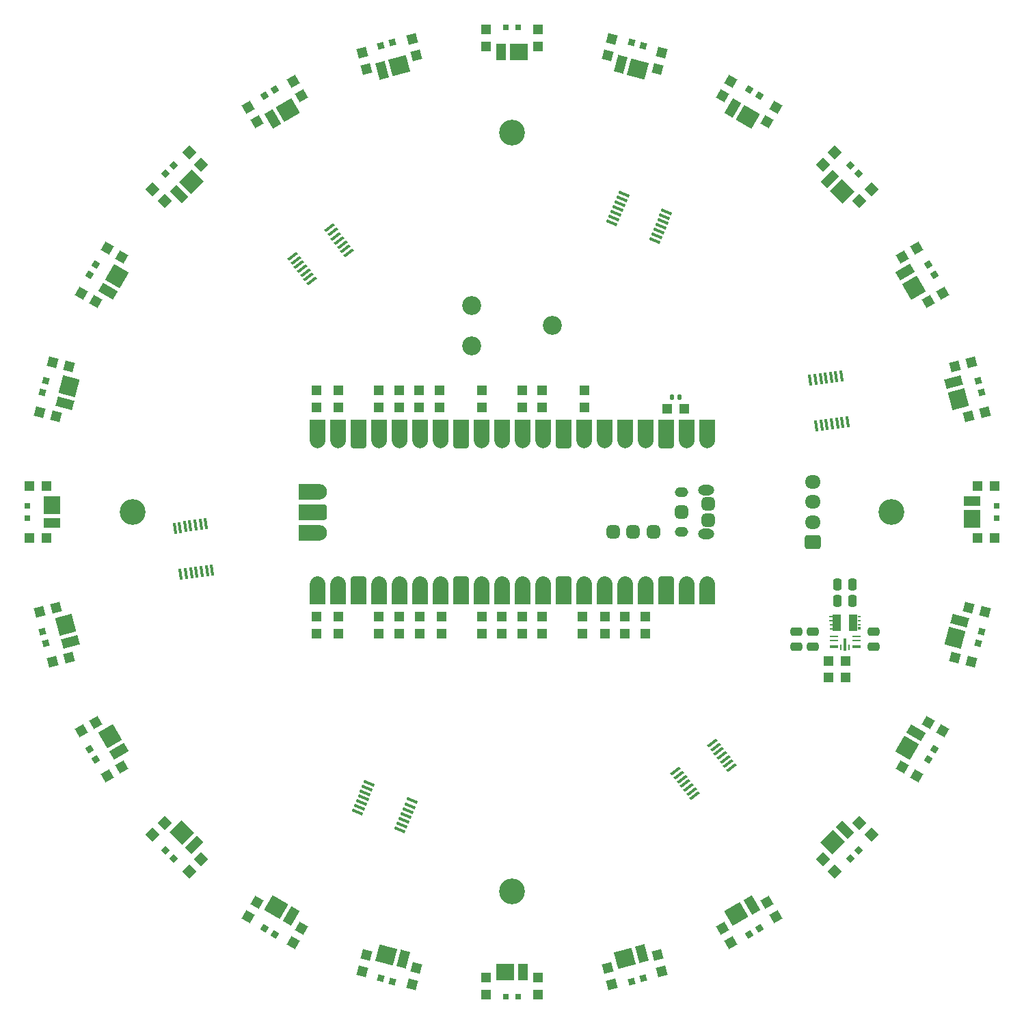
<source format=gbr>
%TF.GenerationSoftware,KiCad,Pcbnew,7.0.8*%
%TF.CreationDate,2023-11-12T08:49:20+11:00*%
%TF.ProjectId,Line 4.3,4c696e65-2034-42e3-932e-6b696361645f,rev?*%
%TF.SameCoordinates,Original*%
%TF.FileFunction,Soldermask,Bot*%
%TF.FilePolarity,Negative*%
%FSLAX46Y46*%
G04 Gerber Fmt 4.6, Leading zero omitted, Abs format (unit mm)*
G04 Created by KiCad (PCBNEW 7.0.8) date 2023-11-12 08:49:20*
%MOMM*%
%LPD*%
G01*
G04 APERTURE LIST*
G04 Aperture macros list*
%AMRoundRect*
0 Rectangle with rounded corners*
0 $1 Rounding radius*
0 $2 $3 $4 $5 $6 $7 $8 $9 X,Y pos of 4 corners*
0 Add a 4 corners polygon primitive as box body*
4,1,4,$2,$3,$4,$5,$6,$7,$8,$9,$2,$3,0*
0 Add four circle primitives for the rounded corners*
1,1,$1+$1,$2,$3*
1,1,$1+$1,$4,$5*
1,1,$1+$1,$6,$7*
1,1,$1+$1,$8,$9*
0 Add four rect primitives between the rounded corners*
20,1,$1+$1,$2,$3,$4,$5,0*
20,1,$1+$1,$4,$5,$6,$7,0*
20,1,$1+$1,$6,$7,$8,$9,0*
20,1,$1+$1,$8,$9,$2,$3,0*%
%AMRotRect*
0 Rectangle, with rotation*
0 The origin of the aperture is its center*
0 $1 length*
0 $2 width*
0 $3 Rotation angle, in degrees counterclockwise*
0 Add horizontal line*
21,1,$1,$2,0,0,$3*%
G04 Aperture macros list end*
%ADD10C,0.010000*%
%ADD11C,3.200000*%
%ADD12RoundRect,0.250000X0.725000X-0.600000X0.725000X0.600000X-0.725000X0.600000X-0.725000X-0.600000X0*%
%ADD13O,1.950000X1.700000*%
%ADD14C,2.340000*%
%ADD15RotRect,0.350000X1.400000X7.500000*%
%ADD16RotRect,2.257400X2.108200X285.000000*%
%ADD17RotRect,1.190600X2.108200X285.000000*%
%ADD18R,1.200000X1.200000*%
%ADD19RotRect,0.350000X1.400000X307.500000*%
%ADD20RotRect,1.200000X1.200000X120.000000*%
%ADD21RotRect,0.800000X0.800000X345.000000*%
%ADD22R,2.257400X2.108200*%
%ADD23R,1.190600X2.108200*%
%ADD24RoundRect,0.250000X0.475000X-0.250000X0.475000X0.250000X-0.475000X0.250000X-0.475000X-0.250000X0*%
%ADD25RotRect,1.200000X1.200000X165.000000*%
%ADD26RoundRect,0.250000X-0.250000X-0.475000X0.250000X-0.475000X0.250000X0.475000X-0.250000X0.475000X0*%
%ADD27RotRect,2.257400X2.108200X60.000000*%
%ADD28RotRect,1.190600X2.108200X60.000000*%
%ADD29RotRect,2.257400X2.108200X330.000000*%
%ADD30RotRect,1.190600X2.108200X330.000000*%
%ADD31RotRect,1.200000X1.200000X285.000000*%
%ADD32RotRect,1.200000X1.200000X210.000000*%
%ADD33RotRect,1.200000X1.200000X105.000000*%
%ADD34RotRect,0.800000X0.800000X15.000000*%
%ADD35RotRect,2.257400X2.108200X210.000000*%
%ADD36RotRect,1.190600X2.108200X210.000000*%
%ADD37R,0.800000X0.800000*%
%ADD38RotRect,2.257400X2.108200X300.000000*%
%ADD39RotRect,1.190600X2.108200X300.000000*%
%ADD40RotRect,1.200000X1.200000X150.000000*%
%ADD41RotRect,1.200000X1.200000X15.000000*%
%ADD42RotRect,1.200000X1.200000X195.000000*%
%ADD43RoundRect,0.250000X-0.475000X0.250000X-0.475000X-0.250000X0.475000X-0.250000X0.475000X0.250000X0*%
%ADD44RotRect,1.200000X1.200000X30.000000*%
%ADD45RotRect,2.257400X2.108200X30.000000*%
%ADD46RotRect,1.190600X2.108200X30.000000*%
%ADD47RotRect,0.800000X0.800000X150.000000*%
%ADD48RotRect,1.200000X1.200000X225.000000*%
%ADD49RotRect,0.800000X0.800000X120.000000*%
%ADD50RotRect,2.257400X2.108200X165.000000*%
%ADD51RotRect,1.190600X2.108200X165.000000*%
%ADD52RotRect,0.800000X0.800000X195.000000*%
%ADD53RotRect,1.200000X1.200000X60.000000*%
%ADD54RotRect,1.200000X1.200000X315.000000*%
%ADD55RotRect,2.257400X2.108200X150.000000*%
%ADD56RotRect,1.190600X2.108200X150.000000*%
%ADD57RotRect,0.800000X0.800000X60.000000*%
%ADD58RotRect,2.257400X2.108200X345.000000*%
%ADD59RotRect,1.190600X2.108200X345.000000*%
%ADD60RotRect,2.257400X2.108200X15.000000*%
%ADD61RotRect,1.190600X2.108200X15.000000*%
%ADD62RotRect,0.350000X1.400000X247.500000*%
%ADD63RotRect,1.200000X1.200000X345.000000*%
%ADD64RotRect,1.200000X1.200000X300.000000*%
%ADD65RotRect,2.257400X2.108200X105.000000*%
%ADD66RotRect,1.190600X2.108200X105.000000*%
%ADD67RotRect,0.800000X0.800000X330.000000*%
%ADD68RotRect,1.200000X1.200000X75.000000*%
%ADD69RotRect,2.257400X2.108200X225.000000*%
%ADD70RotRect,1.190600X2.108200X225.000000*%
%ADD71RotRect,0.800000X0.800000X135.000000*%
%ADD72RotRect,0.800000X0.800000X315.000000*%
%ADD73RotRect,2.257400X2.108200X75.000000*%
%ADD74RotRect,1.190600X2.108200X75.000000*%
%ADD75O,2.004000X1.304000*%
%ADD76O,1.654000X1.254000*%
%ADD77RoundRect,0.552000X0.300000X-0.300000X0.300000X0.300000X-0.300000X0.300000X-0.300000X-0.300000X0*%
%ADD78RotRect,2.257400X2.108200X240.000000*%
%ADD79RotRect,1.190600X2.108200X240.000000*%
%ADD80RotRect,0.350000X1.400000X127.500000*%
%ADD81RotRect,0.800000X0.800000X240.000000*%
%ADD82RotRect,1.200000X1.200000X240.000000*%
%ADD83RotRect,1.200000X1.200000X330.000000*%
%ADD84RotRect,2.257400X2.108200X255.000000*%
%ADD85RotRect,1.190600X2.108200X255.000000*%
%ADD86R,2.108200X2.257400*%
%ADD87R,2.108200X1.190600*%
%ADD88RotRect,1.200000X1.200000X255.000000*%
%ADD89RotRect,0.800000X0.800000X30.000000*%
%ADD90R,1.124991X0.370002*%
%ADD91R,1.099998X0.250012*%
%ADD92R,0.434992X0.250012*%
%ADD93R,0.484994X0.250010*%
%ADD94R,0.484992X0.250010*%
%ADD95R,1.099998X2.050008*%
%ADD96R,1.099996X2.050008*%
%ADD97R,0.434992X0.250010*%
%ADD98R,0.434994X0.250010*%
%ADD99R,0.434994X0.325006*%
%ADD100R,0.250000X0.800000*%
%ADD101R,0.299999X1.520012*%
%ADD102RotRect,1.200000X1.200000X45.000000*%
%ADD103RotRect,1.200000X1.200000X135.000000*%
%ADD104RotRect,0.800000X0.800000X75.000000*%
%ADD105RotRect,0.800000X0.800000X300.000000*%
%ADD106RotRect,0.800000X0.800000X255.000000*%
%ADD107RotRect,0.800000X0.800000X210.000000*%
%ADD108RotRect,0.350000X1.400000X187.500000*%
%ADD109RotRect,2.257400X2.108200X120.000000*%
%ADD110RotRect,1.190600X2.108200X120.000000*%
%ADD111RotRect,0.800000X0.800000X285.000000*%
%ADD112RotRect,2.257400X2.108200X195.000000*%
%ADD113RotRect,1.190600X2.108200X195.000000*%
%ADD114RotRect,0.350000X1.400000X67.500000*%
%ADD115RotRect,2.257400X2.108200X315.000000*%
%ADD116RotRect,1.190600X2.108200X315.000000*%
%ADD117RotRect,0.800000X0.800000X225.000000*%
%ADD118RotRect,2.257400X2.108200X45.000000*%
%ADD119RotRect,1.190600X2.108200X45.000000*%
%ADD120RotRect,0.800000X0.800000X45.000000*%
%ADD121RoundRect,0.140000X-0.140000X-0.170000X0.140000X-0.170000X0.140000X0.170000X-0.140000X0.170000X0*%
%ADD122RotRect,2.257400X2.108200X135.000000*%
%ADD123RotRect,1.190600X2.108200X135.000000*%
%ADD124RotRect,0.800000X0.800000X105.000000*%
%ADD125RotRect,0.800000X0.800000X165.000000*%
G04 APERTURE END LIST*
%TO.C,U7*%
D10*
X125917000Y-157991000D02*
X125964000Y-157995000D01*
X126011000Y-158001000D01*
X126057000Y-158010000D01*
X126103000Y-158021000D01*
X126148000Y-158034000D01*
X126193000Y-158050000D01*
X126236000Y-158068000D01*
X126279000Y-158088000D01*
X126320000Y-158111000D01*
X126360000Y-158135000D01*
X126399000Y-158162000D01*
X126436000Y-158191000D01*
X126472000Y-158221000D01*
X126506000Y-158254000D01*
X126539000Y-158288000D01*
X126569000Y-158324000D01*
X126598000Y-158361000D01*
X126625000Y-158400000D01*
X126649000Y-158440000D01*
X126672000Y-158481000D01*
X126692000Y-158524000D01*
X126710000Y-158567000D01*
X126726000Y-158612000D01*
X126739000Y-158657000D01*
X126750000Y-158703000D01*
X126759000Y-158749000D01*
X126765000Y-158796000D01*
X126769000Y-158843000D01*
X126770000Y-158890000D01*
X126770000Y-161390000D01*
X124970000Y-161390000D01*
X124970000Y-158890000D01*
X124971000Y-158843000D01*
X124975000Y-158796000D01*
X124981000Y-158749000D01*
X124990000Y-158703000D01*
X125001000Y-158657000D01*
X125014000Y-158612000D01*
X125030000Y-158567000D01*
X125048000Y-158524000D01*
X125068000Y-158481000D01*
X125091000Y-158440000D01*
X125115000Y-158400000D01*
X125142000Y-158361000D01*
X125171000Y-158324000D01*
X125201000Y-158288000D01*
X125234000Y-158254000D01*
X125268000Y-158221000D01*
X125304000Y-158191000D01*
X125341000Y-158162000D01*
X125380000Y-158135000D01*
X125420000Y-158111000D01*
X125461000Y-158088000D01*
X125504000Y-158068000D01*
X125547000Y-158050000D01*
X125592000Y-158034000D01*
X125637000Y-158021000D01*
X125683000Y-158010000D01*
X125729000Y-158001000D01*
X125776000Y-157995000D01*
X125823000Y-157991000D01*
X125870000Y-157990000D01*
X125917000Y-157991000D01*
G36*
X125917000Y-157991000D02*
G01*
X125964000Y-157995000D01*
X126011000Y-158001000D01*
X126057000Y-158010000D01*
X126103000Y-158021000D01*
X126148000Y-158034000D01*
X126193000Y-158050000D01*
X126236000Y-158068000D01*
X126279000Y-158088000D01*
X126320000Y-158111000D01*
X126360000Y-158135000D01*
X126399000Y-158162000D01*
X126436000Y-158191000D01*
X126472000Y-158221000D01*
X126506000Y-158254000D01*
X126539000Y-158288000D01*
X126569000Y-158324000D01*
X126598000Y-158361000D01*
X126625000Y-158400000D01*
X126649000Y-158440000D01*
X126672000Y-158481000D01*
X126692000Y-158524000D01*
X126710000Y-158567000D01*
X126726000Y-158612000D01*
X126739000Y-158657000D01*
X126750000Y-158703000D01*
X126759000Y-158749000D01*
X126765000Y-158796000D01*
X126769000Y-158843000D01*
X126770000Y-158890000D01*
X126770000Y-161390000D01*
X124970000Y-161390000D01*
X124970000Y-158890000D01*
X124971000Y-158843000D01*
X124975000Y-158796000D01*
X124981000Y-158749000D01*
X124990000Y-158703000D01*
X125001000Y-158657000D01*
X125014000Y-158612000D01*
X125030000Y-158567000D01*
X125048000Y-158524000D01*
X125068000Y-158481000D01*
X125091000Y-158440000D01*
X125115000Y-158400000D01*
X125142000Y-158361000D01*
X125171000Y-158324000D01*
X125201000Y-158288000D01*
X125234000Y-158254000D01*
X125268000Y-158221000D01*
X125304000Y-158191000D01*
X125341000Y-158162000D01*
X125380000Y-158135000D01*
X125420000Y-158111000D01*
X125461000Y-158088000D01*
X125504000Y-158068000D01*
X125547000Y-158050000D01*
X125592000Y-158034000D01*
X125637000Y-158021000D01*
X125683000Y-158010000D01*
X125729000Y-158001000D01*
X125776000Y-157995000D01*
X125823000Y-157991000D01*
X125870000Y-157990000D01*
X125917000Y-157991000D01*
G37*
X128457000Y-157991000D02*
X128504000Y-157995000D01*
X128551000Y-158001000D01*
X128597000Y-158010000D01*
X128643000Y-158021000D01*
X128688000Y-158034000D01*
X128733000Y-158050000D01*
X128776000Y-158068000D01*
X128819000Y-158088000D01*
X128860000Y-158111000D01*
X128900000Y-158135000D01*
X128939000Y-158162000D01*
X128976000Y-158191000D01*
X129012000Y-158221000D01*
X129046000Y-158254000D01*
X129079000Y-158288000D01*
X129109000Y-158324000D01*
X129138000Y-158361000D01*
X129165000Y-158400000D01*
X129189000Y-158440000D01*
X129212000Y-158481000D01*
X129232000Y-158524000D01*
X129250000Y-158567000D01*
X129266000Y-158612000D01*
X129279000Y-158657000D01*
X129290000Y-158703000D01*
X129299000Y-158749000D01*
X129305000Y-158796000D01*
X129309000Y-158843000D01*
X129310000Y-158890000D01*
X129310000Y-161390000D01*
X127510000Y-161390000D01*
X127510000Y-158890000D01*
X127511000Y-158843000D01*
X127515000Y-158796000D01*
X127521000Y-158749000D01*
X127530000Y-158703000D01*
X127541000Y-158657000D01*
X127554000Y-158612000D01*
X127570000Y-158567000D01*
X127588000Y-158524000D01*
X127608000Y-158481000D01*
X127631000Y-158440000D01*
X127655000Y-158400000D01*
X127682000Y-158361000D01*
X127711000Y-158324000D01*
X127741000Y-158288000D01*
X127774000Y-158254000D01*
X127808000Y-158221000D01*
X127844000Y-158191000D01*
X127881000Y-158162000D01*
X127920000Y-158135000D01*
X127960000Y-158111000D01*
X128001000Y-158088000D01*
X128044000Y-158068000D01*
X128087000Y-158050000D01*
X128132000Y-158034000D01*
X128177000Y-158021000D01*
X128223000Y-158010000D01*
X128269000Y-158001000D01*
X128316000Y-157995000D01*
X128363000Y-157991000D01*
X128410000Y-157990000D01*
X128457000Y-157991000D01*
G36*
X128457000Y-157991000D02*
G01*
X128504000Y-157995000D01*
X128551000Y-158001000D01*
X128597000Y-158010000D01*
X128643000Y-158021000D01*
X128688000Y-158034000D01*
X128733000Y-158050000D01*
X128776000Y-158068000D01*
X128819000Y-158088000D01*
X128860000Y-158111000D01*
X128900000Y-158135000D01*
X128939000Y-158162000D01*
X128976000Y-158191000D01*
X129012000Y-158221000D01*
X129046000Y-158254000D01*
X129079000Y-158288000D01*
X129109000Y-158324000D01*
X129138000Y-158361000D01*
X129165000Y-158400000D01*
X129189000Y-158440000D01*
X129212000Y-158481000D01*
X129232000Y-158524000D01*
X129250000Y-158567000D01*
X129266000Y-158612000D01*
X129279000Y-158657000D01*
X129290000Y-158703000D01*
X129299000Y-158749000D01*
X129305000Y-158796000D01*
X129309000Y-158843000D01*
X129310000Y-158890000D01*
X129310000Y-161390000D01*
X127510000Y-161390000D01*
X127510000Y-158890000D01*
X127511000Y-158843000D01*
X127515000Y-158796000D01*
X127521000Y-158749000D01*
X127530000Y-158703000D01*
X127541000Y-158657000D01*
X127554000Y-158612000D01*
X127570000Y-158567000D01*
X127588000Y-158524000D01*
X127608000Y-158481000D01*
X127631000Y-158440000D01*
X127655000Y-158400000D01*
X127682000Y-158361000D01*
X127711000Y-158324000D01*
X127741000Y-158288000D01*
X127774000Y-158254000D01*
X127808000Y-158221000D01*
X127844000Y-158191000D01*
X127881000Y-158162000D01*
X127920000Y-158135000D01*
X127960000Y-158111000D01*
X128001000Y-158088000D01*
X128044000Y-158068000D01*
X128087000Y-158050000D01*
X128132000Y-158034000D01*
X128177000Y-158021000D01*
X128223000Y-158010000D01*
X128269000Y-158001000D01*
X128316000Y-157995000D01*
X128363000Y-157991000D01*
X128410000Y-157990000D01*
X128457000Y-157991000D01*
G37*
X133537000Y-157991000D02*
X133584000Y-157995000D01*
X133631000Y-158001000D01*
X133677000Y-158010000D01*
X133723000Y-158021000D01*
X133768000Y-158034000D01*
X133813000Y-158050000D01*
X133856000Y-158068000D01*
X133899000Y-158088000D01*
X133940000Y-158111000D01*
X133980000Y-158135000D01*
X134019000Y-158162000D01*
X134056000Y-158191000D01*
X134092000Y-158221000D01*
X134126000Y-158254000D01*
X134159000Y-158288000D01*
X134189000Y-158324000D01*
X134218000Y-158361000D01*
X134245000Y-158400000D01*
X134269000Y-158440000D01*
X134292000Y-158481000D01*
X134312000Y-158524000D01*
X134330000Y-158567000D01*
X134346000Y-158612000D01*
X134359000Y-158657000D01*
X134370000Y-158703000D01*
X134379000Y-158749000D01*
X134385000Y-158796000D01*
X134389000Y-158843000D01*
X134390000Y-158890000D01*
X134390000Y-161390000D01*
X132590000Y-161390000D01*
X132590000Y-158890000D01*
X132591000Y-158843000D01*
X132595000Y-158796000D01*
X132601000Y-158749000D01*
X132610000Y-158703000D01*
X132621000Y-158657000D01*
X132634000Y-158612000D01*
X132650000Y-158567000D01*
X132668000Y-158524000D01*
X132688000Y-158481000D01*
X132711000Y-158440000D01*
X132735000Y-158400000D01*
X132762000Y-158361000D01*
X132791000Y-158324000D01*
X132821000Y-158288000D01*
X132854000Y-158254000D01*
X132888000Y-158221000D01*
X132924000Y-158191000D01*
X132961000Y-158162000D01*
X133000000Y-158135000D01*
X133040000Y-158111000D01*
X133081000Y-158088000D01*
X133124000Y-158068000D01*
X133167000Y-158050000D01*
X133212000Y-158034000D01*
X133257000Y-158021000D01*
X133303000Y-158010000D01*
X133349000Y-158001000D01*
X133396000Y-157995000D01*
X133443000Y-157991000D01*
X133490000Y-157990000D01*
X133537000Y-157991000D01*
G36*
X133537000Y-157991000D02*
G01*
X133584000Y-157995000D01*
X133631000Y-158001000D01*
X133677000Y-158010000D01*
X133723000Y-158021000D01*
X133768000Y-158034000D01*
X133813000Y-158050000D01*
X133856000Y-158068000D01*
X133899000Y-158088000D01*
X133940000Y-158111000D01*
X133980000Y-158135000D01*
X134019000Y-158162000D01*
X134056000Y-158191000D01*
X134092000Y-158221000D01*
X134126000Y-158254000D01*
X134159000Y-158288000D01*
X134189000Y-158324000D01*
X134218000Y-158361000D01*
X134245000Y-158400000D01*
X134269000Y-158440000D01*
X134292000Y-158481000D01*
X134312000Y-158524000D01*
X134330000Y-158567000D01*
X134346000Y-158612000D01*
X134359000Y-158657000D01*
X134370000Y-158703000D01*
X134379000Y-158749000D01*
X134385000Y-158796000D01*
X134389000Y-158843000D01*
X134390000Y-158890000D01*
X134390000Y-161390000D01*
X132590000Y-161390000D01*
X132590000Y-158890000D01*
X132591000Y-158843000D01*
X132595000Y-158796000D01*
X132601000Y-158749000D01*
X132610000Y-158703000D01*
X132621000Y-158657000D01*
X132634000Y-158612000D01*
X132650000Y-158567000D01*
X132668000Y-158524000D01*
X132688000Y-158481000D01*
X132711000Y-158440000D01*
X132735000Y-158400000D01*
X132762000Y-158361000D01*
X132791000Y-158324000D01*
X132821000Y-158288000D01*
X132854000Y-158254000D01*
X132888000Y-158221000D01*
X132924000Y-158191000D01*
X132961000Y-158162000D01*
X133000000Y-158135000D01*
X133040000Y-158111000D01*
X133081000Y-158088000D01*
X133124000Y-158068000D01*
X133167000Y-158050000D01*
X133212000Y-158034000D01*
X133257000Y-158021000D01*
X133303000Y-158010000D01*
X133349000Y-158001000D01*
X133396000Y-157995000D01*
X133443000Y-157991000D01*
X133490000Y-157990000D01*
X133537000Y-157991000D01*
G37*
X136077000Y-157991000D02*
X136124000Y-157995000D01*
X136171000Y-158001000D01*
X136217000Y-158010000D01*
X136263000Y-158021000D01*
X136308000Y-158034000D01*
X136353000Y-158050000D01*
X136396000Y-158068000D01*
X136439000Y-158088000D01*
X136480000Y-158111000D01*
X136520000Y-158135000D01*
X136559000Y-158162000D01*
X136596000Y-158191000D01*
X136632000Y-158221000D01*
X136666000Y-158254000D01*
X136699000Y-158288000D01*
X136729000Y-158324000D01*
X136758000Y-158361000D01*
X136785000Y-158400000D01*
X136809000Y-158440000D01*
X136832000Y-158481000D01*
X136852000Y-158524000D01*
X136870000Y-158567000D01*
X136886000Y-158612000D01*
X136899000Y-158657000D01*
X136910000Y-158703000D01*
X136919000Y-158749000D01*
X136925000Y-158796000D01*
X136929000Y-158843000D01*
X136930000Y-158890000D01*
X136930000Y-161390000D01*
X135130000Y-161390000D01*
X135130000Y-158890000D01*
X135131000Y-158843000D01*
X135135000Y-158796000D01*
X135141000Y-158749000D01*
X135150000Y-158703000D01*
X135161000Y-158657000D01*
X135174000Y-158612000D01*
X135190000Y-158567000D01*
X135208000Y-158524000D01*
X135228000Y-158481000D01*
X135251000Y-158440000D01*
X135275000Y-158400000D01*
X135302000Y-158361000D01*
X135331000Y-158324000D01*
X135361000Y-158288000D01*
X135394000Y-158254000D01*
X135428000Y-158221000D01*
X135464000Y-158191000D01*
X135501000Y-158162000D01*
X135540000Y-158135000D01*
X135580000Y-158111000D01*
X135621000Y-158088000D01*
X135664000Y-158068000D01*
X135707000Y-158050000D01*
X135752000Y-158034000D01*
X135797000Y-158021000D01*
X135843000Y-158010000D01*
X135889000Y-158001000D01*
X135936000Y-157995000D01*
X135983000Y-157991000D01*
X136030000Y-157990000D01*
X136077000Y-157991000D01*
G36*
X136077000Y-157991000D02*
G01*
X136124000Y-157995000D01*
X136171000Y-158001000D01*
X136217000Y-158010000D01*
X136263000Y-158021000D01*
X136308000Y-158034000D01*
X136353000Y-158050000D01*
X136396000Y-158068000D01*
X136439000Y-158088000D01*
X136480000Y-158111000D01*
X136520000Y-158135000D01*
X136559000Y-158162000D01*
X136596000Y-158191000D01*
X136632000Y-158221000D01*
X136666000Y-158254000D01*
X136699000Y-158288000D01*
X136729000Y-158324000D01*
X136758000Y-158361000D01*
X136785000Y-158400000D01*
X136809000Y-158440000D01*
X136832000Y-158481000D01*
X136852000Y-158524000D01*
X136870000Y-158567000D01*
X136886000Y-158612000D01*
X136899000Y-158657000D01*
X136910000Y-158703000D01*
X136919000Y-158749000D01*
X136925000Y-158796000D01*
X136929000Y-158843000D01*
X136930000Y-158890000D01*
X136930000Y-161390000D01*
X135130000Y-161390000D01*
X135130000Y-158890000D01*
X135131000Y-158843000D01*
X135135000Y-158796000D01*
X135141000Y-158749000D01*
X135150000Y-158703000D01*
X135161000Y-158657000D01*
X135174000Y-158612000D01*
X135190000Y-158567000D01*
X135208000Y-158524000D01*
X135228000Y-158481000D01*
X135251000Y-158440000D01*
X135275000Y-158400000D01*
X135302000Y-158361000D01*
X135331000Y-158324000D01*
X135361000Y-158288000D01*
X135394000Y-158254000D01*
X135428000Y-158221000D01*
X135464000Y-158191000D01*
X135501000Y-158162000D01*
X135540000Y-158135000D01*
X135580000Y-158111000D01*
X135621000Y-158088000D01*
X135664000Y-158068000D01*
X135707000Y-158050000D01*
X135752000Y-158034000D01*
X135797000Y-158021000D01*
X135843000Y-158010000D01*
X135889000Y-158001000D01*
X135936000Y-157995000D01*
X135983000Y-157991000D01*
X136030000Y-157990000D01*
X136077000Y-157991000D01*
G37*
X138617000Y-157991000D02*
X138664000Y-157995000D01*
X138711000Y-158001000D01*
X138757000Y-158010000D01*
X138803000Y-158021000D01*
X138848000Y-158034000D01*
X138893000Y-158050000D01*
X138936000Y-158068000D01*
X138979000Y-158088000D01*
X139020000Y-158111000D01*
X139060000Y-158135000D01*
X139099000Y-158162000D01*
X139136000Y-158191000D01*
X139172000Y-158221000D01*
X139206000Y-158254000D01*
X139239000Y-158288000D01*
X139269000Y-158324000D01*
X139298000Y-158361000D01*
X139325000Y-158400000D01*
X139349000Y-158440000D01*
X139372000Y-158481000D01*
X139392000Y-158524000D01*
X139410000Y-158567000D01*
X139426000Y-158612000D01*
X139439000Y-158657000D01*
X139450000Y-158703000D01*
X139459000Y-158749000D01*
X139465000Y-158796000D01*
X139469000Y-158843000D01*
X139470000Y-158890000D01*
X139470000Y-161390000D01*
X137670000Y-161390000D01*
X137670000Y-158890000D01*
X137671000Y-158843000D01*
X137675000Y-158796000D01*
X137681000Y-158749000D01*
X137690000Y-158703000D01*
X137701000Y-158657000D01*
X137714000Y-158612000D01*
X137730000Y-158567000D01*
X137748000Y-158524000D01*
X137768000Y-158481000D01*
X137791000Y-158440000D01*
X137815000Y-158400000D01*
X137842000Y-158361000D01*
X137871000Y-158324000D01*
X137901000Y-158288000D01*
X137934000Y-158254000D01*
X137968000Y-158221000D01*
X138004000Y-158191000D01*
X138041000Y-158162000D01*
X138080000Y-158135000D01*
X138120000Y-158111000D01*
X138161000Y-158088000D01*
X138204000Y-158068000D01*
X138247000Y-158050000D01*
X138292000Y-158034000D01*
X138337000Y-158021000D01*
X138383000Y-158010000D01*
X138429000Y-158001000D01*
X138476000Y-157995000D01*
X138523000Y-157991000D01*
X138570000Y-157990000D01*
X138617000Y-157991000D01*
G36*
X138617000Y-157991000D02*
G01*
X138664000Y-157995000D01*
X138711000Y-158001000D01*
X138757000Y-158010000D01*
X138803000Y-158021000D01*
X138848000Y-158034000D01*
X138893000Y-158050000D01*
X138936000Y-158068000D01*
X138979000Y-158088000D01*
X139020000Y-158111000D01*
X139060000Y-158135000D01*
X139099000Y-158162000D01*
X139136000Y-158191000D01*
X139172000Y-158221000D01*
X139206000Y-158254000D01*
X139239000Y-158288000D01*
X139269000Y-158324000D01*
X139298000Y-158361000D01*
X139325000Y-158400000D01*
X139349000Y-158440000D01*
X139372000Y-158481000D01*
X139392000Y-158524000D01*
X139410000Y-158567000D01*
X139426000Y-158612000D01*
X139439000Y-158657000D01*
X139450000Y-158703000D01*
X139459000Y-158749000D01*
X139465000Y-158796000D01*
X139469000Y-158843000D01*
X139470000Y-158890000D01*
X139470000Y-161390000D01*
X137670000Y-161390000D01*
X137670000Y-158890000D01*
X137671000Y-158843000D01*
X137675000Y-158796000D01*
X137681000Y-158749000D01*
X137690000Y-158703000D01*
X137701000Y-158657000D01*
X137714000Y-158612000D01*
X137730000Y-158567000D01*
X137748000Y-158524000D01*
X137768000Y-158481000D01*
X137791000Y-158440000D01*
X137815000Y-158400000D01*
X137842000Y-158361000D01*
X137871000Y-158324000D01*
X137901000Y-158288000D01*
X137934000Y-158254000D01*
X137968000Y-158221000D01*
X138004000Y-158191000D01*
X138041000Y-158162000D01*
X138080000Y-158135000D01*
X138120000Y-158111000D01*
X138161000Y-158088000D01*
X138204000Y-158068000D01*
X138247000Y-158050000D01*
X138292000Y-158034000D01*
X138337000Y-158021000D01*
X138383000Y-158010000D01*
X138429000Y-158001000D01*
X138476000Y-157995000D01*
X138523000Y-157991000D01*
X138570000Y-157990000D01*
X138617000Y-157991000D01*
G37*
X141157000Y-157991000D02*
X141204000Y-157995000D01*
X141251000Y-158001000D01*
X141297000Y-158010000D01*
X141343000Y-158021000D01*
X141388000Y-158034000D01*
X141433000Y-158050000D01*
X141476000Y-158068000D01*
X141519000Y-158088000D01*
X141560000Y-158111000D01*
X141600000Y-158135000D01*
X141639000Y-158162000D01*
X141676000Y-158191000D01*
X141712000Y-158221000D01*
X141746000Y-158254000D01*
X141779000Y-158288000D01*
X141809000Y-158324000D01*
X141838000Y-158361000D01*
X141865000Y-158400000D01*
X141889000Y-158440000D01*
X141912000Y-158481000D01*
X141932000Y-158524000D01*
X141950000Y-158567000D01*
X141966000Y-158612000D01*
X141979000Y-158657000D01*
X141990000Y-158703000D01*
X141999000Y-158749000D01*
X142005000Y-158796000D01*
X142009000Y-158843000D01*
X142010000Y-158890000D01*
X142010000Y-161390000D01*
X140210000Y-161390000D01*
X140210000Y-158890000D01*
X140211000Y-158843000D01*
X140215000Y-158796000D01*
X140221000Y-158749000D01*
X140230000Y-158703000D01*
X140241000Y-158657000D01*
X140254000Y-158612000D01*
X140270000Y-158567000D01*
X140288000Y-158524000D01*
X140308000Y-158481000D01*
X140331000Y-158440000D01*
X140355000Y-158400000D01*
X140382000Y-158361000D01*
X140411000Y-158324000D01*
X140441000Y-158288000D01*
X140474000Y-158254000D01*
X140508000Y-158221000D01*
X140544000Y-158191000D01*
X140581000Y-158162000D01*
X140620000Y-158135000D01*
X140660000Y-158111000D01*
X140701000Y-158088000D01*
X140744000Y-158068000D01*
X140787000Y-158050000D01*
X140832000Y-158034000D01*
X140877000Y-158021000D01*
X140923000Y-158010000D01*
X140969000Y-158001000D01*
X141016000Y-157995000D01*
X141063000Y-157991000D01*
X141110000Y-157990000D01*
X141157000Y-157991000D01*
G36*
X141157000Y-157991000D02*
G01*
X141204000Y-157995000D01*
X141251000Y-158001000D01*
X141297000Y-158010000D01*
X141343000Y-158021000D01*
X141388000Y-158034000D01*
X141433000Y-158050000D01*
X141476000Y-158068000D01*
X141519000Y-158088000D01*
X141560000Y-158111000D01*
X141600000Y-158135000D01*
X141639000Y-158162000D01*
X141676000Y-158191000D01*
X141712000Y-158221000D01*
X141746000Y-158254000D01*
X141779000Y-158288000D01*
X141809000Y-158324000D01*
X141838000Y-158361000D01*
X141865000Y-158400000D01*
X141889000Y-158440000D01*
X141912000Y-158481000D01*
X141932000Y-158524000D01*
X141950000Y-158567000D01*
X141966000Y-158612000D01*
X141979000Y-158657000D01*
X141990000Y-158703000D01*
X141999000Y-158749000D01*
X142005000Y-158796000D01*
X142009000Y-158843000D01*
X142010000Y-158890000D01*
X142010000Y-161390000D01*
X140210000Y-161390000D01*
X140210000Y-158890000D01*
X140211000Y-158843000D01*
X140215000Y-158796000D01*
X140221000Y-158749000D01*
X140230000Y-158703000D01*
X140241000Y-158657000D01*
X140254000Y-158612000D01*
X140270000Y-158567000D01*
X140288000Y-158524000D01*
X140308000Y-158481000D01*
X140331000Y-158440000D01*
X140355000Y-158400000D01*
X140382000Y-158361000D01*
X140411000Y-158324000D01*
X140441000Y-158288000D01*
X140474000Y-158254000D01*
X140508000Y-158221000D01*
X140544000Y-158191000D01*
X140581000Y-158162000D01*
X140620000Y-158135000D01*
X140660000Y-158111000D01*
X140701000Y-158088000D01*
X140744000Y-158068000D01*
X140787000Y-158050000D01*
X140832000Y-158034000D01*
X140877000Y-158021000D01*
X140923000Y-158010000D01*
X140969000Y-158001000D01*
X141016000Y-157995000D01*
X141063000Y-157991000D01*
X141110000Y-157990000D01*
X141157000Y-157991000D01*
G37*
X146237000Y-157991000D02*
X146284000Y-157995000D01*
X146331000Y-158001000D01*
X146377000Y-158010000D01*
X146423000Y-158021000D01*
X146468000Y-158034000D01*
X146513000Y-158050000D01*
X146556000Y-158068000D01*
X146599000Y-158088000D01*
X146640000Y-158111000D01*
X146680000Y-158135000D01*
X146719000Y-158162000D01*
X146756000Y-158191000D01*
X146792000Y-158221000D01*
X146826000Y-158254000D01*
X146859000Y-158288000D01*
X146889000Y-158324000D01*
X146918000Y-158361000D01*
X146945000Y-158400000D01*
X146969000Y-158440000D01*
X146992000Y-158481000D01*
X147012000Y-158524000D01*
X147030000Y-158567000D01*
X147046000Y-158612000D01*
X147059000Y-158657000D01*
X147070000Y-158703000D01*
X147079000Y-158749000D01*
X147085000Y-158796000D01*
X147089000Y-158843000D01*
X147090000Y-158890000D01*
X147090000Y-161390000D01*
X145290000Y-161390000D01*
X145290000Y-158890000D01*
X145291000Y-158843000D01*
X145295000Y-158796000D01*
X145301000Y-158749000D01*
X145310000Y-158703000D01*
X145321000Y-158657000D01*
X145334000Y-158612000D01*
X145350000Y-158567000D01*
X145368000Y-158524000D01*
X145388000Y-158481000D01*
X145411000Y-158440000D01*
X145435000Y-158400000D01*
X145462000Y-158361000D01*
X145491000Y-158324000D01*
X145521000Y-158288000D01*
X145554000Y-158254000D01*
X145588000Y-158221000D01*
X145624000Y-158191000D01*
X145661000Y-158162000D01*
X145700000Y-158135000D01*
X145740000Y-158111000D01*
X145781000Y-158088000D01*
X145824000Y-158068000D01*
X145867000Y-158050000D01*
X145912000Y-158034000D01*
X145957000Y-158021000D01*
X146003000Y-158010000D01*
X146049000Y-158001000D01*
X146096000Y-157995000D01*
X146143000Y-157991000D01*
X146190000Y-157990000D01*
X146237000Y-157991000D01*
G36*
X146237000Y-157991000D02*
G01*
X146284000Y-157995000D01*
X146331000Y-158001000D01*
X146377000Y-158010000D01*
X146423000Y-158021000D01*
X146468000Y-158034000D01*
X146513000Y-158050000D01*
X146556000Y-158068000D01*
X146599000Y-158088000D01*
X146640000Y-158111000D01*
X146680000Y-158135000D01*
X146719000Y-158162000D01*
X146756000Y-158191000D01*
X146792000Y-158221000D01*
X146826000Y-158254000D01*
X146859000Y-158288000D01*
X146889000Y-158324000D01*
X146918000Y-158361000D01*
X146945000Y-158400000D01*
X146969000Y-158440000D01*
X146992000Y-158481000D01*
X147012000Y-158524000D01*
X147030000Y-158567000D01*
X147046000Y-158612000D01*
X147059000Y-158657000D01*
X147070000Y-158703000D01*
X147079000Y-158749000D01*
X147085000Y-158796000D01*
X147089000Y-158843000D01*
X147090000Y-158890000D01*
X147090000Y-161390000D01*
X145290000Y-161390000D01*
X145290000Y-158890000D01*
X145291000Y-158843000D01*
X145295000Y-158796000D01*
X145301000Y-158749000D01*
X145310000Y-158703000D01*
X145321000Y-158657000D01*
X145334000Y-158612000D01*
X145350000Y-158567000D01*
X145368000Y-158524000D01*
X145388000Y-158481000D01*
X145411000Y-158440000D01*
X145435000Y-158400000D01*
X145462000Y-158361000D01*
X145491000Y-158324000D01*
X145521000Y-158288000D01*
X145554000Y-158254000D01*
X145588000Y-158221000D01*
X145624000Y-158191000D01*
X145661000Y-158162000D01*
X145700000Y-158135000D01*
X145740000Y-158111000D01*
X145781000Y-158088000D01*
X145824000Y-158068000D01*
X145867000Y-158050000D01*
X145912000Y-158034000D01*
X145957000Y-158021000D01*
X146003000Y-158010000D01*
X146049000Y-158001000D01*
X146096000Y-157995000D01*
X146143000Y-157991000D01*
X146190000Y-157990000D01*
X146237000Y-157991000D01*
G37*
X148777000Y-157991000D02*
X148824000Y-157995000D01*
X148871000Y-158001000D01*
X148917000Y-158010000D01*
X148963000Y-158021000D01*
X149008000Y-158034000D01*
X149053000Y-158050000D01*
X149096000Y-158068000D01*
X149139000Y-158088000D01*
X149180000Y-158111000D01*
X149220000Y-158135000D01*
X149259000Y-158162000D01*
X149296000Y-158191000D01*
X149332000Y-158221000D01*
X149366000Y-158254000D01*
X149399000Y-158288000D01*
X149429000Y-158324000D01*
X149458000Y-158361000D01*
X149485000Y-158400000D01*
X149509000Y-158440000D01*
X149532000Y-158481000D01*
X149552000Y-158524000D01*
X149570000Y-158567000D01*
X149586000Y-158612000D01*
X149599000Y-158657000D01*
X149610000Y-158703000D01*
X149619000Y-158749000D01*
X149625000Y-158796000D01*
X149629000Y-158843000D01*
X149630000Y-158890000D01*
X149630000Y-161390000D01*
X147830000Y-161390000D01*
X147830000Y-158890000D01*
X147831000Y-158843000D01*
X147835000Y-158796000D01*
X147841000Y-158749000D01*
X147850000Y-158703000D01*
X147861000Y-158657000D01*
X147874000Y-158612000D01*
X147890000Y-158567000D01*
X147908000Y-158524000D01*
X147928000Y-158481000D01*
X147951000Y-158440000D01*
X147975000Y-158400000D01*
X148002000Y-158361000D01*
X148031000Y-158324000D01*
X148061000Y-158288000D01*
X148094000Y-158254000D01*
X148128000Y-158221000D01*
X148164000Y-158191000D01*
X148201000Y-158162000D01*
X148240000Y-158135000D01*
X148280000Y-158111000D01*
X148321000Y-158088000D01*
X148364000Y-158068000D01*
X148407000Y-158050000D01*
X148452000Y-158034000D01*
X148497000Y-158021000D01*
X148543000Y-158010000D01*
X148589000Y-158001000D01*
X148636000Y-157995000D01*
X148683000Y-157991000D01*
X148730000Y-157990000D01*
X148777000Y-157991000D01*
G36*
X148777000Y-157991000D02*
G01*
X148824000Y-157995000D01*
X148871000Y-158001000D01*
X148917000Y-158010000D01*
X148963000Y-158021000D01*
X149008000Y-158034000D01*
X149053000Y-158050000D01*
X149096000Y-158068000D01*
X149139000Y-158088000D01*
X149180000Y-158111000D01*
X149220000Y-158135000D01*
X149259000Y-158162000D01*
X149296000Y-158191000D01*
X149332000Y-158221000D01*
X149366000Y-158254000D01*
X149399000Y-158288000D01*
X149429000Y-158324000D01*
X149458000Y-158361000D01*
X149485000Y-158400000D01*
X149509000Y-158440000D01*
X149532000Y-158481000D01*
X149552000Y-158524000D01*
X149570000Y-158567000D01*
X149586000Y-158612000D01*
X149599000Y-158657000D01*
X149610000Y-158703000D01*
X149619000Y-158749000D01*
X149625000Y-158796000D01*
X149629000Y-158843000D01*
X149630000Y-158890000D01*
X149630000Y-161390000D01*
X147830000Y-161390000D01*
X147830000Y-158890000D01*
X147831000Y-158843000D01*
X147835000Y-158796000D01*
X147841000Y-158749000D01*
X147850000Y-158703000D01*
X147861000Y-158657000D01*
X147874000Y-158612000D01*
X147890000Y-158567000D01*
X147908000Y-158524000D01*
X147928000Y-158481000D01*
X147951000Y-158440000D01*
X147975000Y-158400000D01*
X148002000Y-158361000D01*
X148031000Y-158324000D01*
X148061000Y-158288000D01*
X148094000Y-158254000D01*
X148128000Y-158221000D01*
X148164000Y-158191000D01*
X148201000Y-158162000D01*
X148240000Y-158135000D01*
X148280000Y-158111000D01*
X148321000Y-158088000D01*
X148364000Y-158068000D01*
X148407000Y-158050000D01*
X148452000Y-158034000D01*
X148497000Y-158021000D01*
X148543000Y-158010000D01*
X148589000Y-158001000D01*
X148636000Y-157995000D01*
X148683000Y-157991000D01*
X148730000Y-157990000D01*
X148777000Y-157991000D01*
G37*
X151317000Y-157991000D02*
X151364000Y-157995000D01*
X151411000Y-158001000D01*
X151457000Y-158010000D01*
X151503000Y-158021000D01*
X151548000Y-158034000D01*
X151593000Y-158050000D01*
X151636000Y-158068000D01*
X151679000Y-158088000D01*
X151720000Y-158111000D01*
X151760000Y-158135000D01*
X151799000Y-158162000D01*
X151836000Y-158191000D01*
X151872000Y-158221000D01*
X151906000Y-158254000D01*
X151939000Y-158288000D01*
X151969000Y-158324000D01*
X151998000Y-158361000D01*
X152025000Y-158400000D01*
X152049000Y-158440000D01*
X152072000Y-158481000D01*
X152092000Y-158524000D01*
X152110000Y-158567000D01*
X152126000Y-158612000D01*
X152139000Y-158657000D01*
X152150000Y-158703000D01*
X152159000Y-158749000D01*
X152165000Y-158796000D01*
X152169000Y-158843000D01*
X152170000Y-158890000D01*
X152170000Y-161390000D01*
X150370000Y-161390000D01*
X150370000Y-158890000D01*
X150371000Y-158843000D01*
X150375000Y-158796000D01*
X150381000Y-158749000D01*
X150390000Y-158703000D01*
X150401000Y-158657000D01*
X150414000Y-158612000D01*
X150430000Y-158567000D01*
X150448000Y-158524000D01*
X150468000Y-158481000D01*
X150491000Y-158440000D01*
X150515000Y-158400000D01*
X150542000Y-158361000D01*
X150571000Y-158324000D01*
X150601000Y-158288000D01*
X150634000Y-158254000D01*
X150668000Y-158221000D01*
X150704000Y-158191000D01*
X150741000Y-158162000D01*
X150780000Y-158135000D01*
X150820000Y-158111000D01*
X150861000Y-158088000D01*
X150904000Y-158068000D01*
X150947000Y-158050000D01*
X150992000Y-158034000D01*
X151037000Y-158021000D01*
X151083000Y-158010000D01*
X151129000Y-158001000D01*
X151176000Y-157995000D01*
X151223000Y-157991000D01*
X151270000Y-157990000D01*
X151317000Y-157991000D01*
G36*
X151317000Y-157991000D02*
G01*
X151364000Y-157995000D01*
X151411000Y-158001000D01*
X151457000Y-158010000D01*
X151503000Y-158021000D01*
X151548000Y-158034000D01*
X151593000Y-158050000D01*
X151636000Y-158068000D01*
X151679000Y-158088000D01*
X151720000Y-158111000D01*
X151760000Y-158135000D01*
X151799000Y-158162000D01*
X151836000Y-158191000D01*
X151872000Y-158221000D01*
X151906000Y-158254000D01*
X151939000Y-158288000D01*
X151969000Y-158324000D01*
X151998000Y-158361000D01*
X152025000Y-158400000D01*
X152049000Y-158440000D01*
X152072000Y-158481000D01*
X152092000Y-158524000D01*
X152110000Y-158567000D01*
X152126000Y-158612000D01*
X152139000Y-158657000D01*
X152150000Y-158703000D01*
X152159000Y-158749000D01*
X152165000Y-158796000D01*
X152169000Y-158843000D01*
X152170000Y-158890000D01*
X152170000Y-161390000D01*
X150370000Y-161390000D01*
X150370000Y-158890000D01*
X150371000Y-158843000D01*
X150375000Y-158796000D01*
X150381000Y-158749000D01*
X150390000Y-158703000D01*
X150401000Y-158657000D01*
X150414000Y-158612000D01*
X150430000Y-158567000D01*
X150448000Y-158524000D01*
X150468000Y-158481000D01*
X150491000Y-158440000D01*
X150515000Y-158400000D01*
X150542000Y-158361000D01*
X150571000Y-158324000D01*
X150601000Y-158288000D01*
X150634000Y-158254000D01*
X150668000Y-158221000D01*
X150704000Y-158191000D01*
X150741000Y-158162000D01*
X150780000Y-158135000D01*
X150820000Y-158111000D01*
X150861000Y-158088000D01*
X150904000Y-158068000D01*
X150947000Y-158050000D01*
X150992000Y-158034000D01*
X151037000Y-158021000D01*
X151083000Y-158010000D01*
X151129000Y-158001000D01*
X151176000Y-157995000D01*
X151223000Y-157991000D01*
X151270000Y-157990000D01*
X151317000Y-157991000D01*
G37*
X153857000Y-157991000D02*
X153904000Y-157995000D01*
X153951000Y-158001000D01*
X153997000Y-158010000D01*
X154043000Y-158021000D01*
X154088000Y-158034000D01*
X154133000Y-158050000D01*
X154176000Y-158068000D01*
X154219000Y-158088000D01*
X154260000Y-158111000D01*
X154300000Y-158135000D01*
X154339000Y-158162000D01*
X154376000Y-158191000D01*
X154412000Y-158221000D01*
X154446000Y-158254000D01*
X154479000Y-158288000D01*
X154509000Y-158324000D01*
X154538000Y-158361000D01*
X154565000Y-158400000D01*
X154589000Y-158440000D01*
X154612000Y-158481000D01*
X154632000Y-158524000D01*
X154650000Y-158567000D01*
X154666000Y-158612000D01*
X154679000Y-158657000D01*
X154690000Y-158703000D01*
X154699000Y-158749000D01*
X154705000Y-158796000D01*
X154709000Y-158843000D01*
X154710000Y-158890000D01*
X154710000Y-161390000D01*
X152910000Y-161390000D01*
X152910000Y-158890000D01*
X152911000Y-158843000D01*
X152915000Y-158796000D01*
X152921000Y-158749000D01*
X152930000Y-158703000D01*
X152941000Y-158657000D01*
X152954000Y-158612000D01*
X152970000Y-158567000D01*
X152988000Y-158524000D01*
X153008000Y-158481000D01*
X153031000Y-158440000D01*
X153055000Y-158400000D01*
X153082000Y-158361000D01*
X153111000Y-158324000D01*
X153141000Y-158288000D01*
X153174000Y-158254000D01*
X153208000Y-158221000D01*
X153244000Y-158191000D01*
X153281000Y-158162000D01*
X153320000Y-158135000D01*
X153360000Y-158111000D01*
X153401000Y-158088000D01*
X153444000Y-158068000D01*
X153487000Y-158050000D01*
X153532000Y-158034000D01*
X153577000Y-158021000D01*
X153623000Y-158010000D01*
X153669000Y-158001000D01*
X153716000Y-157995000D01*
X153763000Y-157991000D01*
X153810000Y-157990000D01*
X153857000Y-157991000D01*
G36*
X153857000Y-157991000D02*
G01*
X153904000Y-157995000D01*
X153951000Y-158001000D01*
X153997000Y-158010000D01*
X154043000Y-158021000D01*
X154088000Y-158034000D01*
X154133000Y-158050000D01*
X154176000Y-158068000D01*
X154219000Y-158088000D01*
X154260000Y-158111000D01*
X154300000Y-158135000D01*
X154339000Y-158162000D01*
X154376000Y-158191000D01*
X154412000Y-158221000D01*
X154446000Y-158254000D01*
X154479000Y-158288000D01*
X154509000Y-158324000D01*
X154538000Y-158361000D01*
X154565000Y-158400000D01*
X154589000Y-158440000D01*
X154612000Y-158481000D01*
X154632000Y-158524000D01*
X154650000Y-158567000D01*
X154666000Y-158612000D01*
X154679000Y-158657000D01*
X154690000Y-158703000D01*
X154699000Y-158749000D01*
X154705000Y-158796000D01*
X154709000Y-158843000D01*
X154710000Y-158890000D01*
X154710000Y-161390000D01*
X152910000Y-161390000D01*
X152910000Y-158890000D01*
X152911000Y-158843000D01*
X152915000Y-158796000D01*
X152921000Y-158749000D01*
X152930000Y-158703000D01*
X152941000Y-158657000D01*
X152954000Y-158612000D01*
X152970000Y-158567000D01*
X152988000Y-158524000D01*
X153008000Y-158481000D01*
X153031000Y-158440000D01*
X153055000Y-158400000D01*
X153082000Y-158361000D01*
X153111000Y-158324000D01*
X153141000Y-158288000D01*
X153174000Y-158254000D01*
X153208000Y-158221000D01*
X153244000Y-158191000D01*
X153281000Y-158162000D01*
X153320000Y-158135000D01*
X153360000Y-158111000D01*
X153401000Y-158088000D01*
X153444000Y-158068000D01*
X153487000Y-158050000D01*
X153532000Y-158034000D01*
X153577000Y-158021000D01*
X153623000Y-158010000D01*
X153669000Y-158001000D01*
X153716000Y-157995000D01*
X153763000Y-157991000D01*
X153810000Y-157990000D01*
X153857000Y-157991000D01*
G37*
X158937000Y-157991000D02*
X158984000Y-157995000D01*
X159031000Y-158001000D01*
X159077000Y-158010000D01*
X159123000Y-158021000D01*
X159168000Y-158034000D01*
X159213000Y-158050000D01*
X159256000Y-158068000D01*
X159299000Y-158088000D01*
X159340000Y-158111000D01*
X159380000Y-158135000D01*
X159419000Y-158162000D01*
X159456000Y-158191000D01*
X159492000Y-158221000D01*
X159526000Y-158254000D01*
X159559000Y-158288000D01*
X159589000Y-158324000D01*
X159618000Y-158361000D01*
X159645000Y-158400000D01*
X159669000Y-158440000D01*
X159692000Y-158481000D01*
X159712000Y-158524000D01*
X159730000Y-158567000D01*
X159746000Y-158612000D01*
X159759000Y-158657000D01*
X159770000Y-158703000D01*
X159779000Y-158749000D01*
X159785000Y-158796000D01*
X159789000Y-158843000D01*
X159790000Y-158890000D01*
X159790000Y-161390000D01*
X157990000Y-161390000D01*
X157990000Y-158890000D01*
X157991000Y-158843000D01*
X157995000Y-158796000D01*
X158001000Y-158749000D01*
X158010000Y-158703000D01*
X158021000Y-158657000D01*
X158034000Y-158612000D01*
X158050000Y-158567000D01*
X158068000Y-158524000D01*
X158088000Y-158481000D01*
X158111000Y-158440000D01*
X158135000Y-158400000D01*
X158162000Y-158361000D01*
X158191000Y-158324000D01*
X158221000Y-158288000D01*
X158254000Y-158254000D01*
X158288000Y-158221000D01*
X158324000Y-158191000D01*
X158361000Y-158162000D01*
X158400000Y-158135000D01*
X158440000Y-158111000D01*
X158481000Y-158088000D01*
X158524000Y-158068000D01*
X158567000Y-158050000D01*
X158612000Y-158034000D01*
X158657000Y-158021000D01*
X158703000Y-158010000D01*
X158749000Y-158001000D01*
X158796000Y-157995000D01*
X158843000Y-157991000D01*
X158890000Y-157990000D01*
X158937000Y-157991000D01*
G36*
X158937000Y-157991000D02*
G01*
X158984000Y-157995000D01*
X159031000Y-158001000D01*
X159077000Y-158010000D01*
X159123000Y-158021000D01*
X159168000Y-158034000D01*
X159213000Y-158050000D01*
X159256000Y-158068000D01*
X159299000Y-158088000D01*
X159340000Y-158111000D01*
X159380000Y-158135000D01*
X159419000Y-158162000D01*
X159456000Y-158191000D01*
X159492000Y-158221000D01*
X159526000Y-158254000D01*
X159559000Y-158288000D01*
X159589000Y-158324000D01*
X159618000Y-158361000D01*
X159645000Y-158400000D01*
X159669000Y-158440000D01*
X159692000Y-158481000D01*
X159712000Y-158524000D01*
X159730000Y-158567000D01*
X159746000Y-158612000D01*
X159759000Y-158657000D01*
X159770000Y-158703000D01*
X159779000Y-158749000D01*
X159785000Y-158796000D01*
X159789000Y-158843000D01*
X159790000Y-158890000D01*
X159790000Y-161390000D01*
X157990000Y-161390000D01*
X157990000Y-158890000D01*
X157991000Y-158843000D01*
X157995000Y-158796000D01*
X158001000Y-158749000D01*
X158010000Y-158703000D01*
X158021000Y-158657000D01*
X158034000Y-158612000D01*
X158050000Y-158567000D01*
X158068000Y-158524000D01*
X158088000Y-158481000D01*
X158111000Y-158440000D01*
X158135000Y-158400000D01*
X158162000Y-158361000D01*
X158191000Y-158324000D01*
X158221000Y-158288000D01*
X158254000Y-158254000D01*
X158288000Y-158221000D01*
X158324000Y-158191000D01*
X158361000Y-158162000D01*
X158400000Y-158135000D01*
X158440000Y-158111000D01*
X158481000Y-158088000D01*
X158524000Y-158068000D01*
X158567000Y-158050000D01*
X158612000Y-158034000D01*
X158657000Y-158021000D01*
X158703000Y-158010000D01*
X158749000Y-158001000D01*
X158796000Y-157995000D01*
X158843000Y-157991000D01*
X158890000Y-157990000D01*
X158937000Y-157991000D01*
G37*
X161477000Y-157991000D02*
X161524000Y-157995000D01*
X161571000Y-158001000D01*
X161617000Y-158010000D01*
X161663000Y-158021000D01*
X161708000Y-158034000D01*
X161753000Y-158050000D01*
X161796000Y-158068000D01*
X161839000Y-158088000D01*
X161880000Y-158111000D01*
X161920000Y-158135000D01*
X161959000Y-158162000D01*
X161996000Y-158191000D01*
X162032000Y-158221000D01*
X162066000Y-158254000D01*
X162099000Y-158288000D01*
X162129000Y-158324000D01*
X162158000Y-158361000D01*
X162185000Y-158400000D01*
X162209000Y-158440000D01*
X162232000Y-158481000D01*
X162252000Y-158524000D01*
X162270000Y-158567000D01*
X162286000Y-158612000D01*
X162299000Y-158657000D01*
X162310000Y-158703000D01*
X162319000Y-158749000D01*
X162325000Y-158796000D01*
X162329000Y-158843000D01*
X162330000Y-158890000D01*
X162330000Y-161390000D01*
X160530000Y-161390000D01*
X160530000Y-158890000D01*
X160531000Y-158843000D01*
X160535000Y-158796000D01*
X160541000Y-158749000D01*
X160550000Y-158703000D01*
X160561000Y-158657000D01*
X160574000Y-158612000D01*
X160590000Y-158567000D01*
X160608000Y-158524000D01*
X160628000Y-158481000D01*
X160651000Y-158440000D01*
X160675000Y-158400000D01*
X160702000Y-158361000D01*
X160731000Y-158324000D01*
X160761000Y-158288000D01*
X160794000Y-158254000D01*
X160828000Y-158221000D01*
X160864000Y-158191000D01*
X160901000Y-158162000D01*
X160940000Y-158135000D01*
X160980000Y-158111000D01*
X161021000Y-158088000D01*
X161064000Y-158068000D01*
X161107000Y-158050000D01*
X161152000Y-158034000D01*
X161197000Y-158021000D01*
X161243000Y-158010000D01*
X161289000Y-158001000D01*
X161336000Y-157995000D01*
X161383000Y-157991000D01*
X161430000Y-157990000D01*
X161477000Y-157991000D01*
G36*
X161477000Y-157991000D02*
G01*
X161524000Y-157995000D01*
X161571000Y-158001000D01*
X161617000Y-158010000D01*
X161663000Y-158021000D01*
X161708000Y-158034000D01*
X161753000Y-158050000D01*
X161796000Y-158068000D01*
X161839000Y-158088000D01*
X161880000Y-158111000D01*
X161920000Y-158135000D01*
X161959000Y-158162000D01*
X161996000Y-158191000D01*
X162032000Y-158221000D01*
X162066000Y-158254000D01*
X162099000Y-158288000D01*
X162129000Y-158324000D01*
X162158000Y-158361000D01*
X162185000Y-158400000D01*
X162209000Y-158440000D01*
X162232000Y-158481000D01*
X162252000Y-158524000D01*
X162270000Y-158567000D01*
X162286000Y-158612000D01*
X162299000Y-158657000D01*
X162310000Y-158703000D01*
X162319000Y-158749000D01*
X162325000Y-158796000D01*
X162329000Y-158843000D01*
X162330000Y-158890000D01*
X162330000Y-161390000D01*
X160530000Y-161390000D01*
X160530000Y-158890000D01*
X160531000Y-158843000D01*
X160535000Y-158796000D01*
X160541000Y-158749000D01*
X160550000Y-158703000D01*
X160561000Y-158657000D01*
X160574000Y-158612000D01*
X160590000Y-158567000D01*
X160608000Y-158524000D01*
X160628000Y-158481000D01*
X160651000Y-158440000D01*
X160675000Y-158400000D01*
X160702000Y-158361000D01*
X160731000Y-158324000D01*
X160761000Y-158288000D01*
X160794000Y-158254000D01*
X160828000Y-158221000D01*
X160864000Y-158191000D01*
X160901000Y-158162000D01*
X160940000Y-158135000D01*
X160980000Y-158111000D01*
X161021000Y-158088000D01*
X161064000Y-158068000D01*
X161107000Y-158050000D01*
X161152000Y-158034000D01*
X161197000Y-158021000D01*
X161243000Y-158010000D01*
X161289000Y-158001000D01*
X161336000Y-157995000D01*
X161383000Y-157991000D01*
X161430000Y-157990000D01*
X161477000Y-157991000D01*
G37*
X164017000Y-157991000D02*
X164064000Y-157995000D01*
X164111000Y-158001000D01*
X164157000Y-158010000D01*
X164203000Y-158021000D01*
X164248000Y-158034000D01*
X164293000Y-158050000D01*
X164336000Y-158068000D01*
X164379000Y-158088000D01*
X164420000Y-158111000D01*
X164460000Y-158135000D01*
X164499000Y-158162000D01*
X164536000Y-158191000D01*
X164572000Y-158221000D01*
X164606000Y-158254000D01*
X164639000Y-158288000D01*
X164669000Y-158324000D01*
X164698000Y-158361000D01*
X164725000Y-158400000D01*
X164749000Y-158440000D01*
X164772000Y-158481000D01*
X164792000Y-158524000D01*
X164810000Y-158567000D01*
X164826000Y-158612000D01*
X164839000Y-158657000D01*
X164850000Y-158703000D01*
X164859000Y-158749000D01*
X164865000Y-158796000D01*
X164869000Y-158843000D01*
X164870000Y-158890000D01*
X164870000Y-161390000D01*
X163070000Y-161390000D01*
X163070000Y-158890000D01*
X163071000Y-158843000D01*
X163075000Y-158796000D01*
X163081000Y-158749000D01*
X163090000Y-158703000D01*
X163101000Y-158657000D01*
X163114000Y-158612000D01*
X163130000Y-158567000D01*
X163148000Y-158524000D01*
X163168000Y-158481000D01*
X163191000Y-158440000D01*
X163215000Y-158400000D01*
X163242000Y-158361000D01*
X163271000Y-158324000D01*
X163301000Y-158288000D01*
X163334000Y-158254000D01*
X163368000Y-158221000D01*
X163404000Y-158191000D01*
X163441000Y-158162000D01*
X163480000Y-158135000D01*
X163520000Y-158111000D01*
X163561000Y-158088000D01*
X163604000Y-158068000D01*
X163647000Y-158050000D01*
X163692000Y-158034000D01*
X163737000Y-158021000D01*
X163783000Y-158010000D01*
X163829000Y-158001000D01*
X163876000Y-157995000D01*
X163923000Y-157991000D01*
X163970000Y-157990000D01*
X164017000Y-157991000D01*
G36*
X164017000Y-157991000D02*
G01*
X164064000Y-157995000D01*
X164111000Y-158001000D01*
X164157000Y-158010000D01*
X164203000Y-158021000D01*
X164248000Y-158034000D01*
X164293000Y-158050000D01*
X164336000Y-158068000D01*
X164379000Y-158088000D01*
X164420000Y-158111000D01*
X164460000Y-158135000D01*
X164499000Y-158162000D01*
X164536000Y-158191000D01*
X164572000Y-158221000D01*
X164606000Y-158254000D01*
X164639000Y-158288000D01*
X164669000Y-158324000D01*
X164698000Y-158361000D01*
X164725000Y-158400000D01*
X164749000Y-158440000D01*
X164772000Y-158481000D01*
X164792000Y-158524000D01*
X164810000Y-158567000D01*
X164826000Y-158612000D01*
X164839000Y-158657000D01*
X164850000Y-158703000D01*
X164859000Y-158749000D01*
X164865000Y-158796000D01*
X164869000Y-158843000D01*
X164870000Y-158890000D01*
X164870000Y-161390000D01*
X163070000Y-161390000D01*
X163070000Y-158890000D01*
X163071000Y-158843000D01*
X163075000Y-158796000D01*
X163081000Y-158749000D01*
X163090000Y-158703000D01*
X163101000Y-158657000D01*
X163114000Y-158612000D01*
X163130000Y-158567000D01*
X163148000Y-158524000D01*
X163168000Y-158481000D01*
X163191000Y-158440000D01*
X163215000Y-158400000D01*
X163242000Y-158361000D01*
X163271000Y-158324000D01*
X163301000Y-158288000D01*
X163334000Y-158254000D01*
X163368000Y-158221000D01*
X163404000Y-158191000D01*
X163441000Y-158162000D01*
X163480000Y-158135000D01*
X163520000Y-158111000D01*
X163561000Y-158088000D01*
X163604000Y-158068000D01*
X163647000Y-158050000D01*
X163692000Y-158034000D01*
X163737000Y-158021000D01*
X163783000Y-158010000D01*
X163829000Y-158001000D01*
X163876000Y-157995000D01*
X163923000Y-157991000D01*
X163970000Y-157990000D01*
X164017000Y-157991000D01*
G37*
X166557000Y-157991000D02*
X166604000Y-157995000D01*
X166651000Y-158001000D01*
X166697000Y-158010000D01*
X166743000Y-158021000D01*
X166788000Y-158034000D01*
X166833000Y-158050000D01*
X166876000Y-158068000D01*
X166919000Y-158088000D01*
X166960000Y-158111000D01*
X167000000Y-158135000D01*
X167039000Y-158162000D01*
X167076000Y-158191000D01*
X167112000Y-158221000D01*
X167146000Y-158254000D01*
X167179000Y-158288000D01*
X167209000Y-158324000D01*
X167238000Y-158361000D01*
X167265000Y-158400000D01*
X167289000Y-158440000D01*
X167312000Y-158481000D01*
X167332000Y-158524000D01*
X167350000Y-158567000D01*
X167366000Y-158612000D01*
X167379000Y-158657000D01*
X167390000Y-158703000D01*
X167399000Y-158749000D01*
X167405000Y-158796000D01*
X167409000Y-158843000D01*
X167410000Y-158890000D01*
X167410000Y-161390000D01*
X165610000Y-161390000D01*
X165610000Y-158890000D01*
X165611000Y-158843000D01*
X165615000Y-158796000D01*
X165621000Y-158749000D01*
X165630000Y-158703000D01*
X165641000Y-158657000D01*
X165654000Y-158612000D01*
X165670000Y-158567000D01*
X165688000Y-158524000D01*
X165708000Y-158481000D01*
X165731000Y-158440000D01*
X165755000Y-158400000D01*
X165782000Y-158361000D01*
X165811000Y-158324000D01*
X165841000Y-158288000D01*
X165874000Y-158254000D01*
X165908000Y-158221000D01*
X165944000Y-158191000D01*
X165981000Y-158162000D01*
X166020000Y-158135000D01*
X166060000Y-158111000D01*
X166101000Y-158088000D01*
X166144000Y-158068000D01*
X166187000Y-158050000D01*
X166232000Y-158034000D01*
X166277000Y-158021000D01*
X166323000Y-158010000D01*
X166369000Y-158001000D01*
X166416000Y-157995000D01*
X166463000Y-157991000D01*
X166510000Y-157990000D01*
X166557000Y-157991000D01*
G36*
X166557000Y-157991000D02*
G01*
X166604000Y-157995000D01*
X166651000Y-158001000D01*
X166697000Y-158010000D01*
X166743000Y-158021000D01*
X166788000Y-158034000D01*
X166833000Y-158050000D01*
X166876000Y-158068000D01*
X166919000Y-158088000D01*
X166960000Y-158111000D01*
X167000000Y-158135000D01*
X167039000Y-158162000D01*
X167076000Y-158191000D01*
X167112000Y-158221000D01*
X167146000Y-158254000D01*
X167179000Y-158288000D01*
X167209000Y-158324000D01*
X167238000Y-158361000D01*
X167265000Y-158400000D01*
X167289000Y-158440000D01*
X167312000Y-158481000D01*
X167332000Y-158524000D01*
X167350000Y-158567000D01*
X167366000Y-158612000D01*
X167379000Y-158657000D01*
X167390000Y-158703000D01*
X167399000Y-158749000D01*
X167405000Y-158796000D01*
X167409000Y-158843000D01*
X167410000Y-158890000D01*
X167410000Y-161390000D01*
X165610000Y-161390000D01*
X165610000Y-158890000D01*
X165611000Y-158843000D01*
X165615000Y-158796000D01*
X165621000Y-158749000D01*
X165630000Y-158703000D01*
X165641000Y-158657000D01*
X165654000Y-158612000D01*
X165670000Y-158567000D01*
X165688000Y-158524000D01*
X165708000Y-158481000D01*
X165731000Y-158440000D01*
X165755000Y-158400000D01*
X165782000Y-158361000D01*
X165811000Y-158324000D01*
X165841000Y-158288000D01*
X165874000Y-158254000D01*
X165908000Y-158221000D01*
X165944000Y-158191000D01*
X165981000Y-158162000D01*
X166020000Y-158135000D01*
X166060000Y-158111000D01*
X166101000Y-158088000D01*
X166144000Y-158068000D01*
X166187000Y-158050000D01*
X166232000Y-158034000D01*
X166277000Y-158021000D01*
X166323000Y-158010000D01*
X166369000Y-158001000D01*
X166416000Y-157995000D01*
X166463000Y-157991000D01*
X166510000Y-157990000D01*
X166557000Y-157991000D01*
G37*
X171637000Y-157991000D02*
X171684000Y-157995000D01*
X171731000Y-158001000D01*
X171777000Y-158010000D01*
X171823000Y-158021000D01*
X171868000Y-158034000D01*
X171913000Y-158050000D01*
X171956000Y-158068000D01*
X171999000Y-158088000D01*
X172040000Y-158111000D01*
X172080000Y-158135000D01*
X172119000Y-158162000D01*
X172156000Y-158191000D01*
X172192000Y-158221000D01*
X172226000Y-158254000D01*
X172259000Y-158288000D01*
X172289000Y-158324000D01*
X172318000Y-158361000D01*
X172345000Y-158400000D01*
X172369000Y-158440000D01*
X172392000Y-158481000D01*
X172412000Y-158524000D01*
X172430000Y-158567000D01*
X172446000Y-158612000D01*
X172459000Y-158657000D01*
X172470000Y-158703000D01*
X172479000Y-158749000D01*
X172485000Y-158796000D01*
X172489000Y-158843000D01*
X172490000Y-158890000D01*
X172490000Y-161390000D01*
X170690000Y-161390000D01*
X170690000Y-158890000D01*
X170691000Y-158843000D01*
X170695000Y-158796000D01*
X170701000Y-158749000D01*
X170710000Y-158703000D01*
X170721000Y-158657000D01*
X170734000Y-158612000D01*
X170750000Y-158567000D01*
X170768000Y-158524000D01*
X170788000Y-158481000D01*
X170811000Y-158440000D01*
X170835000Y-158400000D01*
X170862000Y-158361000D01*
X170891000Y-158324000D01*
X170921000Y-158288000D01*
X170954000Y-158254000D01*
X170988000Y-158221000D01*
X171024000Y-158191000D01*
X171061000Y-158162000D01*
X171100000Y-158135000D01*
X171140000Y-158111000D01*
X171181000Y-158088000D01*
X171224000Y-158068000D01*
X171267000Y-158050000D01*
X171312000Y-158034000D01*
X171357000Y-158021000D01*
X171403000Y-158010000D01*
X171449000Y-158001000D01*
X171496000Y-157995000D01*
X171543000Y-157991000D01*
X171590000Y-157990000D01*
X171637000Y-157991000D01*
G36*
X171637000Y-157991000D02*
G01*
X171684000Y-157995000D01*
X171731000Y-158001000D01*
X171777000Y-158010000D01*
X171823000Y-158021000D01*
X171868000Y-158034000D01*
X171913000Y-158050000D01*
X171956000Y-158068000D01*
X171999000Y-158088000D01*
X172040000Y-158111000D01*
X172080000Y-158135000D01*
X172119000Y-158162000D01*
X172156000Y-158191000D01*
X172192000Y-158221000D01*
X172226000Y-158254000D01*
X172259000Y-158288000D01*
X172289000Y-158324000D01*
X172318000Y-158361000D01*
X172345000Y-158400000D01*
X172369000Y-158440000D01*
X172392000Y-158481000D01*
X172412000Y-158524000D01*
X172430000Y-158567000D01*
X172446000Y-158612000D01*
X172459000Y-158657000D01*
X172470000Y-158703000D01*
X172479000Y-158749000D01*
X172485000Y-158796000D01*
X172489000Y-158843000D01*
X172490000Y-158890000D01*
X172490000Y-161390000D01*
X170690000Y-161390000D01*
X170690000Y-158890000D01*
X170691000Y-158843000D01*
X170695000Y-158796000D01*
X170701000Y-158749000D01*
X170710000Y-158703000D01*
X170721000Y-158657000D01*
X170734000Y-158612000D01*
X170750000Y-158567000D01*
X170768000Y-158524000D01*
X170788000Y-158481000D01*
X170811000Y-158440000D01*
X170835000Y-158400000D01*
X170862000Y-158361000D01*
X170891000Y-158324000D01*
X170921000Y-158288000D01*
X170954000Y-158254000D01*
X170988000Y-158221000D01*
X171024000Y-158191000D01*
X171061000Y-158162000D01*
X171100000Y-158135000D01*
X171140000Y-158111000D01*
X171181000Y-158088000D01*
X171224000Y-158068000D01*
X171267000Y-158050000D01*
X171312000Y-158034000D01*
X171357000Y-158021000D01*
X171403000Y-158010000D01*
X171449000Y-158001000D01*
X171496000Y-157995000D01*
X171543000Y-157991000D01*
X171590000Y-157990000D01*
X171637000Y-157991000D01*
G37*
X174177000Y-157991000D02*
X174224000Y-157995000D01*
X174271000Y-158001000D01*
X174317000Y-158010000D01*
X174363000Y-158021000D01*
X174408000Y-158034000D01*
X174453000Y-158050000D01*
X174496000Y-158068000D01*
X174539000Y-158088000D01*
X174580000Y-158111000D01*
X174620000Y-158135000D01*
X174659000Y-158162000D01*
X174696000Y-158191000D01*
X174732000Y-158221000D01*
X174766000Y-158254000D01*
X174799000Y-158288000D01*
X174829000Y-158324000D01*
X174858000Y-158361000D01*
X174885000Y-158400000D01*
X174909000Y-158440000D01*
X174932000Y-158481000D01*
X174952000Y-158524000D01*
X174970000Y-158567000D01*
X174986000Y-158612000D01*
X174999000Y-158657000D01*
X175010000Y-158703000D01*
X175019000Y-158749000D01*
X175025000Y-158796000D01*
X175029000Y-158843000D01*
X175030000Y-158890000D01*
X175030000Y-161390000D01*
X173230000Y-161390000D01*
X173230000Y-158890000D01*
X173231000Y-158843000D01*
X173235000Y-158796000D01*
X173241000Y-158749000D01*
X173250000Y-158703000D01*
X173261000Y-158657000D01*
X173274000Y-158612000D01*
X173290000Y-158567000D01*
X173308000Y-158524000D01*
X173328000Y-158481000D01*
X173351000Y-158440000D01*
X173375000Y-158400000D01*
X173402000Y-158361000D01*
X173431000Y-158324000D01*
X173461000Y-158288000D01*
X173494000Y-158254000D01*
X173528000Y-158221000D01*
X173564000Y-158191000D01*
X173601000Y-158162000D01*
X173640000Y-158135000D01*
X173680000Y-158111000D01*
X173721000Y-158088000D01*
X173764000Y-158068000D01*
X173807000Y-158050000D01*
X173852000Y-158034000D01*
X173897000Y-158021000D01*
X173943000Y-158010000D01*
X173989000Y-158001000D01*
X174036000Y-157995000D01*
X174083000Y-157991000D01*
X174130000Y-157990000D01*
X174177000Y-157991000D01*
G36*
X174177000Y-157991000D02*
G01*
X174224000Y-157995000D01*
X174271000Y-158001000D01*
X174317000Y-158010000D01*
X174363000Y-158021000D01*
X174408000Y-158034000D01*
X174453000Y-158050000D01*
X174496000Y-158068000D01*
X174539000Y-158088000D01*
X174580000Y-158111000D01*
X174620000Y-158135000D01*
X174659000Y-158162000D01*
X174696000Y-158191000D01*
X174732000Y-158221000D01*
X174766000Y-158254000D01*
X174799000Y-158288000D01*
X174829000Y-158324000D01*
X174858000Y-158361000D01*
X174885000Y-158400000D01*
X174909000Y-158440000D01*
X174932000Y-158481000D01*
X174952000Y-158524000D01*
X174970000Y-158567000D01*
X174986000Y-158612000D01*
X174999000Y-158657000D01*
X175010000Y-158703000D01*
X175019000Y-158749000D01*
X175025000Y-158796000D01*
X175029000Y-158843000D01*
X175030000Y-158890000D01*
X175030000Y-161390000D01*
X173230000Y-161390000D01*
X173230000Y-158890000D01*
X173231000Y-158843000D01*
X173235000Y-158796000D01*
X173241000Y-158749000D01*
X173250000Y-158703000D01*
X173261000Y-158657000D01*
X173274000Y-158612000D01*
X173290000Y-158567000D01*
X173308000Y-158524000D01*
X173328000Y-158481000D01*
X173351000Y-158440000D01*
X173375000Y-158400000D01*
X173402000Y-158361000D01*
X173431000Y-158324000D01*
X173461000Y-158288000D01*
X173494000Y-158254000D01*
X173528000Y-158221000D01*
X173564000Y-158191000D01*
X173601000Y-158162000D01*
X173640000Y-158135000D01*
X173680000Y-158111000D01*
X173721000Y-158088000D01*
X173764000Y-158068000D01*
X173807000Y-158050000D01*
X173852000Y-158034000D01*
X173897000Y-158021000D01*
X173943000Y-158010000D01*
X173989000Y-158001000D01*
X174036000Y-157995000D01*
X174083000Y-157991000D01*
X174130000Y-157990000D01*
X174177000Y-157991000D01*
G37*
X126147000Y-151641000D02*
X126194000Y-151645000D01*
X126241000Y-151651000D01*
X126287000Y-151660000D01*
X126333000Y-151671000D01*
X126378000Y-151684000D01*
X126423000Y-151700000D01*
X126466000Y-151718000D01*
X126509000Y-151738000D01*
X126550000Y-151761000D01*
X126590000Y-151785000D01*
X126629000Y-151812000D01*
X126666000Y-151841000D01*
X126702000Y-151871000D01*
X126736000Y-151904000D01*
X126769000Y-151938000D01*
X126799000Y-151974000D01*
X126828000Y-152011000D01*
X126855000Y-152050000D01*
X126879000Y-152090000D01*
X126902000Y-152131000D01*
X126922000Y-152174000D01*
X126940000Y-152217000D01*
X126956000Y-152262000D01*
X126969000Y-152307000D01*
X126980000Y-152353000D01*
X126989000Y-152399000D01*
X126995000Y-152446000D01*
X126999000Y-152493000D01*
X127000000Y-152540000D01*
X126999000Y-152587000D01*
X126995000Y-152634000D01*
X126989000Y-152681000D01*
X126980000Y-152727000D01*
X126969000Y-152773000D01*
X126956000Y-152818000D01*
X126940000Y-152863000D01*
X126922000Y-152906000D01*
X126902000Y-152949000D01*
X126879000Y-152990000D01*
X126855000Y-153030000D01*
X126828000Y-153069000D01*
X126799000Y-153106000D01*
X126769000Y-153142000D01*
X126736000Y-153176000D01*
X126702000Y-153209000D01*
X126666000Y-153239000D01*
X126629000Y-153268000D01*
X126590000Y-153295000D01*
X126550000Y-153319000D01*
X126509000Y-153342000D01*
X126466000Y-153362000D01*
X126423000Y-153380000D01*
X126378000Y-153396000D01*
X126333000Y-153409000D01*
X126287000Y-153420000D01*
X126241000Y-153429000D01*
X126194000Y-153435000D01*
X126147000Y-153439000D01*
X126100000Y-153440000D01*
X123600000Y-153440000D01*
X123600000Y-151640000D01*
X126100000Y-151640000D01*
X126147000Y-151641000D01*
G36*
X126147000Y-151641000D02*
G01*
X126194000Y-151645000D01*
X126241000Y-151651000D01*
X126287000Y-151660000D01*
X126333000Y-151671000D01*
X126378000Y-151684000D01*
X126423000Y-151700000D01*
X126466000Y-151718000D01*
X126509000Y-151738000D01*
X126550000Y-151761000D01*
X126590000Y-151785000D01*
X126629000Y-151812000D01*
X126666000Y-151841000D01*
X126702000Y-151871000D01*
X126736000Y-151904000D01*
X126769000Y-151938000D01*
X126799000Y-151974000D01*
X126828000Y-152011000D01*
X126855000Y-152050000D01*
X126879000Y-152090000D01*
X126902000Y-152131000D01*
X126922000Y-152174000D01*
X126940000Y-152217000D01*
X126956000Y-152262000D01*
X126969000Y-152307000D01*
X126980000Y-152353000D01*
X126989000Y-152399000D01*
X126995000Y-152446000D01*
X126999000Y-152493000D01*
X127000000Y-152540000D01*
X126999000Y-152587000D01*
X126995000Y-152634000D01*
X126989000Y-152681000D01*
X126980000Y-152727000D01*
X126969000Y-152773000D01*
X126956000Y-152818000D01*
X126940000Y-152863000D01*
X126922000Y-152906000D01*
X126902000Y-152949000D01*
X126879000Y-152990000D01*
X126855000Y-153030000D01*
X126828000Y-153069000D01*
X126799000Y-153106000D01*
X126769000Y-153142000D01*
X126736000Y-153176000D01*
X126702000Y-153209000D01*
X126666000Y-153239000D01*
X126629000Y-153268000D01*
X126590000Y-153295000D01*
X126550000Y-153319000D01*
X126509000Y-153342000D01*
X126466000Y-153362000D01*
X126423000Y-153380000D01*
X126378000Y-153396000D01*
X126333000Y-153409000D01*
X126287000Y-153420000D01*
X126241000Y-153429000D01*
X126194000Y-153435000D01*
X126147000Y-153439000D01*
X126100000Y-153440000D01*
X123600000Y-153440000D01*
X123600000Y-151640000D01*
X126100000Y-151640000D01*
X126147000Y-151641000D01*
G37*
X126147000Y-146561000D02*
X126194000Y-146565000D01*
X126241000Y-146571000D01*
X126287000Y-146580000D01*
X126333000Y-146591000D01*
X126378000Y-146604000D01*
X126423000Y-146620000D01*
X126466000Y-146638000D01*
X126509000Y-146658000D01*
X126550000Y-146681000D01*
X126590000Y-146705000D01*
X126629000Y-146732000D01*
X126666000Y-146761000D01*
X126702000Y-146791000D01*
X126736000Y-146824000D01*
X126769000Y-146858000D01*
X126799000Y-146894000D01*
X126828000Y-146931000D01*
X126855000Y-146970000D01*
X126879000Y-147010000D01*
X126902000Y-147051000D01*
X126922000Y-147094000D01*
X126940000Y-147137000D01*
X126956000Y-147182000D01*
X126969000Y-147227000D01*
X126980000Y-147273000D01*
X126989000Y-147319000D01*
X126995000Y-147366000D01*
X126999000Y-147413000D01*
X127000000Y-147460000D01*
X126999000Y-147507000D01*
X126995000Y-147554000D01*
X126989000Y-147601000D01*
X126980000Y-147647000D01*
X126969000Y-147693000D01*
X126956000Y-147738000D01*
X126940000Y-147783000D01*
X126922000Y-147826000D01*
X126902000Y-147869000D01*
X126879000Y-147910000D01*
X126855000Y-147950000D01*
X126828000Y-147989000D01*
X126799000Y-148026000D01*
X126769000Y-148062000D01*
X126736000Y-148096000D01*
X126702000Y-148129000D01*
X126666000Y-148159000D01*
X126629000Y-148188000D01*
X126590000Y-148215000D01*
X126550000Y-148239000D01*
X126509000Y-148262000D01*
X126466000Y-148282000D01*
X126423000Y-148300000D01*
X126378000Y-148316000D01*
X126333000Y-148329000D01*
X126287000Y-148340000D01*
X126241000Y-148349000D01*
X126194000Y-148355000D01*
X126147000Y-148359000D01*
X126100000Y-148360000D01*
X123600000Y-148360000D01*
X123600000Y-146560000D01*
X126100000Y-146560000D01*
X126147000Y-146561000D01*
G36*
X126147000Y-146561000D02*
G01*
X126194000Y-146565000D01*
X126241000Y-146571000D01*
X126287000Y-146580000D01*
X126333000Y-146591000D01*
X126378000Y-146604000D01*
X126423000Y-146620000D01*
X126466000Y-146638000D01*
X126509000Y-146658000D01*
X126550000Y-146681000D01*
X126590000Y-146705000D01*
X126629000Y-146732000D01*
X126666000Y-146761000D01*
X126702000Y-146791000D01*
X126736000Y-146824000D01*
X126769000Y-146858000D01*
X126799000Y-146894000D01*
X126828000Y-146931000D01*
X126855000Y-146970000D01*
X126879000Y-147010000D01*
X126902000Y-147051000D01*
X126922000Y-147094000D01*
X126940000Y-147137000D01*
X126956000Y-147182000D01*
X126969000Y-147227000D01*
X126980000Y-147273000D01*
X126989000Y-147319000D01*
X126995000Y-147366000D01*
X126999000Y-147413000D01*
X127000000Y-147460000D01*
X126999000Y-147507000D01*
X126995000Y-147554000D01*
X126989000Y-147601000D01*
X126980000Y-147647000D01*
X126969000Y-147693000D01*
X126956000Y-147738000D01*
X126940000Y-147783000D01*
X126922000Y-147826000D01*
X126902000Y-147869000D01*
X126879000Y-147910000D01*
X126855000Y-147950000D01*
X126828000Y-147989000D01*
X126799000Y-148026000D01*
X126769000Y-148062000D01*
X126736000Y-148096000D01*
X126702000Y-148129000D01*
X126666000Y-148159000D01*
X126629000Y-148188000D01*
X126590000Y-148215000D01*
X126550000Y-148239000D01*
X126509000Y-148262000D01*
X126466000Y-148282000D01*
X126423000Y-148300000D01*
X126378000Y-148316000D01*
X126333000Y-148329000D01*
X126287000Y-148340000D01*
X126241000Y-148349000D01*
X126194000Y-148355000D01*
X126147000Y-148359000D01*
X126100000Y-148360000D01*
X123600000Y-148360000D01*
X123600000Y-146560000D01*
X126100000Y-146560000D01*
X126147000Y-146561000D01*
G37*
X126770000Y-141110000D02*
X126769000Y-141157000D01*
X126765000Y-141204000D01*
X126759000Y-141251000D01*
X126750000Y-141297000D01*
X126739000Y-141343000D01*
X126726000Y-141388000D01*
X126710000Y-141433000D01*
X126692000Y-141476000D01*
X126672000Y-141519000D01*
X126649000Y-141560000D01*
X126625000Y-141600000D01*
X126598000Y-141639000D01*
X126569000Y-141676000D01*
X126539000Y-141712000D01*
X126506000Y-141746000D01*
X126472000Y-141779000D01*
X126436000Y-141809000D01*
X126399000Y-141838000D01*
X126360000Y-141865000D01*
X126320000Y-141889000D01*
X126279000Y-141912000D01*
X126236000Y-141932000D01*
X126193000Y-141950000D01*
X126148000Y-141966000D01*
X126103000Y-141979000D01*
X126057000Y-141990000D01*
X126011000Y-141999000D01*
X125964000Y-142005000D01*
X125917000Y-142009000D01*
X125870000Y-142010000D01*
X125823000Y-142009000D01*
X125776000Y-142005000D01*
X125729000Y-141999000D01*
X125683000Y-141990000D01*
X125637000Y-141979000D01*
X125592000Y-141966000D01*
X125547000Y-141950000D01*
X125504000Y-141932000D01*
X125461000Y-141912000D01*
X125420000Y-141889000D01*
X125380000Y-141865000D01*
X125341000Y-141838000D01*
X125304000Y-141809000D01*
X125268000Y-141779000D01*
X125234000Y-141746000D01*
X125201000Y-141712000D01*
X125171000Y-141676000D01*
X125142000Y-141639000D01*
X125115000Y-141600000D01*
X125091000Y-141560000D01*
X125068000Y-141519000D01*
X125048000Y-141476000D01*
X125030000Y-141433000D01*
X125014000Y-141388000D01*
X125001000Y-141343000D01*
X124990000Y-141297000D01*
X124981000Y-141251000D01*
X124975000Y-141204000D01*
X124971000Y-141157000D01*
X124970000Y-141110000D01*
X124970000Y-138610000D01*
X126770000Y-138610000D01*
X126770000Y-141110000D01*
G36*
X126770000Y-141110000D02*
G01*
X126769000Y-141157000D01*
X126765000Y-141204000D01*
X126759000Y-141251000D01*
X126750000Y-141297000D01*
X126739000Y-141343000D01*
X126726000Y-141388000D01*
X126710000Y-141433000D01*
X126692000Y-141476000D01*
X126672000Y-141519000D01*
X126649000Y-141560000D01*
X126625000Y-141600000D01*
X126598000Y-141639000D01*
X126569000Y-141676000D01*
X126539000Y-141712000D01*
X126506000Y-141746000D01*
X126472000Y-141779000D01*
X126436000Y-141809000D01*
X126399000Y-141838000D01*
X126360000Y-141865000D01*
X126320000Y-141889000D01*
X126279000Y-141912000D01*
X126236000Y-141932000D01*
X126193000Y-141950000D01*
X126148000Y-141966000D01*
X126103000Y-141979000D01*
X126057000Y-141990000D01*
X126011000Y-141999000D01*
X125964000Y-142005000D01*
X125917000Y-142009000D01*
X125870000Y-142010000D01*
X125823000Y-142009000D01*
X125776000Y-142005000D01*
X125729000Y-141999000D01*
X125683000Y-141990000D01*
X125637000Y-141979000D01*
X125592000Y-141966000D01*
X125547000Y-141950000D01*
X125504000Y-141932000D01*
X125461000Y-141912000D01*
X125420000Y-141889000D01*
X125380000Y-141865000D01*
X125341000Y-141838000D01*
X125304000Y-141809000D01*
X125268000Y-141779000D01*
X125234000Y-141746000D01*
X125201000Y-141712000D01*
X125171000Y-141676000D01*
X125142000Y-141639000D01*
X125115000Y-141600000D01*
X125091000Y-141560000D01*
X125068000Y-141519000D01*
X125048000Y-141476000D01*
X125030000Y-141433000D01*
X125014000Y-141388000D01*
X125001000Y-141343000D01*
X124990000Y-141297000D01*
X124981000Y-141251000D01*
X124975000Y-141204000D01*
X124971000Y-141157000D01*
X124970000Y-141110000D01*
X124970000Y-138610000D01*
X126770000Y-138610000D01*
X126770000Y-141110000D01*
G37*
X129310000Y-141110000D02*
X129309000Y-141157000D01*
X129305000Y-141204000D01*
X129299000Y-141251000D01*
X129290000Y-141297000D01*
X129279000Y-141343000D01*
X129266000Y-141388000D01*
X129250000Y-141433000D01*
X129232000Y-141476000D01*
X129212000Y-141519000D01*
X129189000Y-141560000D01*
X129165000Y-141600000D01*
X129138000Y-141639000D01*
X129109000Y-141676000D01*
X129079000Y-141712000D01*
X129046000Y-141746000D01*
X129012000Y-141779000D01*
X128976000Y-141809000D01*
X128939000Y-141838000D01*
X128900000Y-141865000D01*
X128860000Y-141889000D01*
X128819000Y-141912000D01*
X128776000Y-141932000D01*
X128733000Y-141950000D01*
X128688000Y-141966000D01*
X128643000Y-141979000D01*
X128597000Y-141990000D01*
X128551000Y-141999000D01*
X128504000Y-142005000D01*
X128457000Y-142009000D01*
X128410000Y-142010000D01*
X128363000Y-142009000D01*
X128316000Y-142005000D01*
X128269000Y-141999000D01*
X128223000Y-141990000D01*
X128177000Y-141979000D01*
X128132000Y-141966000D01*
X128087000Y-141950000D01*
X128044000Y-141932000D01*
X128001000Y-141912000D01*
X127960000Y-141889000D01*
X127920000Y-141865000D01*
X127881000Y-141838000D01*
X127844000Y-141809000D01*
X127808000Y-141779000D01*
X127774000Y-141746000D01*
X127741000Y-141712000D01*
X127711000Y-141676000D01*
X127682000Y-141639000D01*
X127655000Y-141600000D01*
X127631000Y-141560000D01*
X127608000Y-141519000D01*
X127588000Y-141476000D01*
X127570000Y-141433000D01*
X127554000Y-141388000D01*
X127541000Y-141343000D01*
X127530000Y-141297000D01*
X127521000Y-141251000D01*
X127515000Y-141204000D01*
X127511000Y-141157000D01*
X127510000Y-141110000D01*
X127510000Y-138610000D01*
X129310000Y-138610000D01*
X129310000Y-141110000D01*
G36*
X129310000Y-141110000D02*
G01*
X129309000Y-141157000D01*
X129305000Y-141204000D01*
X129299000Y-141251000D01*
X129290000Y-141297000D01*
X129279000Y-141343000D01*
X129266000Y-141388000D01*
X129250000Y-141433000D01*
X129232000Y-141476000D01*
X129212000Y-141519000D01*
X129189000Y-141560000D01*
X129165000Y-141600000D01*
X129138000Y-141639000D01*
X129109000Y-141676000D01*
X129079000Y-141712000D01*
X129046000Y-141746000D01*
X129012000Y-141779000D01*
X128976000Y-141809000D01*
X128939000Y-141838000D01*
X128900000Y-141865000D01*
X128860000Y-141889000D01*
X128819000Y-141912000D01*
X128776000Y-141932000D01*
X128733000Y-141950000D01*
X128688000Y-141966000D01*
X128643000Y-141979000D01*
X128597000Y-141990000D01*
X128551000Y-141999000D01*
X128504000Y-142005000D01*
X128457000Y-142009000D01*
X128410000Y-142010000D01*
X128363000Y-142009000D01*
X128316000Y-142005000D01*
X128269000Y-141999000D01*
X128223000Y-141990000D01*
X128177000Y-141979000D01*
X128132000Y-141966000D01*
X128087000Y-141950000D01*
X128044000Y-141932000D01*
X128001000Y-141912000D01*
X127960000Y-141889000D01*
X127920000Y-141865000D01*
X127881000Y-141838000D01*
X127844000Y-141809000D01*
X127808000Y-141779000D01*
X127774000Y-141746000D01*
X127741000Y-141712000D01*
X127711000Y-141676000D01*
X127682000Y-141639000D01*
X127655000Y-141600000D01*
X127631000Y-141560000D01*
X127608000Y-141519000D01*
X127588000Y-141476000D01*
X127570000Y-141433000D01*
X127554000Y-141388000D01*
X127541000Y-141343000D01*
X127530000Y-141297000D01*
X127521000Y-141251000D01*
X127515000Y-141204000D01*
X127511000Y-141157000D01*
X127510000Y-141110000D01*
X127510000Y-138610000D01*
X129310000Y-138610000D01*
X129310000Y-141110000D01*
G37*
X134390000Y-141110000D02*
X134389000Y-141157000D01*
X134385000Y-141204000D01*
X134379000Y-141251000D01*
X134370000Y-141297000D01*
X134359000Y-141343000D01*
X134346000Y-141388000D01*
X134330000Y-141433000D01*
X134312000Y-141476000D01*
X134292000Y-141519000D01*
X134269000Y-141560000D01*
X134245000Y-141600000D01*
X134218000Y-141639000D01*
X134189000Y-141676000D01*
X134159000Y-141712000D01*
X134126000Y-141746000D01*
X134092000Y-141779000D01*
X134056000Y-141809000D01*
X134019000Y-141838000D01*
X133980000Y-141865000D01*
X133940000Y-141889000D01*
X133899000Y-141912000D01*
X133856000Y-141932000D01*
X133813000Y-141950000D01*
X133768000Y-141966000D01*
X133723000Y-141979000D01*
X133677000Y-141990000D01*
X133631000Y-141999000D01*
X133584000Y-142005000D01*
X133537000Y-142009000D01*
X133490000Y-142010000D01*
X133443000Y-142009000D01*
X133396000Y-142005000D01*
X133349000Y-141999000D01*
X133303000Y-141990000D01*
X133257000Y-141979000D01*
X133212000Y-141966000D01*
X133167000Y-141950000D01*
X133124000Y-141932000D01*
X133081000Y-141912000D01*
X133040000Y-141889000D01*
X133000000Y-141865000D01*
X132961000Y-141838000D01*
X132924000Y-141809000D01*
X132888000Y-141779000D01*
X132854000Y-141746000D01*
X132821000Y-141712000D01*
X132791000Y-141676000D01*
X132762000Y-141639000D01*
X132735000Y-141600000D01*
X132711000Y-141560000D01*
X132688000Y-141519000D01*
X132668000Y-141476000D01*
X132650000Y-141433000D01*
X132634000Y-141388000D01*
X132621000Y-141343000D01*
X132610000Y-141297000D01*
X132601000Y-141251000D01*
X132595000Y-141204000D01*
X132591000Y-141157000D01*
X132590000Y-141110000D01*
X132590000Y-138610000D01*
X134390000Y-138610000D01*
X134390000Y-141110000D01*
G36*
X134390000Y-141110000D02*
G01*
X134389000Y-141157000D01*
X134385000Y-141204000D01*
X134379000Y-141251000D01*
X134370000Y-141297000D01*
X134359000Y-141343000D01*
X134346000Y-141388000D01*
X134330000Y-141433000D01*
X134312000Y-141476000D01*
X134292000Y-141519000D01*
X134269000Y-141560000D01*
X134245000Y-141600000D01*
X134218000Y-141639000D01*
X134189000Y-141676000D01*
X134159000Y-141712000D01*
X134126000Y-141746000D01*
X134092000Y-141779000D01*
X134056000Y-141809000D01*
X134019000Y-141838000D01*
X133980000Y-141865000D01*
X133940000Y-141889000D01*
X133899000Y-141912000D01*
X133856000Y-141932000D01*
X133813000Y-141950000D01*
X133768000Y-141966000D01*
X133723000Y-141979000D01*
X133677000Y-141990000D01*
X133631000Y-141999000D01*
X133584000Y-142005000D01*
X133537000Y-142009000D01*
X133490000Y-142010000D01*
X133443000Y-142009000D01*
X133396000Y-142005000D01*
X133349000Y-141999000D01*
X133303000Y-141990000D01*
X133257000Y-141979000D01*
X133212000Y-141966000D01*
X133167000Y-141950000D01*
X133124000Y-141932000D01*
X133081000Y-141912000D01*
X133040000Y-141889000D01*
X133000000Y-141865000D01*
X132961000Y-141838000D01*
X132924000Y-141809000D01*
X132888000Y-141779000D01*
X132854000Y-141746000D01*
X132821000Y-141712000D01*
X132791000Y-141676000D01*
X132762000Y-141639000D01*
X132735000Y-141600000D01*
X132711000Y-141560000D01*
X132688000Y-141519000D01*
X132668000Y-141476000D01*
X132650000Y-141433000D01*
X132634000Y-141388000D01*
X132621000Y-141343000D01*
X132610000Y-141297000D01*
X132601000Y-141251000D01*
X132595000Y-141204000D01*
X132591000Y-141157000D01*
X132590000Y-141110000D01*
X132590000Y-138610000D01*
X134390000Y-138610000D01*
X134390000Y-141110000D01*
G37*
X136930000Y-141110000D02*
X136929000Y-141157000D01*
X136925000Y-141204000D01*
X136919000Y-141251000D01*
X136910000Y-141297000D01*
X136899000Y-141343000D01*
X136886000Y-141388000D01*
X136870000Y-141433000D01*
X136852000Y-141476000D01*
X136832000Y-141519000D01*
X136809000Y-141560000D01*
X136785000Y-141600000D01*
X136758000Y-141639000D01*
X136729000Y-141676000D01*
X136699000Y-141712000D01*
X136666000Y-141746000D01*
X136632000Y-141779000D01*
X136596000Y-141809000D01*
X136559000Y-141838000D01*
X136520000Y-141865000D01*
X136480000Y-141889000D01*
X136439000Y-141912000D01*
X136396000Y-141932000D01*
X136353000Y-141950000D01*
X136308000Y-141966000D01*
X136263000Y-141979000D01*
X136217000Y-141990000D01*
X136171000Y-141999000D01*
X136124000Y-142005000D01*
X136077000Y-142009000D01*
X136030000Y-142010000D01*
X135983000Y-142009000D01*
X135936000Y-142005000D01*
X135889000Y-141999000D01*
X135843000Y-141990000D01*
X135797000Y-141979000D01*
X135752000Y-141966000D01*
X135707000Y-141950000D01*
X135664000Y-141932000D01*
X135621000Y-141912000D01*
X135580000Y-141889000D01*
X135540000Y-141865000D01*
X135501000Y-141838000D01*
X135464000Y-141809000D01*
X135428000Y-141779000D01*
X135394000Y-141746000D01*
X135361000Y-141712000D01*
X135331000Y-141676000D01*
X135302000Y-141639000D01*
X135275000Y-141600000D01*
X135251000Y-141560000D01*
X135228000Y-141519000D01*
X135208000Y-141476000D01*
X135190000Y-141433000D01*
X135174000Y-141388000D01*
X135161000Y-141343000D01*
X135150000Y-141297000D01*
X135141000Y-141251000D01*
X135135000Y-141204000D01*
X135131000Y-141157000D01*
X135130000Y-141110000D01*
X135130000Y-138610000D01*
X136930000Y-138610000D01*
X136930000Y-141110000D01*
G36*
X136930000Y-141110000D02*
G01*
X136929000Y-141157000D01*
X136925000Y-141204000D01*
X136919000Y-141251000D01*
X136910000Y-141297000D01*
X136899000Y-141343000D01*
X136886000Y-141388000D01*
X136870000Y-141433000D01*
X136852000Y-141476000D01*
X136832000Y-141519000D01*
X136809000Y-141560000D01*
X136785000Y-141600000D01*
X136758000Y-141639000D01*
X136729000Y-141676000D01*
X136699000Y-141712000D01*
X136666000Y-141746000D01*
X136632000Y-141779000D01*
X136596000Y-141809000D01*
X136559000Y-141838000D01*
X136520000Y-141865000D01*
X136480000Y-141889000D01*
X136439000Y-141912000D01*
X136396000Y-141932000D01*
X136353000Y-141950000D01*
X136308000Y-141966000D01*
X136263000Y-141979000D01*
X136217000Y-141990000D01*
X136171000Y-141999000D01*
X136124000Y-142005000D01*
X136077000Y-142009000D01*
X136030000Y-142010000D01*
X135983000Y-142009000D01*
X135936000Y-142005000D01*
X135889000Y-141999000D01*
X135843000Y-141990000D01*
X135797000Y-141979000D01*
X135752000Y-141966000D01*
X135707000Y-141950000D01*
X135664000Y-141932000D01*
X135621000Y-141912000D01*
X135580000Y-141889000D01*
X135540000Y-141865000D01*
X135501000Y-141838000D01*
X135464000Y-141809000D01*
X135428000Y-141779000D01*
X135394000Y-141746000D01*
X135361000Y-141712000D01*
X135331000Y-141676000D01*
X135302000Y-141639000D01*
X135275000Y-141600000D01*
X135251000Y-141560000D01*
X135228000Y-141519000D01*
X135208000Y-141476000D01*
X135190000Y-141433000D01*
X135174000Y-141388000D01*
X135161000Y-141343000D01*
X135150000Y-141297000D01*
X135141000Y-141251000D01*
X135135000Y-141204000D01*
X135131000Y-141157000D01*
X135130000Y-141110000D01*
X135130000Y-138610000D01*
X136930000Y-138610000D01*
X136930000Y-141110000D01*
G37*
X139470000Y-141110000D02*
X139469000Y-141157000D01*
X139465000Y-141204000D01*
X139459000Y-141251000D01*
X139450000Y-141297000D01*
X139439000Y-141343000D01*
X139426000Y-141388000D01*
X139410000Y-141433000D01*
X139392000Y-141476000D01*
X139372000Y-141519000D01*
X139349000Y-141560000D01*
X139325000Y-141600000D01*
X139298000Y-141639000D01*
X139269000Y-141676000D01*
X139239000Y-141712000D01*
X139206000Y-141746000D01*
X139172000Y-141779000D01*
X139136000Y-141809000D01*
X139099000Y-141838000D01*
X139060000Y-141865000D01*
X139020000Y-141889000D01*
X138979000Y-141912000D01*
X138936000Y-141932000D01*
X138893000Y-141950000D01*
X138848000Y-141966000D01*
X138803000Y-141979000D01*
X138757000Y-141990000D01*
X138711000Y-141999000D01*
X138664000Y-142005000D01*
X138617000Y-142009000D01*
X138570000Y-142010000D01*
X138523000Y-142009000D01*
X138476000Y-142005000D01*
X138429000Y-141999000D01*
X138383000Y-141990000D01*
X138337000Y-141979000D01*
X138292000Y-141966000D01*
X138247000Y-141950000D01*
X138204000Y-141932000D01*
X138161000Y-141912000D01*
X138120000Y-141889000D01*
X138080000Y-141865000D01*
X138041000Y-141838000D01*
X138004000Y-141809000D01*
X137968000Y-141779000D01*
X137934000Y-141746000D01*
X137901000Y-141712000D01*
X137871000Y-141676000D01*
X137842000Y-141639000D01*
X137815000Y-141600000D01*
X137791000Y-141560000D01*
X137768000Y-141519000D01*
X137748000Y-141476000D01*
X137730000Y-141433000D01*
X137714000Y-141388000D01*
X137701000Y-141343000D01*
X137690000Y-141297000D01*
X137681000Y-141251000D01*
X137675000Y-141204000D01*
X137671000Y-141157000D01*
X137670000Y-141110000D01*
X137670000Y-138610000D01*
X139470000Y-138610000D01*
X139470000Y-141110000D01*
G36*
X139470000Y-141110000D02*
G01*
X139469000Y-141157000D01*
X139465000Y-141204000D01*
X139459000Y-141251000D01*
X139450000Y-141297000D01*
X139439000Y-141343000D01*
X139426000Y-141388000D01*
X139410000Y-141433000D01*
X139392000Y-141476000D01*
X139372000Y-141519000D01*
X139349000Y-141560000D01*
X139325000Y-141600000D01*
X139298000Y-141639000D01*
X139269000Y-141676000D01*
X139239000Y-141712000D01*
X139206000Y-141746000D01*
X139172000Y-141779000D01*
X139136000Y-141809000D01*
X139099000Y-141838000D01*
X139060000Y-141865000D01*
X139020000Y-141889000D01*
X138979000Y-141912000D01*
X138936000Y-141932000D01*
X138893000Y-141950000D01*
X138848000Y-141966000D01*
X138803000Y-141979000D01*
X138757000Y-141990000D01*
X138711000Y-141999000D01*
X138664000Y-142005000D01*
X138617000Y-142009000D01*
X138570000Y-142010000D01*
X138523000Y-142009000D01*
X138476000Y-142005000D01*
X138429000Y-141999000D01*
X138383000Y-141990000D01*
X138337000Y-141979000D01*
X138292000Y-141966000D01*
X138247000Y-141950000D01*
X138204000Y-141932000D01*
X138161000Y-141912000D01*
X138120000Y-141889000D01*
X138080000Y-141865000D01*
X138041000Y-141838000D01*
X138004000Y-141809000D01*
X137968000Y-141779000D01*
X137934000Y-141746000D01*
X137901000Y-141712000D01*
X137871000Y-141676000D01*
X137842000Y-141639000D01*
X137815000Y-141600000D01*
X137791000Y-141560000D01*
X137768000Y-141519000D01*
X137748000Y-141476000D01*
X137730000Y-141433000D01*
X137714000Y-141388000D01*
X137701000Y-141343000D01*
X137690000Y-141297000D01*
X137681000Y-141251000D01*
X137675000Y-141204000D01*
X137671000Y-141157000D01*
X137670000Y-141110000D01*
X137670000Y-138610000D01*
X139470000Y-138610000D01*
X139470000Y-141110000D01*
G37*
X142010000Y-141110000D02*
X142009000Y-141157000D01*
X142005000Y-141204000D01*
X141999000Y-141251000D01*
X141990000Y-141297000D01*
X141979000Y-141343000D01*
X141966000Y-141388000D01*
X141950000Y-141433000D01*
X141932000Y-141476000D01*
X141912000Y-141519000D01*
X141889000Y-141560000D01*
X141865000Y-141600000D01*
X141838000Y-141639000D01*
X141809000Y-141676000D01*
X141779000Y-141712000D01*
X141746000Y-141746000D01*
X141712000Y-141779000D01*
X141676000Y-141809000D01*
X141639000Y-141838000D01*
X141600000Y-141865000D01*
X141560000Y-141889000D01*
X141519000Y-141912000D01*
X141476000Y-141932000D01*
X141433000Y-141950000D01*
X141388000Y-141966000D01*
X141343000Y-141979000D01*
X141297000Y-141990000D01*
X141251000Y-141999000D01*
X141204000Y-142005000D01*
X141157000Y-142009000D01*
X141110000Y-142010000D01*
X141063000Y-142009000D01*
X141016000Y-142005000D01*
X140969000Y-141999000D01*
X140923000Y-141990000D01*
X140877000Y-141979000D01*
X140832000Y-141966000D01*
X140787000Y-141950000D01*
X140744000Y-141932000D01*
X140701000Y-141912000D01*
X140660000Y-141889000D01*
X140620000Y-141865000D01*
X140581000Y-141838000D01*
X140544000Y-141809000D01*
X140508000Y-141779000D01*
X140474000Y-141746000D01*
X140441000Y-141712000D01*
X140411000Y-141676000D01*
X140382000Y-141639000D01*
X140355000Y-141600000D01*
X140331000Y-141560000D01*
X140308000Y-141519000D01*
X140288000Y-141476000D01*
X140270000Y-141433000D01*
X140254000Y-141388000D01*
X140241000Y-141343000D01*
X140230000Y-141297000D01*
X140221000Y-141251000D01*
X140215000Y-141204000D01*
X140211000Y-141157000D01*
X140210000Y-141110000D01*
X140210000Y-138610000D01*
X142010000Y-138610000D01*
X142010000Y-141110000D01*
G36*
X142010000Y-141110000D02*
G01*
X142009000Y-141157000D01*
X142005000Y-141204000D01*
X141999000Y-141251000D01*
X141990000Y-141297000D01*
X141979000Y-141343000D01*
X141966000Y-141388000D01*
X141950000Y-141433000D01*
X141932000Y-141476000D01*
X141912000Y-141519000D01*
X141889000Y-141560000D01*
X141865000Y-141600000D01*
X141838000Y-141639000D01*
X141809000Y-141676000D01*
X141779000Y-141712000D01*
X141746000Y-141746000D01*
X141712000Y-141779000D01*
X141676000Y-141809000D01*
X141639000Y-141838000D01*
X141600000Y-141865000D01*
X141560000Y-141889000D01*
X141519000Y-141912000D01*
X141476000Y-141932000D01*
X141433000Y-141950000D01*
X141388000Y-141966000D01*
X141343000Y-141979000D01*
X141297000Y-141990000D01*
X141251000Y-141999000D01*
X141204000Y-142005000D01*
X141157000Y-142009000D01*
X141110000Y-142010000D01*
X141063000Y-142009000D01*
X141016000Y-142005000D01*
X140969000Y-141999000D01*
X140923000Y-141990000D01*
X140877000Y-141979000D01*
X140832000Y-141966000D01*
X140787000Y-141950000D01*
X140744000Y-141932000D01*
X140701000Y-141912000D01*
X140660000Y-141889000D01*
X140620000Y-141865000D01*
X140581000Y-141838000D01*
X140544000Y-141809000D01*
X140508000Y-141779000D01*
X140474000Y-141746000D01*
X140441000Y-141712000D01*
X140411000Y-141676000D01*
X140382000Y-141639000D01*
X140355000Y-141600000D01*
X140331000Y-141560000D01*
X140308000Y-141519000D01*
X140288000Y-141476000D01*
X140270000Y-141433000D01*
X140254000Y-141388000D01*
X140241000Y-141343000D01*
X140230000Y-141297000D01*
X140221000Y-141251000D01*
X140215000Y-141204000D01*
X140211000Y-141157000D01*
X140210000Y-141110000D01*
X140210000Y-138610000D01*
X142010000Y-138610000D01*
X142010000Y-141110000D01*
G37*
X147090000Y-141110000D02*
X147089000Y-141157000D01*
X147085000Y-141204000D01*
X147079000Y-141251000D01*
X147070000Y-141297000D01*
X147059000Y-141343000D01*
X147046000Y-141388000D01*
X147030000Y-141433000D01*
X147012000Y-141476000D01*
X146992000Y-141519000D01*
X146969000Y-141560000D01*
X146945000Y-141600000D01*
X146918000Y-141639000D01*
X146889000Y-141676000D01*
X146859000Y-141712000D01*
X146826000Y-141746000D01*
X146792000Y-141779000D01*
X146756000Y-141809000D01*
X146719000Y-141838000D01*
X146680000Y-141865000D01*
X146640000Y-141889000D01*
X146599000Y-141912000D01*
X146556000Y-141932000D01*
X146513000Y-141950000D01*
X146468000Y-141966000D01*
X146423000Y-141979000D01*
X146377000Y-141990000D01*
X146331000Y-141999000D01*
X146284000Y-142005000D01*
X146237000Y-142009000D01*
X146190000Y-142010000D01*
X146143000Y-142009000D01*
X146096000Y-142005000D01*
X146049000Y-141999000D01*
X146003000Y-141990000D01*
X145957000Y-141979000D01*
X145912000Y-141966000D01*
X145867000Y-141950000D01*
X145824000Y-141932000D01*
X145781000Y-141912000D01*
X145740000Y-141889000D01*
X145700000Y-141865000D01*
X145661000Y-141838000D01*
X145624000Y-141809000D01*
X145588000Y-141779000D01*
X145554000Y-141746000D01*
X145521000Y-141712000D01*
X145491000Y-141676000D01*
X145462000Y-141639000D01*
X145435000Y-141600000D01*
X145411000Y-141560000D01*
X145388000Y-141519000D01*
X145368000Y-141476000D01*
X145350000Y-141433000D01*
X145334000Y-141388000D01*
X145321000Y-141343000D01*
X145310000Y-141297000D01*
X145301000Y-141251000D01*
X145295000Y-141204000D01*
X145291000Y-141157000D01*
X145290000Y-141110000D01*
X145290000Y-138610000D01*
X147090000Y-138610000D01*
X147090000Y-141110000D01*
G36*
X147090000Y-141110000D02*
G01*
X147089000Y-141157000D01*
X147085000Y-141204000D01*
X147079000Y-141251000D01*
X147070000Y-141297000D01*
X147059000Y-141343000D01*
X147046000Y-141388000D01*
X147030000Y-141433000D01*
X147012000Y-141476000D01*
X146992000Y-141519000D01*
X146969000Y-141560000D01*
X146945000Y-141600000D01*
X146918000Y-141639000D01*
X146889000Y-141676000D01*
X146859000Y-141712000D01*
X146826000Y-141746000D01*
X146792000Y-141779000D01*
X146756000Y-141809000D01*
X146719000Y-141838000D01*
X146680000Y-141865000D01*
X146640000Y-141889000D01*
X146599000Y-141912000D01*
X146556000Y-141932000D01*
X146513000Y-141950000D01*
X146468000Y-141966000D01*
X146423000Y-141979000D01*
X146377000Y-141990000D01*
X146331000Y-141999000D01*
X146284000Y-142005000D01*
X146237000Y-142009000D01*
X146190000Y-142010000D01*
X146143000Y-142009000D01*
X146096000Y-142005000D01*
X146049000Y-141999000D01*
X146003000Y-141990000D01*
X145957000Y-141979000D01*
X145912000Y-141966000D01*
X145867000Y-141950000D01*
X145824000Y-141932000D01*
X145781000Y-141912000D01*
X145740000Y-141889000D01*
X145700000Y-141865000D01*
X145661000Y-141838000D01*
X145624000Y-141809000D01*
X145588000Y-141779000D01*
X145554000Y-141746000D01*
X145521000Y-141712000D01*
X145491000Y-141676000D01*
X145462000Y-141639000D01*
X145435000Y-141600000D01*
X145411000Y-141560000D01*
X145388000Y-141519000D01*
X145368000Y-141476000D01*
X145350000Y-141433000D01*
X145334000Y-141388000D01*
X145321000Y-141343000D01*
X145310000Y-141297000D01*
X145301000Y-141251000D01*
X145295000Y-141204000D01*
X145291000Y-141157000D01*
X145290000Y-141110000D01*
X145290000Y-138610000D01*
X147090000Y-138610000D01*
X147090000Y-141110000D01*
G37*
X149630000Y-141110000D02*
X149629000Y-141157000D01*
X149625000Y-141204000D01*
X149619000Y-141251000D01*
X149610000Y-141297000D01*
X149599000Y-141343000D01*
X149586000Y-141388000D01*
X149570000Y-141433000D01*
X149552000Y-141476000D01*
X149532000Y-141519000D01*
X149509000Y-141560000D01*
X149485000Y-141600000D01*
X149458000Y-141639000D01*
X149429000Y-141676000D01*
X149399000Y-141712000D01*
X149366000Y-141746000D01*
X149332000Y-141779000D01*
X149296000Y-141809000D01*
X149259000Y-141838000D01*
X149220000Y-141865000D01*
X149180000Y-141889000D01*
X149139000Y-141912000D01*
X149096000Y-141932000D01*
X149053000Y-141950000D01*
X149008000Y-141966000D01*
X148963000Y-141979000D01*
X148917000Y-141990000D01*
X148871000Y-141999000D01*
X148824000Y-142005000D01*
X148777000Y-142009000D01*
X148730000Y-142010000D01*
X148683000Y-142009000D01*
X148636000Y-142005000D01*
X148589000Y-141999000D01*
X148543000Y-141990000D01*
X148497000Y-141979000D01*
X148452000Y-141966000D01*
X148407000Y-141950000D01*
X148364000Y-141932000D01*
X148321000Y-141912000D01*
X148280000Y-141889000D01*
X148240000Y-141865000D01*
X148201000Y-141838000D01*
X148164000Y-141809000D01*
X148128000Y-141779000D01*
X148094000Y-141746000D01*
X148061000Y-141712000D01*
X148031000Y-141676000D01*
X148002000Y-141639000D01*
X147975000Y-141600000D01*
X147951000Y-141560000D01*
X147928000Y-141519000D01*
X147908000Y-141476000D01*
X147890000Y-141433000D01*
X147874000Y-141388000D01*
X147861000Y-141343000D01*
X147850000Y-141297000D01*
X147841000Y-141251000D01*
X147835000Y-141204000D01*
X147831000Y-141157000D01*
X147830000Y-141110000D01*
X147830000Y-138610000D01*
X149630000Y-138610000D01*
X149630000Y-141110000D01*
G36*
X149630000Y-141110000D02*
G01*
X149629000Y-141157000D01*
X149625000Y-141204000D01*
X149619000Y-141251000D01*
X149610000Y-141297000D01*
X149599000Y-141343000D01*
X149586000Y-141388000D01*
X149570000Y-141433000D01*
X149552000Y-141476000D01*
X149532000Y-141519000D01*
X149509000Y-141560000D01*
X149485000Y-141600000D01*
X149458000Y-141639000D01*
X149429000Y-141676000D01*
X149399000Y-141712000D01*
X149366000Y-141746000D01*
X149332000Y-141779000D01*
X149296000Y-141809000D01*
X149259000Y-141838000D01*
X149220000Y-141865000D01*
X149180000Y-141889000D01*
X149139000Y-141912000D01*
X149096000Y-141932000D01*
X149053000Y-141950000D01*
X149008000Y-141966000D01*
X148963000Y-141979000D01*
X148917000Y-141990000D01*
X148871000Y-141999000D01*
X148824000Y-142005000D01*
X148777000Y-142009000D01*
X148730000Y-142010000D01*
X148683000Y-142009000D01*
X148636000Y-142005000D01*
X148589000Y-141999000D01*
X148543000Y-141990000D01*
X148497000Y-141979000D01*
X148452000Y-141966000D01*
X148407000Y-141950000D01*
X148364000Y-141932000D01*
X148321000Y-141912000D01*
X148280000Y-141889000D01*
X148240000Y-141865000D01*
X148201000Y-141838000D01*
X148164000Y-141809000D01*
X148128000Y-141779000D01*
X148094000Y-141746000D01*
X148061000Y-141712000D01*
X148031000Y-141676000D01*
X148002000Y-141639000D01*
X147975000Y-141600000D01*
X147951000Y-141560000D01*
X147928000Y-141519000D01*
X147908000Y-141476000D01*
X147890000Y-141433000D01*
X147874000Y-141388000D01*
X147861000Y-141343000D01*
X147850000Y-141297000D01*
X147841000Y-141251000D01*
X147835000Y-141204000D01*
X147831000Y-141157000D01*
X147830000Y-141110000D01*
X147830000Y-138610000D01*
X149630000Y-138610000D01*
X149630000Y-141110000D01*
G37*
X152170000Y-141110000D02*
X152169000Y-141157000D01*
X152165000Y-141204000D01*
X152159000Y-141251000D01*
X152150000Y-141297000D01*
X152139000Y-141343000D01*
X152126000Y-141388000D01*
X152110000Y-141433000D01*
X152092000Y-141476000D01*
X152072000Y-141519000D01*
X152049000Y-141560000D01*
X152025000Y-141600000D01*
X151998000Y-141639000D01*
X151969000Y-141676000D01*
X151939000Y-141712000D01*
X151906000Y-141746000D01*
X151872000Y-141779000D01*
X151836000Y-141809000D01*
X151799000Y-141838000D01*
X151760000Y-141865000D01*
X151720000Y-141889000D01*
X151679000Y-141912000D01*
X151636000Y-141932000D01*
X151593000Y-141950000D01*
X151548000Y-141966000D01*
X151503000Y-141979000D01*
X151457000Y-141990000D01*
X151411000Y-141999000D01*
X151364000Y-142005000D01*
X151317000Y-142009000D01*
X151270000Y-142010000D01*
X151223000Y-142009000D01*
X151176000Y-142005000D01*
X151129000Y-141999000D01*
X151083000Y-141990000D01*
X151037000Y-141979000D01*
X150992000Y-141966000D01*
X150947000Y-141950000D01*
X150904000Y-141932000D01*
X150861000Y-141912000D01*
X150820000Y-141889000D01*
X150780000Y-141865000D01*
X150741000Y-141838000D01*
X150704000Y-141809000D01*
X150668000Y-141779000D01*
X150634000Y-141746000D01*
X150601000Y-141712000D01*
X150571000Y-141676000D01*
X150542000Y-141639000D01*
X150515000Y-141600000D01*
X150491000Y-141560000D01*
X150468000Y-141519000D01*
X150448000Y-141476000D01*
X150430000Y-141433000D01*
X150414000Y-141388000D01*
X150401000Y-141343000D01*
X150390000Y-141297000D01*
X150381000Y-141251000D01*
X150375000Y-141204000D01*
X150371000Y-141157000D01*
X150370000Y-141110000D01*
X150370000Y-138610000D01*
X152170000Y-138610000D01*
X152170000Y-141110000D01*
G36*
X152170000Y-141110000D02*
G01*
X152169000Y-141157000D01*
X152165000Y-141204000D01*
X152159000Y-141251000D01*
X152150000Y-141297000D01*
X152139000Y-141343000D01*
X152126000Y-141388000D01*
X152110000Y-141433000D01*
X152092000Y-141476000D01*
X152072000Y-141519000D01*
X152049000Y-141560000D01*
X152025000Y-141600000D01*
X151998000Y-141639000D01*
X151969000Y-141676000D01*
X151939000Y-141712000D01*
X151906000Y-141746000D01*
X151872000Y-141779000D01*
X151836000Y-141809000D01*
X151799000Y-141838000D01*
X151760000Y-141865000D01*
X151720000Y-141889000D01*
X151679000Y-141912000D01*
X151636000Y-141932000D01*
X151593000Y-141950000D01*
X151548000Y-141966000D01*
X151503000Y-141979000D01*
X151457000Y-141990000D01*
X151411000Y-141999000D01*
X151364000Y-142005000D01*
X151317000Y-142009000D01*
X151270000Y-142010000D01*
X151223000Y-142009000D01*
X151176000Y-142005000D01*
X151129000Y-141999000D01*
X151083000Y-141990000D01*
X151037000Y-141979000D01*
X150992000Y-141966000D01*
X150947000Y-141950000D01*
X150904000Y-141932000D01*
X150861000Y-141912000D01*
X150820000Y-141889000D01*
X150780000Y-141865000D01*
X150741000Y-141838000D01*
X150704000Y-141809000D01*
X150668000Y-141779000D01*
X150634000Y-141746000D01*
X150601000Y-141712000D01*
X150571000Y-141676000D01*
X150542000Y-141639000D01*
X150515000Y-141600000D01*
X150491000Y-141560000D01*
X150468000Y-141519000D01*
X150448000Y-141476000D01*
X150430000Y-141433000D01*
X150414000Y-141388000D01*
X150401000Y-141343000D01*
X150390000Y-141297000D01*
X150381000Y-141251000D01*
X150375000Y-141204000D01*
X150371000Y-141157000D01*
X150370000Y-141110000D01*
X150370000Y-138610000D01*
X152170000Y-138610000D01*
X152170000Y-141110000D01*
G37*
X154710000Y-141110000D02*
X154709000Y-141157000D01*
X154705000Y-141204000D01*
X154699000Y-141251000D01*
X154690000Y-141297000D01*
X154679000Y-141343000D01*
X154666000Y-141388000D01*
X154650000Y-141433000D01*
X154632000Y-141476000D01*
X154612000Y-141519000D01*
X154589000Y-141560000D01*
X154565000Y-141600000D01*
X154538000Y-141639000D01*
X154509000Y-141676000D01*
X154479000Y-141712000D01*
X154446000Y-141746000D01*
X154412000Y-141779000D01*
X154376000Y-141809000D01*
X154339000Y-141838000D01*
X154300000Y-141865000D01*
X154260000Y-141889000D01*
X154219000Y-141912000D01*
X154176000Y-141932000D01*
X154133000Y-141950000D01*
X154088000Y-141966000D01*
X154043000Y-141979000D01*
X153997000Y-141990000D01*
X153951000Y-141999000D01*
X153904000Y-142005000D01*
X153857000Y-142009000D01*
X153810000Y-142010000D01*
X153763000Y-142009000D01*
X153716000Y-142005000D01*
X153669000Y-141999000D01*
X153623000Y-141990000D01*
X153577000Y-141979000D01*
X153532000Y-141966000D01*
X153487000Y-141950000D01*
X153444000Y-141932000D01*
X153401000Y-141912000D01*
X153360000Y-141889000D01*
X153320000Y-141865000D01*
X153281000Y-141838000D01*
X153244000Y-141809000D01*
X153208000Y-141779000D01*
X153174000Y-141746000D01*
X153141000Y-141712000D01*
X153111000Y-141676000D01*
X153082000Y-141639000D01*
X153055000Y-141600000D01*
X153031000Y-141560000D01*
X153008000Y-141519000D01*
X152988000Y-141476000D01*
X152970000Y-141433000D01*
X152954000Y-141388000D01*
X152941000Y-141343000D01*
X152930000Y-141297000D01*
X152921000Y-141251000D01*
X152915000Y-141204000D01*
X152911000Y-141157000D01*
X152910000Y-141110000D01*
X152910000Y-138610000D01*
X154710000Y-138610000D01*
X154710000Y-141110000D01*
G36*
X154710000Y-141110000D02*
G01*
X154709000Y-141157000D01*
X154705000Y-141204000D01*
X154699000Y-141251000D01*
X154690000Y-141297000D01*
X154679000Y-141343000D01*
X154666000Y-141388000D01*
X154650000Y-141433000D01*
X154632000Y-141476000D01*
X154612000Y-141519000D01*
X154589000Y-141560000D01*
X154565000Y-141600000D01*
X154538000Y-141639000D01*
X154509000Y-141676000D01*
X154479000Y-141712000D01*
X154446000Y-141746000D01*
X154412000Y-141779000D01*
X154376000Y-141809000D01*
X154339000Y-141838000D01*
X154300000Y-141865000D01*
X154260000Y-141889000D01*
X154219000Y-141912000D01*
X154176000Y-141932000D01*
X154133000Y-141950000D01*
X154088000Y-141966000D01*
X154043000Y-141979000D01*
X153997000Y-141990000D01*
X153951000Y-141999000D01*
X153904000Y-142005000D01*
X153857000Y-142009000D01*
X153810000Y-142010000D01*
X153763000Y-142009000D01*
X153716000Y-142005000D01*
X153669000Y-141999000D01*
X153623000Y-141990000D01*
X153577000Y-141979000D01*
X153532000Y-141966000D01*
X153487000Y-141950000D01*
X153444000Y-141932000D01*
X153401000Y-141912000D01*
X153360000Y-141889000D01*
X153320000Y-141865000D01*
X153281000Y-141838000D01*
X153244000Y-141809000D01*
X153208000Y-141779000D01*
X153174000Y-141746000D01*
X153141000Y-141712000D01*
X153111000Y-141676000D01*
X153082000Y-141639000D01*
X153055000Y-141600000D01*
X153031000Y-141560000D01*
X153008000Y-141519000D01*
X152988000Y-141476000D01*
X152970000Y-141433000D01*
X152954000Y-141388000D01*
X152941000Y-141343000D01*
X152930000Y-141297000D01*
X152921000Y-141251000D01*
X152915000Y-141204000D01*
X152911000Y-141157000D01*
X152910000Y-141110000D01*
X152910000Y-138610000D01*
X154710000Y-138610000D01*
X154710000Y-141110000D01*
G37*
X159790000Y-141110000D02*
X159789000Y-141157000D01*
X159785000Y-141204000D01*
X159779000Y-141251000D01*
X159770000Y-141297000D01*
X159759000Y-141343000D01*
X159746000Y-141388000D01*
X159730000Y-141433000D01*
X159712000Y-141476000D01*
X159692000Y-141519000D01*
X159669000Y-141560000D01*
X159645000Y-141600000D01*
X159618000Y-141639000D01*
X159589000Y-141676000D01*
X159559000Y-141712000D01*
X159526000Y-141746000D01*
X159492000Y-141779000D01*
X159456000Y-141809000D01*
X159419000Y-141838000D01*
X159380000Y-141865000D01*
X159340000Y-141889000D01*
X159299000Y-141912000D01*
X159256000Y-141932000D01*
X159213000Y-141950000D01*
X159168000Y-141966000D01*
X159123000Y-141979000D01*
X159077000Y-141990000D01*
X159031000Y-141999000D01*
X158984000Y-142005000D01*
X158937000Y-142009000D01*
X158890000Y-142010000D01*
X158843000Y-142009000D01*
X158796000Y-142005000D01*
X158749000Y-141999000D01*
X158703000Y-141990000D01*
X158657000Y-141979000D01*
X158612000Y-141966000D01*
X158567000Y-141950000D01*
X158524000Y-141932000D01*
X158481000Y-141912000D01*
X158440000Y-141889000D01*
X158400000Y-141865000D01*
X158361000Y-141838000D01*
X158324000Y-141809000D01*
X158288000Y-141779000D01*
X158254000Y-141746000D01*
X158221000Y-141712000D01*
X158191000Y-141676000D01*
X158162000Y-141639000D01*
X158135000Y-141600000D01*
X158111000Y-141560000D01*
X158088000Y-141519000D01*
X158068000Y-141476000D01*
X158050000Y-141433000D01*
X158034000Y-141388000D01*
X158021000Y-141343000D01*
X158010000Y-141297000D01*
X158001000Y-141251000D01*
X157995000Y-141204000D01*
X157991000Y-141157000D01*
X157990000Y-141110000D01*
X157990000Y-138610000D01*
X159790000Y-138610000D01*
X159790000Y-141110000D01*
G36*
X159790000Y-141110000D02*
G01*
X159789000Y-141157000D01*
X159785000Y-141204000D01*
X159779000Y-141251000D01*
X159770000Y-141297000D01*
X159759000Y-141343000D01*
X159746000Y-141388000D01*
X159730000Y-141433000D01*
X159712000Y-141476000D01*
X159692000Y-141519000D01*
X159669000Y-141560000D01*
X159645000Y-141600000D01*
X159618000Y-141639000D01*
X159589000Y-141676000D01*
X159559000Y-141712000D01*
X159526000Y-141746000D01*
X159492000Y-141779000D01*
X159456000Y-141809000D01*
X159419000Y-141838000D01*
X159380000Y-141865000D01*
X159340000Y-141889000D01*
X159299000Y-141912000D01*
X159256000Y-141932000D01*
X159213000Y-141950000D01*
X159168000Y-141966000D01*
X159123000Y-141979000D01*
X159077000Y-141990000D01*
X159031000Y-141999000D01*
X158984000Y-142005000D01*
X158937000Y-142009000D01*
X158890000Y-142010000D01*
X158843000Y-142009000D01*
X158796000Y-142005000D01*
X158749000Y-141999000D01*
X158703000Y-141990000D01*
X158657000Y-141979000D01*
X158612000Y-141966000D01*
X158567000Y-141950000D01*
X158524000Y-141932000D01*
X158481000Y-141912000D01*
X158440000Y-141889000D01*
X158400000Y-141865000D01*
X158361000Y-141838000D01*
X158324000Y-141809000D01*
X158288000Y-141779000D01*
X158254000Y-141746000D01*
X158221000Y-141712000D01*
X158191000Y-141676000D01*
X158162000Y-141639000D01*
X158135000Y-141600000D01*
X158111000Y-141560000D01*
X158088000Y-141519000D01*
X158068000Y-141476000D01*
X158050000Y-141433000D01*
X158034000Y-141388000D01*
X158021000Y-141343000D01*
X158010000Y-141297000D01*
X158001000Y-141251000D01*
X157995000Y-141204000D01*
X157991000Y-141157000D01*
X157990000Y-141110000D01*
X157990000Y-138610000D01*
X159790000Y-138610000D01*
X159790000Y-141110000D01*
G37*
X162330000Y-141110000D02*
X162329000Y-141157000D01*
X162325000Y-141204000D01*
X162319000Y-141251000D01*
X162310000Y-141297000D01*
X162299000Y-141343000D01*
X162286000Y-141388000D01*
X162270000Y-141433000D01*
X162252000Y-141476000D01*
X162232000Y-141519000D01*
X162209000Y-141560000D01*
X162185000Y-141600000D01*
X162158000Y-141639000D01*
X162129000Y-141676000D01*
X162099000Y-141712000D01*
X162066000Y-141746000D01*
X162032000Y-141779000D01*
X161996000Y-141809000D01*
X161959000Y-141838000D01*
X161920000Y-141865000D01*
X161880000Y-141889000D01*
X161839000Y-141912000D01*
X161796000Y-141932000D01*
X161753000Y-141950000D01*
X161708000Y-141966000D01*
X161663000Y-141979000D01*
X161617000Y-141990000D01*
X161571000Y-141999000D01*
X161524000Y-142005000D01*
X161477000Y-142009000D01*
X161430000Y-142010000D01*
X161383000Y-142009000D01*
X161336000Y-142005000D01*
X161289000Y-141999000D01*
X161243000Y-141990000D01*
X161197000Y-141979000D01*
X161152000Y-141966000D01*
X161107000Y-141950000D01*
X161064000Y-141932000D01*
X161021000Y-141912000D01*
X160980000Y-141889000D01*
X160940000Y-141865000D01*
X160901000Y-141838000D01*
X160864000Y-141809000D01*
X160828000Y-141779000D01*
X160794000Y-141746000D01*
X160761000Y-141712000D01*
X160731000Y-141676000D01*
X160702000Y-141639000D01*
X160675000Y-141600000D01*
X160651000Y-141560000D01*
X160628000Y-141519000D01*
X160608000Y-141476000D01*
X160590000Y-141433000D01*
X160574000Y-141388000D01*
X160561000Y-141343000D01*
X160550000Y-141297000D01*
X160541000Y-141251000D01*
X160535000Y-141204000D01*
X160531000Y-141157000D01*
X160530000Y-141110000D01*
X160530000Y-138610000D01*
X162330000Y-138610000D01*
X162330000Y-141110000D01*
G36*
X162330000Y-141110000D02*
G01*
X162329000Y-141157000D01*
X162325000Y-141204000D01*
X162319000Y-141251000D01*
X162310000Y-141297000D01*
X162299000Y-141343000D01*
X162286000Y-141388000D01*
X162270000Y-141433000D01*
X162252000Y-141476000D01*
X162232000Y-141519000D01*
X162209000Y-141560000D01*
X162185000Y-141600000D01*
X162158000Y-141639000D01*
X162129000Y-141676000D01*
X162099000Y-141712000D01*
X162066000Y-141746000D01*
X162032000Y-141779000D01*
X161996000Y-141809000D01*
X161959000Y-141838000D01*
X161920000Y-141865000D01*
X161880000Y-141889000D01*
X161839000Y-141912000D01*
X161796000Y-141932000D01*
X161753000Y-141950000D01*
X161708000Y-141966000D01*
X161663000Y-141979000D01*
X161617000Y-141990000D01*
X161571000Y-141999000D01*
X161524000Y-142005000D01*
X161477000Y-142009000D01*
X161430000Y-142010000D01*
X161383000Y-142009000D01*
X161336000Y-142005000D01*
X161289000Y-141999000D01*
X161243000Y-141990000D01*
X161197000Y-141979000D01*
X161152000Y-141966000D01*
X161107000Y-141950000D01*
X161064000Y-141932000D01*
X161021000Y-141912000D01*
X160980000Y-141889000D01*
X160940000Y-141865000D01*
X160901000Y-141838000D01*
X160864000Y-141809000D01*
X160828000Y-141779000D01*
X160794000Y-141746000D01*
X160761000Y-141712000D01*
X160731000Y-141676000D01*
X160702000Y-141639000D01*
X160675000Y-141600000D01*
X160651000Y-141560000D01*
X160628000Y-141519000D01*
X160608000Y-141476000D01*
X160590000Y-141433000D01*
X160574000Y-141388000D01*
X160561000Y-141343000D01*
X160550000Y-141297000D01*
X160541000Y-141251000D01*
X160535000Y-141204000D01*
X160531000Y-141157000D01*
X160530000Y-141110000D01*
X160530000Y-138610000D01*
X162330000Y-138610000D01*
X162330000Y-141110000D01*
G37*
X164870000Y-141110000D02*
X164869000Y-141157000D01*
X164865000Y-141204000D01*
X164859000Y-141251000D01*
X164850000Y-141297000D01*
X164839000Y-141343000D01*
X164826000Y-141388000D01*
X164810000Y-141433000D01*
X164792000Y-141476000D01*
X164772000Y-141519000D01*
X164749000Y-141560000D01*
X164725000Y-141600000D01*
X164698000Y-141639000D01*
X164669000Y-141676000D01*
X164639000Y-141712000D01*
X164606000Y-141746000D01*
X164572000Y-141779000D01*
X164536000Y-141809000D01*
X164499000Y-141838000D01*
X164460000Y-141865000D01*
X164420000Y-141889000D01*
X164379000Y-141912000D01*
X164336000Y-141932000D01*
X164293000Y-141950000D01*
X164248000Y-141966000D01*
X164203000Y-141979000D01*
X164157000Y-141990000D01*
X164111000Y-141999000D01*
X164064000Y-142005000D01*
X164017000Y-142009000D01*
X163970000Y-142010000D01*
X163923000Y-142009000D01*
X163876000Y-142005000D01*
X163829000Y-141999000D01*
X163783000Y-141990000D01*
X163737000Y-141979000D01*
X163692000Y-141966000D01*
X163647000Y-141950000D01*
X163604000Y-141932000D01*
X163561000Y-141912000D01*
X163520000Y-141889000D01*
X163480000Y-141865000D01*
X163441000Y-141838000D01*
X163404000Y-141809000D01*
X163368000Y-141779000D01*
X163334000Y-141746000D01*
X163301000Y-141712000D01*
X163271000Y-141676000D01*
X163242000Y-141639000D01*
X163215000Y-141600000D01*
X163191000Y-141560000D01*
X163168000Y-141519000D01*
X163148000Y-141476000D01*
X163130000Y-141433000D01*
X163114000Y-141388000D01*
X163101000Y-141343000D01*
X163090000Y-141297000D01*
X163081000Y-141251000D01*
X163075000Y-141204000D01*
X163071000Y-141157000D01*
X163070000Y-141110000D01*
X163070000Y-138610000D01*
X164870000Y-138610000D01*
X164870000Y-141110000D01*
G36*
X164870000Y-141110000D02*
G01*
X164869000Y-141157000D01*
X164865000Y-141204000D01*
X164859000Y-141251000D01*
X164850000Y-141297000D01*
X164839000Y-141343000D01*
X164826000Y-141388000D01*
X164810000Y-141433000D01*
X164792000Y-141476000D01*
X164772000Y-141519000D01*
X164749000Y-141560000D01*
X164725000Y-141600000D01*
X164698000Y-141639000D01*
X164669000Y-141676000D01*
X164639000Y-141712000D01*
X164606000Y-141746000D01*
X164572000Y-141779000D01*
X164536000Y-141809000D01*
X164499000Y-141838000D01*
X164460000Y-141865000D01*
X164420000Y-141889000D01*
X164379000Y-141912000D01*
X164336000Y-141932000D01*
X164293000Y-141950000D01*
X164248000Y-141966000D01*
X164203000Y-141979000D01*
X164157000Y-141990000D01*
X164111000Y-141999000D01*
X164064000Y-142005000D01*
X164017000Y-142009000D01*
X163970000Y-142010000D01*
X163923000Y-142009000D01*
X163876000Y-142005000D01*
X163829000Y-141999000D01*
X163783000Y-141990000D01*
X163737000Y-141979000D01*
X163692000Y-141966000D01*
X163647000Y-141950000D01*
X163604000Y-141932000D01*
X163561000Y-141912000D01*
X163520000Y-141889000D01*
X163480000Y-141865000D01*
X163441000Y-141838000D01*
X163404000Y-141809000D01*
X163368000Y-141779000D01*
X163334000Y-141746000D01*
X163301000Y-141712000D01*
X163271000Y-141676000D01*
X163242000Y-141639000D01*
X163215000Y-141600000D01*
X163191000Y-141560000D01*
X163168000Y-141519000D01*
X163148000Y-141476000D01*
X163130000Y-141433000D01*
X163114000Y-141388000D01*
X163101000Y-141343000D01*
X163090000Y-141297000D01*
X163081000Y-141251000D01*
X163075000Y-141204000D01*
X163071000Y-141157000D01*
X163070000Y-141110000D01*
X163070000Y-138610000D01*
X164870000Y-138610000D01*
X164870000Y-141110000D01*
G37*
X167410000Y-141110000D02*
X167409000Y-141157000D01*
X167405000Y-141204000D01*
X167399000Y-141251000D01*
X167390000Y-141297000D01*
X167379000Y-141343000D01*
X167366000Y-141388000D01*
X167350000Y-141433000D01*
X167332000Y-141476000D01*
X167312000Y-141519000D01*
X167289000Y-141560000D01*
X167265000Y-141600000D01*
X167238000Y-141639000D01*
X167209000Y-141676000D01*
X167179000Y-141712000D01*
X167146000Y-141746000D01*
X167112000Y-141779000D01*
X167076000Y-141809000D01*
X167039000Y-141838000D01*
X167000000Y-141865000D01*
X166960000Y-141889000D01*
X166919000Y-141912000D01*
X166876000Y-141932000D01*
X166833000Y-141950000D01*
X166788000Y-141966000D01*
X166743000Y-141979000D01*
X166697000Y-141990000D01*
X166651000Y-141999000D01*
X166604000Y-142005000D01*
X166557000Y-142009000D01*
X166510000Y-142010000D01*
X166463000Y-142009000D01*
X166416000Y-142005000D01*
X166369000Y-141999000D01*
X166323000Y-141990000D01*
X166277000Y-141979000D01*
X166232000Y-141966000D01*
X166187000Y-141950000D01*
X166144000Y-141932000D01*
X166101000Y-141912000D01*
X166060000Y-141889000D01*
X166020000Y-141865000D01*
X165981000Y-141838000D01*
X165944000Y-141809000D01*
X165908000Y-141779000D01*
X165874000Y-141746000D01*
X165841000Y-141712000D01*
X165811000Y-141676000D01*
X165782000Y-141639000D01*
X165755000Y-141600000D01*
X165731000Y-141560000D01*
X165708000Y-141519000D01*
X165688000Y-141476000D01*
X165670000Y-141433000D01*
X165654000Y-141388000D01*
X165641000Y-141343000D01*
X165630000Y-141297000D01*
X165621000Y-141251000D01*
X165615000Y-141204000D01*
X165611000Y-141157000D01*
X165610000Y-141110000D01*
X165610000Y-138610000D01*
X167410000Y-138610000D01*
X167410000Y-141110000D01*
G36*
X167410000Y-141110000D02*
G01*
X167409000Y-141157000D01*
X167405000Y-141204000D01*
X167399000Y-141251000D01*
X167390000Y-141297000D01*
X167379000Y-141343000D01*
X167366000Y-141388000D01*
X167350000Y-141433000D01*
X167332000Y-141476000D01*
X167312000Y-141519000D01*
X167289000Y-141560000D01*
X167265000Y-141600000D01*
X167238000Y-141639000D01*
X167209000Y-141676000D01*
X167179000Y-141712000D01*
X167146000Y-141746000D01*
X167112000Y-141779000D01*
X167076000Y-141809000D01*
X167039000Y-141838000D01*
X167000000Y-141865000D01*
X166960000Y-141889000D01*
X166919000Y-141912000D01*
X166876000Y-141932000D01*
X166833000Y-141950000D01*
X166788000Y-141966000D01*
X166743000Y-141979000D01*
X166697000Y-141990000D01*
X166651000Y-141999000D01*
X166604000Y-142005000D01*
X166557000Y-142009000D01*
X166510000Y-142010000D01*
X166463000Y-142009000D01*
X166416000Y-142005000D01*
X166369000Y-141999000D01*
X166323000Y-141990000D01*
X166277000Y-141979000D01*
X166232000Y-141966000D01*
X166187000Y-141950000D01*
X166144000Y-141932000D01*
X166101000Y-141912000D01*
X166060000Y-141889000D01*
X166020000Y-141865000D01*
X165981000Y-141838000D01*
X165944000Y-141809000D01*
X165908000Y-141779000D01*
X165874000Y-141746000D01*
X165841000Y-141712000D01*
X165811000Y-141676000D01*
X165782000Y-141639000D01*
X165755000Y-141600000D01*
X165731000Y-141560000D01*
X165708000Y-141519000D01*
X165688000Y-141476000D01*
X165670000Y-141433000D01*
X165654000Y-141388000D01*
X165641000Y-141343000D01*
X165630000Y-141297000D01*
X165621000Y-141251000D01*
X165615000Y-141204000D01*
X165611000Y-141157000D01*
X165610000Y-141110000D01*
X165610000Y-138610000D01*
X167410000Y-138610000D01*
X167410000Y-141110000D01*
G37*
X172490000Y-141110000D02*
X172489000Y-141157000D01*
X172485000Y-141204000D01*
X172479000Y-141251000D01*
X172470000Y-141297000D01*
X172459000Y-141343000D01*
X172446000Y-141388000D01*
X172430000Y-141433000D01*
X172412000Y-141476000D01*
X172392000Y-141519000D01*
X172369000Y-141560000D01*
X172345000Y-141600000D01*
X172318000Y-141639000D01*
X172289000Y-141676000D01*
X172259000Y-141712000D01*
X172226000Y-141746000D01*
X172192000Y-141779000D01*
X172156000Y-141809000D01*
X172119000Y-141838000D01*
X172080000Y-141865000D01*
X172040000Y-141889000D01*
X171999000Y-141912000D01*
X171956000Y-141932000D01*
X171913000Y-141950000D01*
X171868000Y-141966000D01*
X171823000Y-141979000D01*
X171777000Y-141990000D01*
X171731000Y-141999000D01*
X171684000Y-142005000D01*
X171637000Y-142009000D01*
X171590000Y-142010000D01*
X171543000Y-142009000D01*
X171496000Y-142005000D01*
X171449000Y-141999000D01*
X171403000Y-141990000D01*
X171357000Y-141979000D01*
X171312000Y-141966000D01*
X171267000Y-141950000D01*
X171224000Y-141932000D01*
X171181000Y-141912000D01*
X171140000Y-141889000D01*
X171100000Y-141865000D01*
X171061000Y-141838000D01*
X171024000Y-141809000D01*
X170988000Y-141779000D01*
X170954000Y-141746000D01*
X170921000Y-141712000D01*
X170891000Y-141676000D01*
X170862000Y-141639000D01*
X170835000Y-141600000D01*
X170811000Y-141560000D01*
X170788000Y-141519000D01*
X170768000Y-141476000D01*
X170750000Y-141433000D01*
X170734000Y-141388000D01*
X170721000Y-141343000D01*
X170710000Y-141297000D01*
X170701000Y-141251000D01*
X170695000Y-141204000D01*
X170691000Y-141157000D01*
X170690000Y-141110000D01*
X170690000Y-138610000D01*
X172490000Y-138610000D01*
X172490000Y-141110000D01*
G36*
X172490000Y-141110000D02*
G01*
X172489000Y-141157000D01*
X172485000Y-141204000D01*
X172479000Y-141251000D01*
X172470000Y-141297000D01*
X172459000Y-141343000D01*
X172446000Y-141388000D01*
X172430000Y-141433000D01*
X172412000Y-141476000D01*
X172392000Y-141519000D01*
X172369000Y-141560000D01*
X172345000Y-141600000D01*
X172318000Y-141639000D01*
X172289000Y-141676000D01*
X172259000Y-141712000D01*
X172226000Y-141746000D01*
X172192000Y-141779000D01*
X172156000Y-141809000D01*
X172119000Y-141838000D01*
X172080000Y-141865000D01*
X172040000Y-141889000D01*
X171999000Y-141912000D01*
X171956000Y-141932000D01*
X171913000Y-141950000D01*
X171868000Y-141966000D01*
X171823000Y-141979000D01*
X171777000Y-141990000D01*
X171731000Y-141999000D01*
X171684000Y-142005000D01*
X171637000Y-142009000D01*
X171590000Y-142010000D01*
X171543000Y-142009000D01*
X171496000Y-142005000D01*
X171449000Y-141999000D01*
X171403000Y-141990000D01*
X171357000Y-141979000D01*
X171312000Y-141966000D01*
X171267000Y-141950000D01*
X171224000Y-141932000D01*
X171181000Y-141912000D01*
X171140000Y-141889000D01*
X171100000Y-141865000D01*
X171061000Y-141838000D01*
X171024000Y-141809000D01*
X170988000Y-141779000D01*
X170954000Y-141746000D01*
X170921000Y-141712000D01*
X170891000Y-141676000D01*
X170862000Y-141639000D01*
X170835000Y-141600000D01*
X170811000Y-141560000D01*
X170788000Y-141519000D01*
X170768000Y-141476000D01*
X170750000Y-141433000D01*
X170734000Y-141388000D01*
X170721000Y-141343000D01*
X170710000Y-141297000D01*
X170701000Y-141251000D01*
X170695000Y-141204000D01*
X170691000Y-141157000D01*
X170690000Y-141110000D01*
X170690000Y-138610000D01*
X172490000Y-138610000D01*
X172490000Y-141110000D01*
G37*
X175030000Y-141110000D02*
X175029000Y-141157000D01*
X175025000Y-141204000D01*
X175019000Y-141251000D01*
X175010000Y-141297000D01*
X174999000Y-141343000D01*
X174986000Y-141388000D01*
X174970000Y-141433000D01*
X174952000Y-141476000D01*
X174932000Y-141519000D01*
X174909000Y-141560000D01*
X174885000Y-141600000D01*
X174858000Y-141639000D01*
X174829000Y-141676000D01*
X174799000Y-141712000D01*
X174766000Y-141746000D01*
X174732000Y-141779000D01*
X174696000Y-141809000D01*
X174659000Y-141838000D01*
X174620000Y-141865000D01*
X174580000Y-141889000D01*
X174539000Y-141912000D01*
X174496000Y-141932000D01*
X174453000Y-141950000D01*
X174408000Y-141966000D01*
X174363000Y-141979000D01*
X174317000Y-141990000D01*
X174271000Y-141999000D01*
X174224000Y-142005000D01*
X174177000Y-142009000D01*
X174130000Y-142010000D01*
X174083000Y-142009000D01*
X174036000Y-142005000D01*
X173989000Y-141999000D01*
X173943000Y-141990000D01*
X173897000Y-141979000D01*
X173852000Y-141966000D01*
X173807000Y-141950000D01*
X173764000Y-141932000D01*
X173721000Y-141912000D01*
X173680000Y-141889000D01*
X173640000Y-141865000D01*
X173601000Y-141838000D01*
X173564000Y-141809000D01*
X173528000Y-141779000D01*
X173494000Y-141746000D01*
X173461000Y-141712000D01*
X173431000Y-141676000D01*
X173402000Y-141639000D01*
X173375000Y-141600000D01*
X173351000Y-141560000D01*
X173328000Y-141519000D01*
X173308000Y-141476000D01*
X173290000Y-141433000D01*
X173274000Y-141388000D01*
X173261000Y-141343000D01*
X173250000Y-141297000D01*
X173241000Y-141251000D01*
X173235000Y-141204000D01*
X173231000Y-141157000D01*
X173230000Y-141110000D01*
X173230000Y-138610000D01*
X175030000Y-138610000D01*
X175030000Y-141110000D01*
G36*
X175030000Y-141110000D02*
G01*
X175029000Y-141157000D01*
X175025000Y-141204000D01*
X175019000Y-141251000D01*
X175010000Y-141297000D01*
X174999000Y-141343000D01*
X174986000Y-141388000D01*
X174970000Y-141433000D01*
X174952000Y-141476000D01*
X174932000Y-141519000D01*
X174909000Y-141560000D01*
X174885000Y-141600000D01*
X174858000Y-141639000D01*
X174829000Y-141676000D01*
X174799000Y-141712000D01*
X174766000Y-141746000D01*
X174732000Y-141779000D01*
X174696000Y-141809000D01*
X174659000Y-141838000D01*
X174620000Y-141865000D01*
X174580000Y-141889000D01*
X174539000Y-141912000D01*
X174496000Y-141932000D01*
X174453000Y-141950000D01*
X174408000Y-141966000D01*
X174363000Y-141979000D01*
X174317000Y-141990000D01*
X174271000Y-141999000D01*
X174224000Y-142005000D01*
X174177000Y-142009000D01*
X174130000Y-142010000D01*
X174083000Y-142009000D01*
X174036000Y-142005000D01*
X173989000Y-141999000D01*
X173943000Y-141990000D01*
X173897000Y-141979000D01*
X173852000Y-141966000D01*
X173807000Y-141950000D01*
X173764000Y-141932000D01*
X173721000Y-141912000D01*
X173680000Y-141889000D01*
X173640000Y-141865000D01*
X173601000Y-141838000D01*
X173564000Y-141809000D01*
X173528000Y-141779000D01*
X173494000Y-141746000D01*
X173461000Y-141712000D01*
X173431000Y-141676000D01*
X173402000Y-141639000D01*
X173375000Y-141600000D01*
X173351000Y-141560000D01*
X173328000Y-141519000D01*
X173308000Y-141476000D01*
X173290000Y-141433000D01*
X173274000Y-141388000D01*
X173261000Y-141343000D01*
X173250000Y-141297000D01*
X173241000Y-141251000D01*
X173235000Y-141204000D01*
X173231000Y-141157000D01*
X173230000Y-141110000D01*
X173230000Y-138610000D01*
X175030000Y-138610000D01*
X175030000Y-141110000D01*
G37*
X131581000Y-157992000D02*
X131597000Y-157994000D01*
X131612000Y-157997000D01*
X131628000Y-158000000D01*
X131643000Y-158005000D01*
X131658000Y-158010000D01*
X131672000Y-158016000D01*
X131686000Y-158023000D01*
X131700000Y-158030000D01*
X131713000Y-158038000D01*
X131726000Y-158047000D01*
X131739000Y-158057000D01*
X131751000Y-158067000D01*
X131762000Y-158078000D01*
X131773000Y-158089000D01*
X131783000Y-158101000D01*
X131793000Y-158114000D01*
X131802000Y-158127000D01*
X131810000Y-158140000D01*
X131817000Y-158154000D01*
X131824000Y-158168000D01*
X131830000Y-158182000D01*
X131835000Y-158197000D01*
X131840000Y-158212000D01*
X131843000Y-158228000D01*
X131846000Y-158243000D01*
X131848000Y-158259000D01*
X131850000Y-158274000D01*
X131850000Y-158290000D01*
X131850000Y-161390000D01*
X130050000Y-161390000D01*
X130050000Y-158290000D01*
X130050000Y-158274000D01*
X130052000Y-158259000D01*
X130054000Y-158243000D01*
X130057000Y-158228000D01*
X130060000Y-158212000D01*
X130065000Y-158197000D01*
X130070000Y-158182000D01*
X130076000Y-158168000D01*
X130083000Y-158154000D01*
X130090000Y-158140000D01*
X130098000Y-158127000D01*
X130107000Y-158114000D01*
X130117000Y-158101000D01*
X130127000Y-158089000D01*
X130138000Y-158078000D01*
X130149000Y-158067000D01*
X130161000Y-158057000D01*
X130174000Y-158047000D01*
X130187000Y-158038000D01*
X130200000Y-158030000D01*
X130214000Y-158023000D01*
X130228000Y-158016000D01*
X130242000Y-158010000D01*
X130257000Y-158005000D01*
X130272000Y-158000000D01*
X130288000Y-157997000D01*
X130303000Y-157994000D01*
X130319000Y-157992000D01*
X130334000Y-157990000D01*
X130350000Y-157990000D01*
X131550000Y-157990000D01*
X131566000Y-157990000D01*
X131581000Y-157992000D01*
G36*
X131581000Y-157992000D02*
G01*
X131597000Y-157994000D01*
X131612000Y-157997000D01*
X131628000Y-158000000D01*
X131643000Y-158005000D01*
X131658000Y-158010000D01*
X131672000Y-158016000D01*
X131686000Y-158023000D01*
X131700000Y-158030000D01*
X131713000Y-158038000D01*
X131726000Y-158047000D01*
X131739000Y-158057000D01*
X131751000Y-158067000D01*
X131762000Y-158078000D01*
X131773000Y-158089000D01*
X131783000Y-158101000D01*
X131793000Y-158114000D01*
X131802000Y-158127000D01*
X131810000Y-158140000D01*
X131817000Y-158154000D01*
X131824000Y-158168000D01*
X131830000Y-158182000D01*
X131835000Y-158197000D01*
X131840000Y-158212000D01*
X131843000Y-158228000D01*
X131846000Y-158243000D01*
X131848000Y-158259000D01*
X131850000Y-158274000D01*
X131850000Y-158290000D01*
X131850000Y-161390000D01*
X130050000Y-161390000D01*
X130050000Y-158290000D01*
X130050000Y-158274000D01*
X130052000Y-158259000D01*
X130054000Y-158243000D01*
X130057000Y-158228000D01*
X130060000Y-158212000D01*
X130065000Y-158197000D01*
X130070000Y-158182000D01*
X130076000Y-158168000D01*
X130083000Y-158154000D01*
X130090000Y-158140000D01*
X130098000Y-158127000D01*
X130107000Y-158114000D01*
X130117000Y-158101000D01*
X130127000Y-158089000D01*
X130138000Y-158078000D01*
X130149000Y-158067000D01*
X130161000Y-158057000D01*
X130174000Y-158047000D01*
X130187000Y-158038000D01*
X130200000Y-158030000D01*
X130214000Y-158023000D01*
X130228000Y-158016000D01*
X130242000Y-158010000D01*
X130257000Y-158005000D01*
X130272000Y-158000000D01*
X130288000Y-157997000D01*
X130303000Y-157994000D01*
X130319000Y-157992000D01*
X130334000Y-157990000D01*
X130350000Y-157990000D01*
X131550000Y-157990000D01*
X131566000Y-157990000D01*
X131581000Y-157992000D01*
G37*
X144281000Y-157992000D02*
X144297000Y-157994000D01*
X144312000Y-157997000D01*
X144328000Y-158000000D01*
X144343000Y-158005000D01*
X144358000Y-158010000D01*
X144372000Y-158016000D01*
X144386000Y-158023000D01*
X144400000Y-158030000D01*
X144413000Y-158038000D01*
X144426000Y-158047000D01*
X144439000Y-158057000D01*
X144451000Y-158067000D01*
X144462000Y-158078000D01*
X144473000Y-158089000D01*
X144483000Y-158101000D01*
X144493000Y-158114000D01*
X144502000Y-158127000D01*
X144510000Y-158140000D01*
X144517000Y-158154000D01*
X144524000Y-158168000D01*
X144530000Y-158182000D01*
X144535000Y-158197000D01*
X144540000Y-158212000D01*
X144543000Y-158228000D01*
X144546000Y-158243000D01*
X144548000Y-158259000D01*
X144550000Y-158274000D01*
X144550000Y-158290000D01*
X144550000Y-161390000D01*
X142750000Y-161390000D01*
X142750000Y-158290000D01*
X142750000Y-158274000D01*
X142752000Y-158259000D01*
X142754000Y-158243000D01*
X142757000Y-158228000D01*
X142760000Y-158212000D01*
X142765000Y-158197000D01*
X142770000Y-158182000D01*
X142776000Y-158168000D01*
X142783000Y-158154000D01*
X142790000Y-158140000D01*
X142798000Y-158127000D01*
X142807000Y-158114000D01*
X142817000Y-158101000D01*
X142827000Y-158089000D01*
X142838000Y-158078000D01*
X142849000Y-158067000D01*
X142861000Y-158057000D01*
X142874000Y-158047000D01*
X142887000Y-158038000D01*
X142900000Y-158030000D01*
X142914000Y-158023000D01*
X142928000Y-158016000D01*
X142942000Y-158010000D01*
X142957000Y-158005000D01*
X142972000Y-158000000D01*
X142988000Y-157997000D01*
X143003000Y-157994000D01*
X143019000Y-157992000D01*
X143034000Y-157990000D01*
X143050000Y-157990000D01*
X144250000Y-157990000D01*
X144266000Y-157990000D01*
X144281000Y-157992000D01*
G36*
X144281000Y-157992000D02*
G01*
X144297000Y-157994000D01*
X144312000Y-157997000D01*
X144328000Y-158000000D01*
X144343000Y-158005000D01*
X144358000Y-158010000D01*
X144372000Y-158016000D01*
X144386000Y-158023000D01*
X144400000Y-158030000D01*
X144413000Y-158038000D01*
X144426000Y-158047000D01*
X144439000Y-158057000D01*
X144451000Y-158067000D01*
X144462000Y-158078000D01*
X144473000Y-158089000D01*
X144483000Y-158101000D01*
X144493000Y-158114000D01*
X144502000Y-158127000D01*
X144510000Y-158140000D01*
X144517000Y-158154000D01*
X144524000Y-158168000D01*
X144530000Y-158182000D01*
X144535000Y-158197000D01*
X144540000Y-158212000D01*
X144543000Y-158228000D01*
X144546000Y-158243000D01*
X144548000Y-158259000D01*
X144550000Y-158274000D01*
X144550000Y-158290000D01*
X144550000Y-161390000D01*
X142750000Y-161390000D01*
X142750000Y-158290000D01*
X142750000Y-158274000D01*
X142752000Y-158259000D01*
X142754000Y-158243000D01*
X142757000Y-158228000D01*
X142760000Y-158212000D01*
X142765000Y-158197000D01*
X142770000Y-158182000D01*
X142776000Y-158168000D01*
X142783000Y-158154000D01*
X142790000Y-158140000D01*
X142798000Y-158127000D01*
X142807000Y-158114000D01*
X142817000Y-158101000D01*
X142827000Y-158089000D01*
X142838000Y-158078000D01*
X142849000Y-158067000D01*
X142861000Y-158057000D01*
X142874000Y-158047000D01*
X142887000Y-158038000D01*
X142900000Y-158030000D01*
X142914000Y-158023000D01*
X142928000Y-158016000D01*
X142942000Y-158010000D01*
X142957000Y-158005000D01*
X142972000Y-158000000D01*
X142988000Y-157997000D01*
X143003000Y-157994000D01*
X143019000Y-157992000D01*
X143034000Y-157990000D01*
X143050000Y-157990000D01*
X144250000Y-157990000D01*
X144266000Y-157990000D01*
X144281000Y-157992000D01*
G37*
X156981000Y-157992000D02*
X156997000Y-157994000D01*
X157012000Y-157997000D01*
X157028000Y-158000000D01*
X157043000Y-158005000D01*
X157058000Y-158010000D01*
X157072000Y-158016000D01*
X157086000Y-158023000D01*
X157100000Y-158030000D01*
X157113000Y-158038000D01*
X157126000Y-158047000D01*
X157139000Y-158057000D01*
X157151000Y-158067000D01*
X157162000Y-158078000D01*
X157173000Y-158089000D01*
X157183000Y-158101000D01*
X157193000Y-158114000D01*
X157202000Y-158127000D01*
X157210000Y-158140000D01*
X157217000Y-158154000D01*
X157224000Y-158168000D01*
X157230000Y-158182000D01*
X157235000Y-158197000D01*
X157240000Y-158212000D01*
X157243000Y-158228000D01*
X157246000Y-158243000D01*
X157248000Y-158259000D01*
X157250000Y-158274000D01*
X157250000Y-158290000D01*
X157250000Y-161390000D01*
X155450000Y-161390000D01*
X155450000Y-158290000D01*
X155450000Y-158274000D01*
X155452000Y-158259000D01*
X155454000Y-158243000D01*
X155457000Y-158228000D01*
X155460000Y-158212000D01*
X155465000Y-158197000D01*
X155470000Y-158182000D01*
X155476000Y-158168000D01*
X155483000Y-158154000D01*
X155490000Y-158140000D01*
X155498000Y-158127000D01*
X155507000Y-158114000D01*
X155517000Y-158101000D01*
X155527000Y-158089000D01*
X155538000Y-158078000D01*
X155549000Y-158067000D01*
X155561000Y-158057000D01*
X155574000Y-158047000D01*
X155587000Y-158038000D01*
X155600000Y-158030000D01*
X155614000Y-158023000D01*
X155628000Y-158016000D01*
X155642000Y-158010000D01*
X155657000Y-158005000D01*
X155672000Y-158000000D01*
X155688000Y-157997000D01*
X155703000Y-157994000D01*
X155719000Y-157992000D01*
X155734000Y-157990000D01*
X155750000Y-157990000D01*
X156950000Y-157990000D01*
X156966000Y-157990000D01*
X156981000Y-157992000D01*
G36*
X156981000Y-157992000D02*
G01*
X156997000Y-157994000D01*
X157012000Y-157997000D01*
X157028000Y-158000000D01*
X157043000Y-158005000D01*
X157058000Y-158010000D01*
X157072000Y-158016000D01*
X157086000Y-158023000D01*
X157100000Y-158030000D01*
X157113000Y-158038000D01*
X157126000Y-158047000D01*
X157139000Y-158057000D01*
X157151000Y-158067000D01*
X157162000Y-158078000D01*
X157173000Y-158089000D01*
X157183000Y-158101000D01*
X157193000Y-158114000D01*
X157202000Y-158127000D01*
X157210000Y-158140000D01*
X157217000Y-158154000D01*
X157224000Y-158168000D01*
X157230000Y-158182000D01*
X157235000Y-158197000D01*
X157240000Y-158212000D01*
X157243000Y-158228000D01*
X157246000Y-158243000D01*
X157248000Y-158259000D01*
X157250000Y-158274000D01*
X157250000Y-158290000D01*
X157250000Y-161390000D01*
X155450000Y-161390000D01*
X155450000Y-158290000D01*
X155450000Y-158274000D01*
X155452000Y-158259000D01*
X155454000Y-158243000D01*
X155457000Y-158228000D01*
X155460000Y-158212000D01*
X155465000Y-158197000D01*
X155470000Y-158182000D01*
X155476000Y-158168000D01*
X155483000Y-158154000D01*
X155490000Y-158140000D01*
X155498000Y-158127000D01*
X155507000Y-158114000D01*
X155517000Y-158101000D01*
X155527000Y-158089000D01*
X155538000Y-158078000D01*
X155549000Y-158067000D01*
X155561000Y-158057000D01*
X155574000Y-158047000D01*
X155587000Y-158038000D01*
X155600000Y-158030000D01*
X155614000Y-158023000D01*
X155628000Y-158016000D01*
X155642000Y-158010000D01*
X155657000Y-158005000D01*
X155672000Y-158000000D01*
X155688000Y-157997000D01*
X155703000Y-157994000D01*
X155719000Y-157992000D01*
X155734000Y-157990000D01*
X155750000Y-157990000D01*
X156950000Y-157990000D01*
X156966000Y-157990000D01*
X156981000Y-157992000D01*
G37*
X169681000Y-157992000D02*
X169697000Y-157994000D01*
X169712000Y-157997000D01*
X169728000Y-158000000D01*
X169743000Y-158005000D01*
X169758000Y-158010000D01*
X169772000Y-158016000D01*
X169786000Y-158023000D01*
X169800000Y-158030000D01*
X169813000Y-158038000D01*
X169826000Y-158047000D01*
X169839000Y-158057000D01*
X169851000Y-158067000D01*
X169862000Y-158078000D01*
X169873000Y-158089000D01*
X169883000Y-158101000D01*
X169893000Y-158114000D01*
X169902000Y-158127000D01*
X169910000Y-158140000D01*
X169917000Y-158154000D01*
X169924000Y-158168000D01*
X169930000Y-158182000D01*
X169935000Y-158197000D01*
X169940000Y-158212000D01*
X169943000Y-158228000D01*
X169946000Y-158243000D01*
X169948000Y-158259000D01*
X169950000Y-158274000D01*
X169950000Y-158290000D01*
X169950000Y-161390000D01*
X168150000Y-161390000D01*
X168150000Y-158290000D01*
X168150000Y-158274000D01*
X168152000Y-158259000D01*
X168154000Y-158243000D01*
X168157000Y-158228000D01*
X168160000Y-158212000D01*
X168165000Y-158197000D01*
X168170000Y-158182000D01*
X168176000Y-158168000D01*
X168183000Y-158154000D01*
X168190000Y-158140000D01*
X168198000Y-158127000D01*
X168207000Y-158114000D01*
X168217000Y-158101000D01*
X168227000Y-158089000D01*
X168238000Y-158078000D01*
X168249000Y-158067000D01*
X168261000Y-158057000D01*
X168274000Y-158047000D01*
X168287000Y-158038000D01*
X168300000Y-158030000D01*
X168314000Y-158023000D01*
X168328000Y-158016000D01*
X168342000Y-158010000D01*
X168357000Y-158005000D01*
X168372000Y-158000000D01*
X168388000Y-157997000D01*
X168403000Y-157994000D01*
X168419000Y-157992000D01*
X168434000Y-157990000D01*
X168450000Y-157990000D01*
X169650000Y-157990000D01*
X169666000Y-157990000D01*
X169681000Y-157992000D01*
G36*
X169681000Y-157992000D02*
G01*
X169697000Y-157994000D01*
X169712000Y-157997000D01*
X169728000Y-158000000D01*
X169743000Y-158005000D01*
X169758000Y-158010000D01*
X169772000Y-158016000D01*
X169786000Y-158023000D01*
X169800000Y-158030000D01*
X169813000Y-158038000D01*
X169826000Y-158047000D01*
X169839000Y-158057000D01*
X169851000Y-158067000D01*
X169862000Y-158078000D01*
X169873000Y-158089000D01*
X169883000Y-158101000D01*
X169893000Y-158114000D01*
X169902000Y-158127000D01*
X169910000Y-158140000D01*
X169917000Y-158154000D01*
X169924000Y-158168000D01*
X169930000Y-158182000D01*
X169935000Y-158197000D01*
X169940000Y-158212000D01*
X169943000Y-158228000D01*
X169946000Y-158243000D01*
X169948000Y-158259000D01*
X169950000Y-158274000D01*
X169950000Y-158290000D01*
X169950000Y-161390000D01*
X168150000Y-161390000D01*
X168150000Y-158290000D01*
X168150000Y-158274000D01*
X168152000Y-158259000D01*
X168154000Y-158243000D01*
X168157000Y-158228000D01*
X168160000Y-158212000D01*
X168165000Y-158197000D01*
X168170000Y-158182000D01*
X168176000Y-158168000D01*
X168183000Y-158154000D01*
X168190000Y-158140000D01*
X168198000Y-158127000D01*
X168207000Y-158114000D01*
X168217000Y-158101000D01*
X168227000Y-158089000D01*
X168238000Y-158078000D01*
X168249000Y-158067000D01*
X168261000Y-158057000D01*
X168274000Y-158047000D01*
X168287000Y-158038000D01*
X168300000Y-158030000D01*
X168314000Y-158023000D01*
X168328000Y-158016000D01*
X168342000Y-158010000D01*
X168357000Y-158005000D01*
X168372000Y-158000000D01*
X168388000Y-157997000D01*
X168403000Y-157994000D01*
X168419000Y-157992000D01*
X168434000Y-157990000D01*
X168450000Y-157990000D01*
X169650000Y-157990000D01*
X169666000Y-157990000D01*
X169681000Y-157992000D01*
G37*
X126731000Y-149102000D02*
X126747000Y-149104000D01*
X126762000Y-149107000D01*
X126778000Y-149110000D01*
X126793000Y-149115000D01*
X126808000Y-149120000D01*
X126822000Y-149126000D01*
X126836000Y-149133000D01*
X126850000Y-149140000D01*
X126863000Y-149148000D01*
X126876000Y-149157000D01*
X126889000Y-149167000D01*
X126901000Y-149177000D01*
X126912000Y-149188000D01*
X126923000Y-149199000D01*
X126933000Y-149211000D01*
X126943000Y-149224000D01*
X126952000Y-149237000D01*
X126960000Y-149250000D01*
X126967000Y-149264000D01*
X126974000Y-149278000D01*
X126980000Y-149292000D01*
X126985000Y-149307000D01*
X126990000Y-149322000D01*
X126993000Y-149338000D01*
X126996000Y-149353000D01*
X126998000Y-149369000D01*
X127000000Y-149384000D01*
X127000000Y-149400000D01*
X127000000Y-150600000D01*
X127000000Y-150616000D01*
X126998000Y-150631000D01*
X126996000Y-150647000D01*
X126993000Y-150662000D01*
X126990000Y-150678000D01*
X126985000Y-150693000D01*
X126980000Y-150708000D01*
X126974000Y-150722000D01*
X126967000Y-150736000D01*
X126960000Y-150750000D01*
X126952000Y-150763000D01*
X126943000Y-150776000D01*
X126933000Y-150789000D01*
X126923000Y-150801000D01*
X126912000Y-150812000D01*
X126901000Y-150823000D01*
X126889000Y-150833000D01*
X126876000Y-150843000D01*
X126863000Y-150852000D01*
X126850000Y-150860000D01*
X126836000Y-150867000D01*
X126822000Y-150874000D01*
X126808000Y-150880000D01*
X126793000Y-150885000D01*
X126778000Y-150890000D01*
X126762000Y-150893000D01*
X126747000Y-150896000D01*
X126731000Y-150898000D01*
X126716000Y-150900000D01*
X126700000Y-150900000D01*
X123600000Y-150900000D01*
X123600000Y-149100000D01*
X126700000Y-149100000D01*
X126716000Y-149100000D01*
X126731000Y-149102000D01*
G36*
X126731000Y-149102000D02*
G01*
X126747000Y-149104000D01*
X126762000Y-149107000D01*
X126778000Y-149110000D01*
X126793000Y-149115000D01*
X126808000Y-149120000D01*
X126822000Y-149126000D01*
X126836000Y-149133000D01*
X126850000Y-149140000D01*
X126863000Y-149148000D01*
X126876000Y-149157000D01*
X126889000Y-149167000D01*
X126901000Y-149177000D01*
X126912000Y-149188000D01*
X126923000Y-149199000D01*
X126933000Y-149211000D01*
X126943000Y-149224000D01*
X126952000Y-149237000D01*
X126960000Y-149250000D01*
X126967000Y-149264000D01*
X126974000Y-149278000D01*
X126980000Y-149292000D01*
X126985000Y-149307000D01*
X126990000Y-149322000D01*
X126993000Y-149338000D01*
X126996000Y-149353000D01*
X126998000Y-149369000D01*
X127000000Y-149384000D01*
X127000000Y-149400000D01*
X127000000Y-150600000D01*
X127000000Y-150616000D01*
X126998000Y-150631000D01*
X126996000Y-150647000D01*
X126993000Y-150662000D01*
X126990000Y-150678000D01*
X126985000Y-150693000D01*
X126980000Y-150708000D01*
X126974000Y-150722000D01*
X126967000Y-150736000D01*
X126960000Y-150750000D01*
X126952000Y-150763000D01*
X126943000Y-150776000D01*
X126933000Y-150789000D01*
X126923000Y-150801000D01*
X126912000Y-150812000D01*
X126901000Y-150823000D01*
X126889000Y-150833000D01*
X126876000Y-150843000D01*
X126863000Y-150852000D01*
X126850000Y-150860000D01*
X126836000Y-150867000D01*
X126822000Y-150874000D01*
X126808000Y-150880000D01*
X126793000Y-150885000D01*
X126778000Y-150890000D01*
X126762000Y-150893000D01*
X126747000Y-150896000D01*
X126731000Y-150898000D01*
X126716000Y-150900000D01*
X126700000Y-150900000D01*
X123600000Y-150900000D01*
X123600000Y-149100000D01*
X126700000Y-149100000D01*
X126716000Y-149100000D01*
X126731000Y-149102000D01*
G37*
X131850000Y-141710000D02*
X131850000Y-141726000D01*
X131848000Y-141741000D01*
X131846000Y-141757000D01*
X131843000Y-141772000D01*
X131840000Y-141788000D01*
X131835000Y-141803000D01*
X131830000Y-141818000D01*
X131824000Y-141832000D01*
X131817000Y-141846000D01*
X131810000Y-141860000D01*
X131802000Y-141873000D01*
X131793000Y-141886000D01*
X131783000Y-141899000D01*
X131773000Y-141911000D01*
X131762000Y-141922000D01*
X131751000Y-141933000D01*
X131739000Y-141943000D01*
X131726000Y-141953000D01*
X131713000Y-141962000D01*
X131700000Y-141970000D01*
X131686000Y-141977000D01*
X131672000Y-141984000D01*
X131658000Y-141990000D01*
X131643000Y-141995000D01*
X131628000Y-142000000D01*
X131612000Y-142003000D01*
X131597000Y-142006000D01*
X131581000Y-142008000D01*
X131566000Y-142010000D01*
X131550000Y-142010000D01*
X130350000Y-142010000D01*
X130334000Y-142010000D01*
X130319000Y-142008000D01*
X130303000Y-142006000D01*
X130288000Y-142003000D01*
X130272000Y-142000000D01*
X130257000Y-141995000D01*
X130242000Y-141990000D01*
X130228000Y-141984000D01*
X130214000Y-141977000D01*
X130200000Y-141970000D01*
X130187000Y-141962000D01*
X130174000Y-141953000D01*
X130161000Y-141943000D01*
X130149000Y-141933000D01*
X130138000Y-141922000D01*
X130127000Y-141911000D01*
X130117000Y-141899000D01*
X130107000Y-141886000D01*
X130098000Y-141873000D01*
X130090000Y-141860000D01*
X130083000Y-141846000D01*
X130076000Y-141832000D01*
X130070000Y-141818000D01*
X130065000Y-141803000D01*
X130060000Y-141788000D01*
X130057000Y-141772000D01*
X130054000Y-141757000D01*
X130052000Y-141741000D01*
X130050000Y-141726000D01*
X130050000Y-141710000D01*
X130050000Y-138610000D01*
X131850000Y-138610000D01*
X131850000Y-141710000D01*
G36*
X131850000Y-141710000D02*
G01*
X131850000Y-141726000D01*
X131848000Y-141741000D01*
X131846000Y-141757000D01*
X131843000Y-141772000D01*
X131840000Y-141788000D01*
X131835000Y-141803000D01*
X131830000Y-141818000D01*
X131824000Y-141832000D01*
X131817000Y-141846000D01*
X131810000Y-141860000D01*
X131802000Y-141873000D01*
X131793000Y-141886000D01*
X131783000Y-141899000D01*
X131773000Y-141911000D01*
X131762000Y-141922000D01*
X131751000Y-141933000D01*
X131739000Y-141943000D01*
X131726000Y-141953000D01*
X131713000Y-141962000D01*
X131700000Y-141970000D01*
X131686000Y-141977000D01*
X131672000Y-141984000D01*
X131658000Y-141990000D01*
X131643000Y-141995000D01*
X131628000Y-142000000D01*
X131612000Y-142003000D01*
X131597000Y-142006000D01*
X131581000Y-142008000D01*
X131566000Y-142010000D01*
X131550000Y-142010000D01*
X130350000Y-142010000D01*
X130334000Y-142010000D01*
X130319000Y-142008000D01*
X130303000Y-142006000D01*
X130288000Y-142003000D01*
X130272000Y-142000000D01*
X130257000Y-141995000D01*
X130242000Y-141990000D01*
X130228000Y-141984000D01*
X130214000Y-141977000D01*
X130200000Y-141970000D01*
X130187000Y-141962000D01*
X130174000Y-141953000D01*
X130161000Y-141943000D01*
X130149000Y-141933000D01*
X130138000Y-141922000D01*
X130127000Y-141911000D01*
X130117000Y-141899000D01*
X130107000Y-141886000D01*
X130098000Y-141873000D01*
X130090000Y-141860000D01*
X130083000Y-141846000D01*
X130076000Y-141832000D01*
X130070000Y-141818000D01*
X130065000Y-141803000D01*
X130060000Y-141788000D01*
X130057000Y-141772000D01*
X130054000Y-141757000D01*
X130052000Y-141741000D01*
X130050000Y-141726000D01*
X130050000Y-141710000D01*
X130050000Y-138610000D01*
X131850000Y-138610000D01*
X131850000Y-141710000D01*
G37*
X144550000Y-141710000D02*
X144550000Y-141726000D01*
X144548000Y-141741000D01*
X144546000Y-141757000D01*
X144543000Y-141772000D01*
X144540000Y-141788000D01*
X144535000Y-141803000D01*
X144530000Y-141818000D01*
X144524000Y-141832000D01*
X144517000Y-141846000D01*
X144510000Y-141860000D01*
X144502000Y-141873000D01*
X144493000Y-141886000D01*
X144483000Y-141899000D01*
X144473000Y-141911000D01*
X144462000Y-141922000D01*
X144451000Y-141933000D01*
X144439000Y-141943000D01*
X144426000Y-141953000D01*
X144413000Y-141962000D01*
X144400000Y-141970000D01*
X144386000Y-141977000D01*
X144372000Y-141984000D01*
X144358000Y-141990000D01*
X144343000Y-141995000D01*
X144328000Y-142000000D01*
X144312000Y-142003000D01*
X144297000Y-142006000D01*
X144281000Y-142008000D01*
X144266000Y-142010000D01*
X144250000Y-142010000D01*
X143050000Y-142010000D01*
X143034000Y-142010000D01*
X143019000Y-142008000D01*
X143003000Y-142006000D01*
X142988000Y-142003000D01*
X142972000Y-142000000D01*
X142957000Y-141995000D01*
X142942000Y-141990000D01*
X142928000Y-141984000D01*
X142914000Y-141977000D01*
X142900000Y-141970000D01*
X142887000Y-141962000D01*
X142874000Y-141953000D01*
X142861000Y-141943000D01*
X142849000Y-141933000D01*
X142838000Y-141922000D01*
X142827000Y-141911000D01*
X142817000Y-141899000D01*
X142807000Y-141886000D01*
X142798000Y-141873000D01*
X142790000Y-141860000D01*
X142783000Y-141846000D01*
X142776000Y-141832000D01*
X142770000Y-141818000D01*
X142765000Y-141803000D01*
X142760000Y-141788000D01*
X142757000Y-141772000D01*
X142754000Y-141757000D01*
X142752000Y-141741000D01*
X142750000Y-141726000D01*
X142750000Y-141710000D01*
X142750000Y-138610000D01*
X144550000Y-138610000D01*
X144550000Y-141710000D01*
G36*
X144550000Y-141710000D02*
G01*
X144550000Y-141726000D01*
X144548000Y-141741000D01*
X144546000Y-141757000D01*
X144543000Y-141772000D01*
X144540000Y-141788000D01*
X144535000Y-141803000D01*
X144530000Y-141818000D01*
X144524000Y-141832000D01*
X144517000Y-141846000D01*
X144510000Y-141860000D01*
X144502000Y-141873000D01*
X144493000Y-141886000D01*
X144483000Y-141899000D01*
X144473000Y-141911000D01*
X144462000Y-141922000D01*
X144451000Y-141933000D01*
X144439000Y-141943000D01*
X144426000Y-141953000D01*
X144413000Y-141962000D01*
X144400000Y-141970000D01*
X144386000Y-141977000D01*
X144372000Y-141984000D01*
X144358000Y-141990000D01*
X144343000Y-141995000D01*
X144328000Y-142000000D01*
X144312000Y-142003000D01*
X144297000Y-142006000D01*
X144281000Y-142008000D01*
X144266000Y-142010000D01*
X144250000Y-142010000D01*
X143050000Y-142010000D01*
X143034000Y-142010000D01*
X143019000Y-142008000D01*
X143003000Y-142006000D01*
X142988000Y-142003000D01*
X142972000Y-142000000D01*
X142957000Y-141995000D01*
X142942000Y-141990000D01*
X142928000Y-141984000D01*
X142914000Y-141977000D01*
X142900000Y-141970000D01*
X142887000Y-141962000D01*
X142874000Y-141953000D01*
X142861000Y-141943000D01*
X142849000Y-141933000D01*
X142838000Y-141922000D01*
X142827000Y-141911000D01*
X142817000Y-141899000D01*
X142807000Y-141886000D01*
X142798000Y-141873000D01*
X142790000Y-141860000D01*
X142783000Y-141846000D01*
X142776000Y-141832000D01*
X142770000Y-141818000D01*
X142765000Y-141803000D01*
X142760000Y-141788000D01*
X142757000Y-141772000D01*
X142754000Y-141757000D01*
X142752000Y-141741000D01*
X142750000Y-141726000D01*
X142750000Y-141710000D01*
X142750000Y-138610000D01*
X144550000Y-138610000D01*
X144550000Y-141710000D01*
G37*
X157250000Y-141710000D02*
X157250000Y-141726000D01*
X157248000Y-141741000D01*
X157246000Y-141757000D01*
X157243000Y-141772000D01*
X157240000Y-141788000D01*
X157235000Y-141803000D01*
X157230000Y-141818000D01*
X157224000Y-141832000D01*
X157217000Y-141846000D01*
X157210000Y-141860000D01*
X157202000Y-141873000D01*
X157193000Y-141886000D01*
X157183000Y-141899000D01*
X157173000Y-141911000D01*
X157162000Y-141922000D01*
X157151000Y-141933000D01*
X157139000Y-141943000D01*
X157126000Y-141953000D01*
X157113000Y-141962000D01*
X157100000Y-141970000D01*
X157086000Y-141977000D01*
X157072000Y-141984000D01*
X157058000Y-141990000D01*
X157043000Y-141995000D01*
X157028000Y-142000000D01*
X157012000Y-142003000D01*
X156997000Y-142006000D01*
X156981000Y-142008000D01*
X156966000Y-142010000D01*
X156950000Y-142010000D01*
X155750000Y-142010000D01*
X155734000Y-142010000D01*
X155719000Y-142008000D01*
X155703000Y-142006000D01*
X155688000Y-142003000D01*
X155672000Y-142000000D01*
X155657000Y-141995000D01*
X155642000Y-141990000D01*
X155628000Y-141984000D01*
X155614000Y-141977000D01*
X155600000Y-141970000D01*
X155587000Y-141962000D01*
X155574000Y-141953000D01*
X155561000Y-141943000D01*
X155549000Y-141933000D01*
X155538000Y-141922000D01*
X155527000Y-141911000D01*
X155517000Y-141899000D01*
X155507000Y-141886000D01*
X155498000Y-141873000D01*
X155490000Y-141860000D01*
X155483000Y-141846000D01*
X155476000Y-141832000D01*
X155470000Y-141818000D01*
X155465000Y-141803000D01*
X155460000Y-141788000D01*
X155457000Y-141772000D01*
X155454000Y-141757000D01*
X155452000Y-141741000D01*
X155450000Y-141726000D01*
X155450000Y-141710000D01*
X155450000Y-138610000D01*
X157250000Y-138610000D01*
X157250000Y-141710000D01*
G36*
X157250000Y-141710000D02*
G01*
X157250000Y-141726000D01*
X157248000Y-141741000D01*
X157246000Y-141757000D01*
X157243000Y-141772000D01*
X157240000Y-141788000D01*
X157235000Y-141803000D01*
X157230000Y-141818000D01*
X157224000Y-141832000D01*
X157217000Y-141846000D01*
X157210000Y-141860000D01*
X157202000Y-141873000D01*
X157193000Y-141886000D01*
X157183000Y-141899000D01*
X157173000Y-141911000D01*
X157162000Y-141922000D01*
X157151000Y-141933000D01*
X157139000Y-141943000D01*
X157126000Y-141953000D01*
X157113000Y-141962000D01*
X157100000Y-141970000D01*
X157086000Y-141977000D01*
X157072000Y-141984000D01*
X157058000Y-141990000D01*
X157043000Y-141995000D01*
X157028000Y-142000000D01*
X157012000Y-142003000D01*
X156997000Y-142006000D01*
X156981000Y-142008000D01*
X156966000Y-142010000D01*
X156950000Y-142010000D01*
X155750000Y-142010000D01*
X155734000Y-142010000D01*
X155719000Y-142008000D01*
X155703000Y-142006000D01*
X155688000Y-142003000D01*
X155672000Y-142000000D01*
X155657000Y-141995000D01*
X155642000Y-141990000D01*
X155628000Y-141984000D01*
X155614000Y-141977000D01*
X155600000Y-141970000D01*
X155587000Y-141962000D01*
X155574000Y-141953000D01*
X155561000Y-141943000D01*
X155549000Y-141933000D01*
X155538000Y-141922000D01*
X155527000Y-141911000D01*
X155517000Y-141899000D01*
X155507000Y-141886000D01*
X155498000Y-141873000D01*
X155490000Y-141860000D01*
X155483000Y-141846000D01*
X155476000Y-141832000D01*
X155470000Y-141818000D01*
X155465000Y-141803000D01*
X155460000Y-141788000D01*
X155457000Y-141772000D01*
X155454000Y-141757000D01*
X155452000Y-141741000D01*
X155450000Y-141726000D01*
X155450000Y-141710000D01*
X155450000Y-138610000D01*
X157250000Y-138610000D01*
X157250000Y-141710000D01*
G37*
X169950000Y-141710000D02*
X169950000Y-141726000D01*
X169948000Y-141741000D01*
X169946000Y-141757000D01*
X169943000Y-141772000D01*
X169940000Y-141788000D01*
X169935000Y-141803000D01*
X169930000Y-141818000D01*
X169924000Y-141832000D01*
X169917000Y-141846000D01*
X169910000Y-141860000D01*
X169902000Y-141873000D01*
X169893000Y-141886000D01*
X169883000Y-141899000D01*
X169873000Y-141911000D01*
X169862000Y-141922000D01*
X169851000Y-141933000D01*
X169839000Y-141943000D01*
X169826000Y-141953000D01*
X169813000Y-141962000D01*
X169800000Y-141970000D01*
X169786000Y-141977000D01*
X169772000Y-141984000D01*
X169758000Y-141990000D01*
X169743000Y-141995000D01*
X169728000Y-142000000D01*
X169712000Y-142003000D01*
X169697000Y-142006000D01*
X169681000Y-142008000D01*
X169666000Y-142010000D01*
X169650000Y-142010000D01*
X168450000Y-142010000D01*
X168434000Y-142010000D01*
X168419000Y-142008000D01*
X168403000Y-142006000D01*
X168388000Y-142003000D01*
X168372000Y-142000000D01*
X168357000Y-141995000D01*
X168342000Y-141990000D01*
X168328000Y-141984000D01*
X168314000Y-141977000D01*
X168300000Y-141970000D01*
X168287000Y-141962000D01*
X168274000Y-141953000D01*
X168261000Y-141943000D01*
X168249000Y-141933000D01*
X168238000Y-141922000D01*
X168227000Y-141911000D01*
X168217000Y-141899000D01*
X168207000Y-141886000D01*
X168198000Y-141873000D01*
X168190000Y-141860000D01*
X168183000Y-141846000D01*
X168176000Y-141832000D01*
X168170000Y-141818000D01*
X168165000Y-141803000D01*
X168160000Y-141788000D01*
X168157000Y-141772000D01*
X168154000Y-141757000D01*
X168152000Y-141741000D01*
X168150000Y-141726000D01*
X168150000Y-141710000D01*
X168150000Y-138610000D01*
X169950000Y-138610000D01*
X169950000Y-141710000D01*
G36*
X169950000Y-141710000D02*
G01*
X169950000Y-141726000D01*
X169948000Y-141741000D01*
X169946000Y-141757000D01*
X169943000Y-141772000D01*
X169940000Y-141788000D01*
X169935000Y-141803000D01*
X169930000Y-141818000D01*
X169924000Y-141832000D01*
X169917000Y-141846000D01*
X169910000Y-141860000D01*
X169902000Y-141873000D01*
X169893000Y-141886000D01*
X169883000Y-141899000D01*
X169873000Y-141911000D01*
X169862000Y-141922000D01*
X169851000Y-141933000D01*
X169839000Y-141943000D01*
X169826000Y-141953000D01*
X169813000Y-141962000D01*
X169800000Y-141970000D01*
X169786000Y-141977000D01*
X169772000Y-141984000D01*
X169758000Y-141990000D01*
X169743000Y-141995000D01*
X169728000Y-142000000D01*
X169712000Y-142003000D01*
X169697000Y-142006000D01*
X169681000Y-142008000D01*
X169666000Y-142010000D01*
X169650000Y-142010000D01*
X168450000Y-142010000D01*
X168434000Y-142010000D01*
X168419000Y-142008000D01*
X168403000Y-142006000D01*
X168388000Y-142003000D01*
X168372000Y-142000000D01*
X168357000Y-141995000D01*
X168342000Y-141990000D01*
X168328000Y-141984000D01*
X168314000Y-141977000D01*
X168300000Y-141970000D01*
X168287000Y-141962000D01*
X168274000Y-141953000D01*
X168261000Y-141943000D01*
X168249000Y-141933000D01*
X168238000Y-141922000D01*
X168227000Y-141911000D01*
X168217000Y-141899000D01*
X168207000Y-141886000D01*
X168198000Y-141873000D01*
X168190000Y-141860000D01*
X168183000Y-141846000D01*
X168176000Y-141832000D01*
X168170000Y-141818000D01*
X168165000Y-141803000D01*
X168160000Y-141788000D01*
X168157000Y-141772000D01*
X168154000Y-141757000D01*
X168152000Y-141741000D01*
X168150000Y-141726000D01*
X168150000Y-141710000D01*
X168150000Y-138610000D01*
X169950000Y-138610000D01*
X169950000Y-141710000D01*
G37*
%TD*%
D11*
%TO.C,H4*%
X197000000Y-150000000D03*
%TD*%
D12*
%TO.C,J1*%
X187225000Y-153750000D03*
D13*
X187225000Y-151250000D03*
X187225000Y-148750000D03*
X187225000Y-146250000D03*
%TD*%
D11*
%TO.C,H2*%
X150000000Y-103000000D03*
%TD*%
D14*
%TO.C,RV1*%
X145000000Y-129400000D03*
X155000000Y-126900000D03*
X145000000Y-124400000D03*
%TD*%
D11*
%TO.C,H3*%
X103000000Y-150000000D03*
%TD*%
%TO.C,H1*%
X150000000Y-197000000D03*
%TD*%
D15*
%TO.C,U2*%
X186941420Y-133654122D03*
X187585859Y-133569280D03*
X188230298Y-133484438D03*
X188874737Y-133399596D03*
X189519176Y-133314754D03*
X190163616Y-133229912D03*
X190808055Y-133145070D03*
X191558580Y-138845878D03*
X190914141Y-138930720D03*
X190269702Y-139015562D03*
X189625263Y-139100404D03*
X188980824Y-139185246D03*
X188336384Y-139270088D03*
X187691945Y-139354930D03*
%TD*%
D16*
%TO.C,LED18*%
X94728987Y-163956860D03*
D17*
X95293523Y-166063737D03*
%TD*%
D18*
%TO.C,R65*%
X128500000Y-162950000D03*
X128500000Y-165050000D03*
%TD*%
D19*
%TO.C,U3*%
X174804903Y-178589408D03*
X175200598Y-179105088D03*
X175596293Y-179620767D03*
X175991988Y-180136447D03*
X176387683Y-180652127D03*
X176783378Y-181167806D03*
X177179073Y-181683486D03*
X172617291Y-185183864D03*
X172221596Y-184668184D03*
X171825901Y-184152505D03*
X171430206Y-183636825D03*
X171034511Y-183121145D03*
X170638816Y-182605466D03*
X170243121Y-182089786D03*
%TD*%
D20*
%TO.C,R11*%
X182646281Y-200145018D03*
X181596281Y-198326364D03*
%TD*%
D18*
%TO.C,R54*%
X158750000Y-162950000D03*
X158750000Y-165050000D03*
%TD*%
D21*
%TO.C,A2*%
X164804699Y-91850336D03*
X166253587Y-92238564D03*
%TD*%
D22*
%TO.C,LED13*%
X149176100Y-207000000D03*
D23*
X151357300Y-207000000D03*
%TD*%
D24*
%TO.C,C5*%
X194750000Y-166700000D03*
X194750000Y-164800000D03*
%TD*%
D25*
%TO.C,R8*%
X208542289Y-162373475D03*
X206513845Y-161829955D03*
%TD*%
D26*
%TO.C,C6*%
X190300000Y-161000000D03*
X192200000Y-161000000D03*
%TD*%
D18*
%TO.C,R72*%
X141000000Y-137050000D03*
X141000000Y-134950000D03*
%TD*%
D27*
%TO.C,LED9*%
X198951498Y-179213518D03*
D28*
X200042098Y-177324544D03*
%TD*%
D29*
%TO.C,LED15*%
X120786482Y-198951498D03*
D30*
X122675456Y-200042098D03*
%TD*%
D31*
%TO.C,R24*%
X131444599Y-93114153D03*
X131988119Y-95142597D03*
%TD*%
D32*
%TO.C,R5*%
X200145018Y-117353719D03*
X198326364Y-118403719D03*
%TD*%
D18*
%TO.C,C2*%
X169200000Y-137250000D03*
X171300000Y-137250000D03*
%TD*%
%TO.C,R64*%
X133500000Y-162950000D03*
X133500000Y-165050000D03*
%TD*%
D33*
%TO.C,R48*%
X138170045Y-93486155D03*
X137626525Y-91457711D03*
%TD*%
D34*
%TO.C,A24*%
X133746413Y-92238564D03*
X135195301Y-91850336D03*
%TD*%
D35*
%TO.C,LED23*%
X122213518Y-100224602D03*
D36*
X120324544Y-101315202D03*
%TD*%
D18*
%TO.C,R70*%
X136000000Y-137050000D03*
X136000000Y-134950000D03*
%TD*%
D37*
%TO.C,A13*%
X150750000Y-210000000D03*
X149250000Y-210000000D03*
%TD*%
D38*
%TO.C,LED17*%
X100224602Y-177786482D03*
D39*
X101315202Y-179675456D03*
%TD*%
D40*
%TO.C,R45*%
X101673636Y-118403719D03*
X99854982Y-117353719D03*
%TD*%
D41*
%TO.C,R18*%
X93114153Y-168555401D03*
X95142597Y-168011881D03*
%TD*%
D42*
%TO.C,R6*%
X206885847Y-131444599D03*
X204857403Y-131988119D03*
%TD*%
D40*
%TO.C,R9*%
X203345018Y-177103719D03*
X201526364Y-176053719D03*
%TD*%
D43*
%TO.C,C3*%
X187250000Y-164800000D03*
X187250000Y-166700000D03*
%TD*%
D44*
%TO.C,R17*%
X99854982Y-182646281D03*
X101673636Y-181596281D03*
%TD*%
D45*
%TO.C,LED11*%
X177786482Y-199775398D03*
D46*
X179675456Y-198684798D03*
%TD*%
D47*
%TO.C,A15*%
X120649519Y-202336524D03*
X119350481Y-201586524D03*
%TD*%
D18*
%TO.C,R62*%
X138550000Y-162950000D03*
X138550000Y-165050000D03*
%TD*%
%TO.C,R59*%
X148750000Y-162950000D03*
X148750000Y-165050000D03*
%TD*%
D48*
%TO.C,R4*%
X189986888Y-105487628D03*
X188501964Y-106972552D03*
%TD*%
D31*
%TO.C,R36*%
X161829955Y-206513845D03*
X162373475Y-208542289D03*
%TD*%
D49*
%TO.C,A17*%
X98413476Y-180649519D03*
X97663476Y-179350481D03*
%TD*%
D18*
%TO.C,R71*%
X138500000Y-137050000D03*
X138500000Y-134950000D03*
%TD*%
D50*
%TO.C,LED2*%
X165548512Y-95155469D03*
D51*
X163441635Y-94590933D03*
%TD*%
D18*
%TO.C,R61*%
X141250000Y-162950000D03*
X141250000Y-165050000D03*
%TD*%
D32*
%TO.C,R41*%
X98473636Y-176053719D03*
X96654982Y-177103719D03*
%TD*%
D52*
%TO.C,A12*%
X166253587Y-207761436D03*
X164804699Y-208149664D03*
%TD*%
D53*
%TO.C,R15*%
X122896281Y-203345018D03*
X123946281Y-201526364D03*
%TD*%
D18*
%TO.C,R52*%
X159000000Y-137050000D03*
X159000000Y-134950000D03*
%TD*%
%TO.C,R58*%
X151250000Y-162950000D03*
X151250000Y-165050000D03*
%TD*%
D54*
%TO.C,R22*%
X105487628Y-110013112D03*
X106972552Y-111498036D03*
%TD*%
D55*
%TO.C,LED3*%
X179213518Y-101048502D03*
D56*
X177324544Y-99957902D03*
%TD*%
D57*
%TO.C,A21*%
X97663476Y-120649519D03*
X98413476Y-119350481D03*
%TD*%
D58*
%TO.C,LED14*%
X134451488Y-204844531D03*
D59*
X136558365Y-205409067D03*
%TD*%
D60*
%TO.C,LED12*%
X163956860Y-205271013D03*
D61*
X166063737Y-204706477D03*
%TD*%
D48*
%TO.C,R40*%
X106972552Y-188501964D03*
X105487628Y-189986888D03*
%TD*%
D62*
%TO.C,U4*%
X137643298Y-185776380D03*
X137394554Y-186376901D03*
X137145810Y-186977423D03*
X136897066Y-187577945D03*
X136648321Y-188178467D03*
X136399577Y-188778988D03*
X136150833Y-189379510D03*
X130838526Y-187179080D03*
X131087270Y-186578559D03*
X131336014Y-185978037D03*
X131584758Y-185377515D03*
X131833503Y-184776993D03*
X132082247Y-184176472D03*
X132330991Y-183575950D03*
%TD*%
D63*
%TO.C,R20*%
X91457711Y-137626525D03*
X93486155Y-138170045D03*
%TD*%
D64*
%TO.C,R23*%
X117353719Y-99854982D03*
X118403719Y-101673636D03*
%TD*%
D18*
%TO.C,R53*%
X161500000Y-162950000D03*
X161500000Y-165050000D03*
%TD*%
D65*
%TO.C,LED6*%
X205271013Y-136043140D03*
D66*
X204706477Y-133936263D03*
%TD*%
D18*
%TO.C,R66*%
X125750000Y-162950000D03*
X125750000Y-165050000D03*
%TD*%
%TO.C,R1*%
X146800000Y-90250000D03*
X146800000Y-92350000D03*
%TD*%
D67*
%TO.C,A3*%
X179350481Y-97663476D03*
X180649519Y-98413476D03*
%TD*%
D68*
%TO.C,R14*%
X137626525Y-208542289D03*
X138170045Y-206513845D03*
%TD*%
D18*
%TO.C,R69*%
X133500000Y-137050000D03*
X133500000Y-134950000D03*
%TD*%
%TO.C,R19*%
X90250000Y-153200000D03*
X92350000Y-153200000D03*
%TD*%
D69*
%TO.C,LED22*%
X110277498Y-109112328D03*
D70*
X108735157Y-110654669D03*
%TD*%
D44*
%TO.C,R29*%
X201526364Y-123946281D03*
X203345018Y-122896281D03*
%TD*%
D25*
%TO.C,R44*%
X95142597Y-131988119D03*
X93114153Y-131444599D03*
%TD*%
D71*
%TO.C,A16*%
X108103923Y-192956737D03*
X107043263Y-191896077D03*
%TD*%
D72*
%TO.C,A4*%
X191896077Y-107043263D03*
X192956737Y-108103923D03*
%TD*%
D18*
%TO.C,R25*%
X153200000Y-92350000D03*
X153200000Y-90250000D03*
%TD*%
%TO.C,R57*%
X153750000Y-162950000D03*
X153750000Y-165050000D03*
%TD*%
D73*
%TO.C,LED8*%
X204844531Y-165548512D03*
D74*
X205409067Y-163441635D03*
%TD*%
D75*
%TO.C,U7*%
X174000000Y-152725000D03*
X174000000Y-147275000D03*
D76*
X170970000Y-152425000D03*
X170970000Y-147575000D03*
D77*
X171000000Y-150000000D03*
X174300000Y-149000000D03*
X174300000Y-151000000D03*
X167500000Y-152500000D03*
X165000000Y-152500000D03*
X162500000Y-152500000D03*
%TD*%
D18*
%TO.C,R43*%
X92350000Y-146800000D03*
X90250000Y-146800000D03*
%TD*%
D53*
%TO.C,R27*%
X181596281Y-101673636D03*
X182646281Y-99854982D03*
%TD*%
D78*
%TO.C,LED21*%
X101048502Y-120786482D03*
D79*
X99957902Y-122675456D03*
%TD*%
D33*
%TO.C,R12*%
X168555401Y-206885847D03*
X168011881Y-204857403D03*
%TD*%
D80*
%TO.C,U6*%
X125195097Y-121410592D03*
X124799402Y-120894912D03*
X124403707Y-120379233D03*
X124008012Y-119863553D03*
X123612317Y-119347873D03*
X123216622Y-118832194D03*
X122820927Y-118316514D03*
X127382709Y-114816136D03*
X127778404Y-115331816D03*
X128174099Y-115847495D03*
X128569794Y-116363175D03*
X128965489Y-116878855D03*
X129361184Y-117394534D03*
X129756879Y-117910214D03*
%TD*%
D81*
%TO.C,A9*%
X202336524Y-179350481D03*
X201586524Y-180649519D03*
%TD*%
D82*
%TO.C,R3*%
X177103719Y-96654982D03*
X176053719Y-98473636D03*
%TD*%
D83*
%TO.C,R33*%
X198326364Y-181596281D03*
X200145018Y-182646281D03*
%TD*%
D37*
%TO.C,A1*%
X149250000Y-90000000D03*
X150750000Y-90000000D03*
%TD*%
D84*
%TO.C,LED20*%
X95155469Y-134451488D03*
D85*
X94590933Y-136558365D03*
%TD*%
D86*
%TO.C,LED7*%
X207000000Y-150823900D03*
D87*
X207000000Y-148642700D03*
%TD*%
D88*
%TO.C,R2*%
X162373475Y-91457711D03*
X161829955Y-93486155D03*
%TD*%
D18*
%TO.C,R56*%
X166500000Y-162950000D03*
X166500000Y-165050000D03*
%TD*%
%TO.C,R37*%
X146800000Y-207650000D03*
X146800000Y-209750000D03*
%TD*%
%TO.C,R7*%
X209750000Y-146800000D03*
X207650000Y-146800000D03*
%TD*%
%TO.C,R67*%
X128500000Y-137050000D03*
X128500000Y-134950000D03*
%TD*%
D20*
%TO.C,R47*%
X123946281Y-98473636D03*
X122896281Y-96654982D03*
%TD*%
D18*
%TO.C,R31*%
X207650000Y-153200000D03*
X209750000Y-153200000D03*
%TD*%
D89*
%TO.C,A23*%
X119350481Y-98413476D03*
X120649519Y-97663476D03*
%TD*%
D42*
%TO.C,R42*%
X93486155Y-161829955D03*
X91457711Y-162373475D03*
%TD*%
D18*
%TO.C,R63*%
X136000000Y-162950000D03*
X136000000Y-165050000D03*
%TD*%
%TO.C,R49*%
X146250000Y-137050000D03*
X146250000Y-134950000D03*
%TD*%
D90*
%TO.C,U8*%
X189862500Y-166710000D03*
D91*
X189850000Y-165900000D03*
X189850000Y-165400000D03*
D92*
X189532504Y-163950000D03*
X189532504Y-164450000D03*
D93*
X189557503Y-162950001D03*
D94*
X189557504Y-163450001D03*
D95*
X190250000Y-163750000D03*
D96*
X192249999Y-163750000D03*
D97*
X192967496Y-163950001D03*
D98*
X192967497Y-162950001D03*
X192967497Y-163450001D03*
D99*
X192967497Y-164412503D03*
D91*
X192650000Y-165400000D03*
X192650000Y-165900000D03*
D90*
X192637500Y-166710000D03*
D100*
X191749999Y-166809998D03*
D101*
X191250000Y-166440000D03*
D100*
X190750001Y-166809998D03*
%TD*%
D102*
%TO.C,R28*%
X193027448Y-111498036D03*
X194512372Y-110013112D03*
%TD*%
D103*
%TO.C,R10*%
X194512372Y-189986888D03*
X193027448Y-188501964D03*
%TD*%
D18*
%TO.C,R13*%
X153200000Y-209750000D03*
X153200000Y-207650000D03*
%TD*%
D104*
%TO.C,A20*%
X91850336Y-135195301D03*
X92238564Y-133746413D03*
%TD*%
D105*
%TO.C,A5*%
X201586524Y-119350481D03*
X202336524Y-120649519D03*
%TD*%
D54*
%TO.C,R34*%
X188501964Y-193027448D03*
X189986888Y-194512372D03*
%TD*%
D106*
%TO.C,A8*%
X208149664Y-164804699D03*
X207761436Y-166253587D03*
%TD*%
D64*
%TO.C,R35*%
X176053719Y-201526364D03*
X177103719Y-203345018D03*
%TD*%
D107*
%TO.C,A11*%
X180649519Y-201586524D03*
X179350481Y-202336524D03*
%TD*%
D63*
%TO.C,R32*%
X204857403Y-168011881D03*
X206885847Y-168555401D03*
%TD*%
D108*
%TO.C,U5*%
X112838395Y-157186972D03*
X112193956Y-157271814D03*
X111549517Y-157356656D03*
X110905078Y-157441498D03*
X110260639Y-157526340D03*
X109616199Y-157611182D03*
X108971760Y-157696024D03*
X108221235Y-151995216D03*
X108865674Y-151910374D03*
X109510113Y-151825532D03*
X110154552Y-151740690D03*
X110798991Y-151655848D03*
X111443431Y-151571006D03*
X112087870Y-151486164D03*
%TD*%
D103*
%TO.C,R46*%
X111498036Y-106972552D03*
X110013112Y-105487628D03*
%TD*%
D22*
%TO.C,LED1*%
X150823900Y-93000000D03*
D23*
X148642700Y-93000000D03*
%TD*%
D18*
%TO.C,R51*%
X153750000Y-137050000D03*
X153750000Y-134950000D03*
%TD*%
D68*
%TO.C,R26*%
X168011881Y-95142597D03*
X168555401Y-93114153D03*
%TD*%
D43*
%TO.C,C4*%
X185250000Y-164800000D03*
X185250000Y-166700000D03*
%TD*%
D37*
%TO.C,A19*%
X90000000Y-150750000D03*
X90000000Y-149250000D03*
%TD*%
D86*
%TO.C,LED19*%
X93000000Y-149176100D03*
D87*
X93000000Y-151357300D03*
%TD*%
D41*
%TO.C,R30*%
X206513845Y-138170045D03*
X208542289Y-137626525D03*
%TD*%
D18*
%TO.C,R50*%
X151300000Y-137050000D03*
X151300000Y-134950000D03*
%TD*%
D88*
%TO.C,R38*%
X131988119Y-204857403D03*
X131444599Y-206885847D03*
%TD*%
D37*
%TO.C,A7*%
X210000000Y-149250000D03*
X210000000Y-150750000D03*
%TD*%
D109*
%TO.C,LED5*%
X199775398Y-122213518D03*
D110*
X198684798Y-120324544D03*
%TD*%
D111*
%TO.C,A6*%
X207761436Y-133746413D03*
X208149664Y-135195301D03*
%TD*%
D82*
%TO.C,R39*%
X118403719Y-198326364D03*
X117353719Y-200145018D03*
%TD*%
D112*
%TO.C,LED24*%
X136043140Y-94728987D03*
D113*
X133936263Y-95293523D03*
%TD*%
D114*
%TO.C,U1*%
X162356702Y-114223620D03*
X162605446Y-113623099D03*
X162854190Y-113022577D03*
X163102934Y-112422055D03*
X163351679Y-111821533D03*
X163600423Y-111221012D03*
X163849167Y-110620490D03*
X169161474Y-112820920D03*
X168912730Y-113421441D03*
X168663986Y-114021963D03*
X168415242Y-114622485D03*
X168166497Y-115223007D03*
X167917753Y-115823528D03*
X167669009Y-116424050D03*
%TD*%
D115*
%TO.C,LED16*%
X109112328Y-189722502D03*
D116*
X110654669Y-191264843D03*
%TD*%
D117*
%TO.C,A10*%
X192956737Y-191896077D03*
X191896077Y-192956737D03*
%TD*%
D18*
%TO.C,R74*%
X189200000Y-170500000D03*
X191300000Y-170500000D03*
%TD*%
%TO.C,R68*%
X125750000Y-137050000D03*
X125750000Y-134950000D03*
%TD*%
D83*
%TO.C,R21*%
X96654982Y-122896281D03*
X98473636Y-123946281D03*
%TD*%
D18*
%TO.C,R73*%
X191300000Y-168500000D03*
X189200000Y-168500000D03*
%TD*%
D118*
%TO.C,LED10*%
X189722502Y-190887672D03*
D119*
X191264843Y-189345331D03*
%TD*%
D120*
%TO.C,A22*%
X107043263Y-108103923D03*
X108103923Y-107043263D03*
%TD*%
D121*
%TO.C,C1*%
X169770000Y-135750000D03*
X170730000Y-135750000D03*
%TD*%
D102*
%TO.C,R16*%
X110013112Y-194512372D03*
X111498036Y-193027448D03*
%TD*%
D122*
%TO.C,LED4*%
X190887672Y-110277498D03*
D123*
X189345331Y-108735157D03*
%TD*%
D18*
%TO.C,R60*%
X146250000Y-162950000D03*
X146250000Y-165050000D03*
%TD*%
D26*
%TO.C,C7*%
X190300000Y-159000000D03*
X192200000Y-159000000D03*
%TD*%
D124*
%TO.C,A18*%
X92238564Y-166253587D03*
X91850336Y-164804699D03*
%TD*%
D18*
%TO.C,R55*%
X164000000Y-162950000D03*
X164000000Y-165050000D03*
%TD*%
D125*
%TO.C,A14*%
X135195301Y-208149664D03*
X133746413Y-207761436D03*
%TD*%
M02*

</source>
